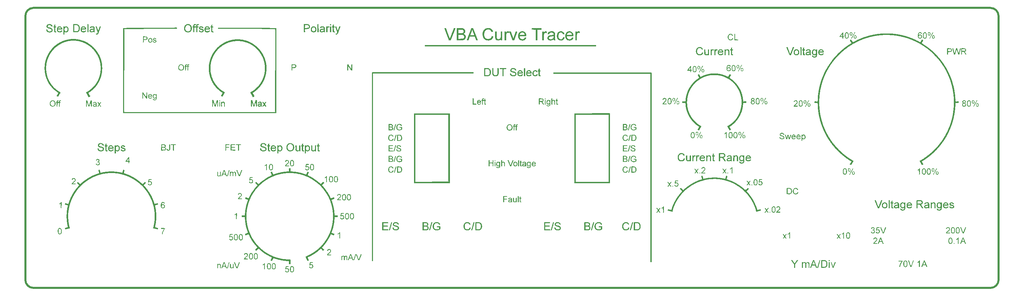
<source format=gto>
G04*
G04 #@! TF.GenerationSoftware,Altium Limited,Altium Designer,22.6.1 (34)*
G04*
G04 Layer_Color=65535*
%FSLAX43Y43*%
%MOMM*%
G71*
G04*
G04 #@! TF.SameCoordinates,803D867A-FBB8-4861-8CED-52EA4F5CAD2C*
G04*
G04*
G04 #@! TF.FilePolarity,Positive*
G04*
G01*
G75*
%ADD10C,0.500*%
G36*
X127538Y155930D02*
X127565Y155904D01*
X127574Y155842D01*
X127565Y155815D01*
X127556Y155745D01*
X127516Y155696D01*
X127278Y155687D01*
X127230Y155648D01*
X127216Y155590D01*
X127208Y155537D01*
X127203Y155507D01*
X127212Y155480D01*
X127221Y155418D01*
X127252Y155379D01*
X127287Y155370D01*
X127631Y155379D01*
X127653Y155401D01*
X127662Y155462D01*
X127671Y155551D01*
X127662Y155577D01*
X127671Y155709D01*
X127715Y155771D01*
X127777Y155851D01*
X127829Y155886D01*
X127852Y155917D01*
X127896Y155934D01*
X128293Y155926D01*
X128315Y155904D01*
X128324Y155868D01*
X128310Y155811D01*
X128301Y155767D01*
X128288Y155736D01*
X128257Y155705D01*
X128222Y155696D01*
X128160Y155687D01*
X128099Y155696D01*
X128028Y155687D01*
X127979Y155648D01*
X127971Y155630D01*
X127935Y155551D01*
X127944Y155427D01*
X127984Y155379D01*
X128046Y155370D01*
X128169Y155361D01*
X128218Y155321D01*
X128235Y155277D01*
X128226Y155207D01*
X128191Y155145D01*
X128178Y155132D01*
X128116Y155114D01*
X127975Y155105D01*
X127944Y155074D01*
X127935Y155039D01*
X127940Y153958D01*
X127918Y153927D01*
X127904Y153914D01*
X127843Y153905D01*
X127693Y153914D01*
X127671Y153936D01*
X127662Y153971D01*
X127666Y154091D01*
X127662Y154968D01*
X127671Y154995D01*
X127662Y155074D01*
X127631Y155114D01*
X127569Y155123D01*
X127507Y155114D01*
X127283Y155118D01*
X127238Y155101D01*
X127221Y155083D01*
X127203Y155012D01*
X127212Y154951D01*
X127216Y153976D01*
X127208Y153941D01*
X127203Y153936D01*
X127199Y153932D01*
X127155Y153914D01*
X127093Y153905D01*
X126961Y153914D01*
X126921Y153945D01*
X126912Y153980D01*
X126921Y154069D01*
X126912Y155074D01*
X126890Y155105D01*
X126855Y155114D01*
X126758Y155123D01*
X126736Y155145D01*
X126727Y155233D01*
X126736Y155339D01*
X126758Y155370D01*
X126802Y155379D01*
X126828Y155370D01*
X126881Y155379D01*
X126903Y155401D01*
X126921Y155462D01*
X126930Y155701D01*
X126974Y155771D01*
X127009Y155833D01*
X127062Y155868D01*
X127119Y155926D01*
X127181Y155934D01*
X127494Y155939D01*
X127538Y155930D01*
D02*
G37*
G36*
X161256D02*
X161261Y155926D01*
X161305Y155917D01*
X161327Y155895D01*
X161336Y155859D01*
X161344Y155745D01*
X161327Y155701D01*
X161314Y155687D01*
X161269Y155670D01*
X161234Y155661D01*
X161111Y155670D01*
X161053Y155709D01*
X161044Y155771D01*
X161053Y155859D01*
X161062Y155895D01*
X161084Y155917D01*
X161141Y155930D01*
X161252Y155934D01*
X161256Y155930D01*
D02*
G37*
G36*
X128963Y155405D02*
X129007Y155396D01*
X129087Y155361D01*
X129122Y155352D01*
X129192Y155343D01*
X129237Y155317D01*
X129272Y155282D01*
X129290Y155273D01*
X129338Y155233D01*
X129382Y155154D01*
X129395Y155140D01*
X129409Y155136D01*
X129426Y155092D01*
X129435Y155004D01*
X129404Y154946D01*
X129369Y154938D01*
X129307Y154929D01*
X129228Y154920D01*
X129179Y154951D01*
X129144Y155012D01*
X129126Y155030D01*
X129117Y155048D01*
X129087Y155087D01*
X128954Y155149D01*
X128778Y155140D01*
X128681Y155087D01*
X128659Y155074D01*
X128650Y155057D01*
X128632Y155039D01*
X128615Y154986D01*
X128641Y154942D01*
X128681Y154902D01*
X128698Y154893D01*
X128707Y154876D01*
X128725Y154867D01*
X128787Y154840D01*
X128848Y154832D01*
X128937Y154823D01*
X129069Y154761D01*
X129104Y154752D01*
X129184Y154743D01*
X129245Y154708D01*
X129263Y154690D01*
X129307Y154673D01*
X129365Y154651D01*
X129378Y154638D01*
X129395Y154629D01*
X129417Y154607D01*
X129426Y154589D01*
X129479Y154536D01*
X129488Y154518D01*
X129506Y154501D01*
X129523Y154395D01*
X129514Y154210D01*
X129488Y154166D01*
X129462Y154139D01*
X129417Y154060D01*
X129369Y154011D01*
X129351Y154002D01*
X129272Y153958D01*
X129237Y153923D01*
X129175Y153914D01*
X129091Y153901D01*
X129056Y153892D01*
X129003Y153883D01*
X128866Y153879D01*
X128840Y153888D01*
X128756Y153901D01*
X128637Y153914D01*
X128557Y153958D01*
X128540Y153976D01*
X128522Y153985D01*
X128473Y154024D01*
X128429Y154069D01*
X128421Y154086D01*
X128403Y154104D01*
X128394Y154121D01*
X128376Y154139D01*
X128368Y154157D01*
X128332Y154236D01*
X128341Y154342D01*
X128372Y154373D01*
X128407Y154382D01*
X128473Y154395D01*
X128509Y154404D01*
X128531Y154408D01*
X128575Y154382D01*
X128601Y154285D01*
X128623Y154254D01*
X128654Y154232D01*
X128685Y154201D01*
Y154192D01*
X128690Y154188D01*
X128751Y154161D01*
X128787Y154152D01*
X128862Y154139D01*
X128990Y154135D01*
X129016Y154144D01*
X129157Y154161D01*
X129197Y154201D01*
X129206Y154219D01*
X129228Y154241D01*
X129241Y154245D01*
X129250Y154263D01*
X129267Y154307D01*
X129259Y154360D01*
X129228Y154399D01*
X129140Y154435D01*
X129025Y154488D01*
X128990Y154496D01*
X128835Y154518D01*
X128791Y154536D01*
X128778Y154549D01*
X128716Y154576D01*
X128654Y154585D01*
X128597Y154607D01*
X128522Y154664D01*
X128447Y154704D01*
X128438Y154721D01*
X128403Y154783D01*
X128359Y154845D01*
X128346Y154902D01*
X128341Y155021D01*
X128350Y155048D01*
X128359Y155083D01*
X128403Y155145D01*
X128412Y155180D01*
X128456Y155242D01*
X128469Y155255D01*
X128487Y155264D01*
X128548Y155326D01*
X128593Y155343D01*
X128668Y155357D01*
X128703Y155365D01*
X128796Y155405D01*
X128844Y155409D01*
X128928Y155405D01*
X128937Y155414D01*
X128963Y155405D01*
D02*
G37*
G36*
X91302Y155926D02*
X91381Y155881D01*
X91443Y155855D01*
X91500Y155833D01*
X91531Y155811D01*
X91575Y155767D01*
X91593Y155758D01*
X91650Y155701D01*
X91694Y155621D01*
X91730Y155586D01*
X91747Y155515D01*
X91756Y155445D01*
X91774Y155401D01*
X91765Y155374D01*
X91743Y155352D01*
X91646Y155343D01*
X91628Y155352D01*
X91602Y155343D01*
X91522Y155352D01*
X91492Y155383D01*
X91483Y155418D01*
X91447Y155480D01*
X91394Y155577D01*
X91372Y155599D01*
X91293Y155643D01*
X91275Y155661D01*
X91231Y155679D01*
X91196Y155687D01*
X91055Y155696D01*
X90799Y155687D01*
X90737Y155652D01*
X90702Y155617D01*
X90684Y155608D01*
X90645Y155577D01*
X90636Y155559D01*
X90596Y155511D01*
X90583Y155498D01*
X90565Y155454D01*
X90574Y155321D01*
X90592Y155304D01*
X90596Y155290D01*
X90614Y155282D01*
X90671Y155224D01*
X90675Y155211D01*
X90693Y155202D01*
X90755Y155176D01*
X90856Y155154D01*
X90927Y155127D01*
X90975Y155105D01*
X91046Y155087D01*
X91178Y155079D01*
X91311Y155017D01*
X91346Y155008D01*
X91439Y154995D01*
X91487Y154964D01*
X91505Y154946D01*
X91619Y154885D01*
X91730Y154774D01*
X91739Y154757D01*
X91800Y154642D01*
X91818Y154598D01*
X91827Y154563D01*
X91818Y154351D01*
X91783Y154289D01*
X91747Y154210D01*
X91721Y154166D01*
X91677Y154121D01*
X91668Y154104D01*
X91619Y154055D01*
X91602Y154046D01*
X91558Y154002D01*
X91500Y153980D01*
X91447Y153945D01*
X91399Y153923D01*
X91337Y153914D01*
X91147Y153883D01*
X90940Y153879D01*
X90896Y153897D01*
X90834Y153905D01*
X90702Y153914D01*
X90605Y153967D01*
X90517Y154002D01*
X90486Y154024D01*
X90477Y154042D01*
X90446Y154073D01*
X90428Y154082D01*
X90398Y154113D01*
X90389Y154130D01*
X90349Y154170D01*
X90331Y154179D01*
X90274Y154280D01*
X90248Y154307D01*
X90230Y154368D01*
X90221Y154483D01*
X90203Y154527D01*
X90212Y154580D01*
X90270Y154611D01*
X90446Y154602D01*
X90477Y154571D01*
X90495Y154527D01*
X90503Y154492D01*
X90548Y154395D01*
X90570Y154338D01*
X90658Y154249D01*
X90720Y154214D01*
X90755Y154179D01*
X90799Y154161D01*
X90980Y154139D01*
X91125Y154135D01*
X91152Y154144D01*
X91214Y154152D01*
X91311Y154161D01*
X91390Y154223D01*
X91408Y154241D01*
X91425Y154249D01*
X91443Y154267D01*
X91461Y154276D01*
X91474Y154289D01*
X91500Y154351D01*
X91514Y154408D01*
X91518Y154518D01*
X91509Y154545D01*
X91500Y154580D01*
X91465Y154642D01*
X91443Y154664D01*
X91381Y154699D01*
X91355Y154726D01*
X91311Y154743D01*
X91275Y154752D01*
X91187Y154761D01*
X91130Y154774D01*
X91095Y154783D01*
X90984Y154832D01*
X90923Y154840D01*
X90795Y154863D01*
X90764Y154876D01*
X90711Y154911D01*
X90645Y154924D01*
X90609Y154933D01*
X90561Y154964D01*
X90543Y154982D01*
X90525Y154990D01*
X90464Y155026D01*
X90437Y155052D01*
X90424Y155057D01*
X90415Y155074D01*
X90371Y155118D01*
X90362Y155136D01*
X90327Y155171D01*
X90292Y155312D01*
X90283Y155374D01*
X90292Y155480D01*
X90301Y155507D01*
X90309Y155542D01*
X90327Y155621D01*
X90367Y155670D01*
X90389Y155692D01*
X90415Y155736D01*
X90446Y155767D01*
X90464Y155776D01*
X90495Y155798D01*
X90503Y155815D01*
X90525Y155837D01*
X90636Y155877D01*
X90711Y155917D01*
X90781Y155934D01*
X91187D01*
X91302Y155926D01*
D02*
G37*
G36*
X95281Y155396D02*
X95378Y155352D01*
X95435Y155339D01*
X95483Y155308D01*
X95519Y155273D01*
X95536Y155264D01*
X95576Y155224D01*
X95585Y155207D01*
X95607Y155185D01*
X95625Y155176D01*
X95647Y155136D01*
X95682Y155074D01*
X95708Y155048D01*
X95726Y154986D01*
X95739Y154902D01*
X95753Y154854D01*
X95770Y154810D01*
X95783Y154761D01*
X95792Y154585D01*
X95797Y154571D01*
X95788Y154545D01*
X95779Y154501D01*
X95753Y154457D01*
X95735Y154386D01*
X95722Y154285D01*
X95708Y154254D01*
X95669Y154205D01*
X95625Y154108D01*
X95607Y154091D01*
X95589Y154082D01*
X95550Y154042D01*
X95541Y154024D01*
X95519Y154002D01*
X95422Y153949D01*
X95404Y153932D01*
X95360Y153914D01*
X95272Y153905D01*
X95179Y153883D01*
X95095Y153879D01*
X95069Y153888D01*
X94998Y153905D01*
X94945Y153914D01*
X94897Y153954D01*
X94866Y153985D01*
X94831Y153994D01*
X94787Y153985D01*
X94773Y153971D01*
X94764Y153398D01*
X94716Y153350D01*
X94659Y153336D01*
X94601Y153332D01*
X94575Y153341D01*
X94531Y153358D01*
X94500Y153389D01*
X94482Y153433D01*
Y154739D01*
Y154748D01*
X94491Y155321D01*
X94522Y155352D01*
X94584Y155370D01*
X94645Y155379D01*
X94672Y155370D01*
X94725Y155361D01*
X94764Y155330D01*
X94773Y155295D01*
X94795Y155255D01*
X94857Y155264D01*
X94897Y155304D01*
X94906Y155321D01*
X94919Y155335D01*
X94963Y155352D01*
X95016Y155361D01*
X95113Y155405D01*
X95281Y155396D01*
D02*
G37*
G36*
X160740Y155405D02*
X160811Y155361D01*
X160868Y155348D01*
X160912Y155321D01*
X160921Y155286D01*
X160908Y155237D01*
X160886Y155215D01*
X160877Y155198D01*
X160859Y155154D01*
X160833Y155110D01*
X160767Y155105D01*
X160749Y155123D01*
X160731Y155132D01*
X160714Y155149D01*
X160656Y155154D01*
X160612Y155145D01*
X160524Y155092D01*
X160489Y155057D01*
X160484Y155043D01*
X160467Y155035D01*
X160445Y155004D01*
X160436Y154977D01*
X160427Y154942D01*
X160418Y154827D01*
X160409Y154801D01*
X160414Y153967D01*
X160400Y153936D01*
X160387Y153923D01*
X160352Y153914D01*
X160290Y153905D01*
X160158Y153914D01*
X160118Y153945D01*
X160109Y153998D01*
X160118Y154024D01*
X160127Y155321D01*
X160140Y155343D01*
X160184Y155361D01*
X160255Y155379D01*
X160308Y155370D01*
X160330Y155348D01*
X160339Y155312D01*
X160361Y155255D01*
X160378Y155237D01*
X160414Y155246D01*
X160445Y155277D01*
X160453Y155312D01*
X160475Y155335D01*
X160537Y155361D01*
X160546D01*
X160643Y155405D01*
X160678Y155414D01*
X160740Y155405D01*
D02*
G37*
G36*
X122810Y155057D02*
X122827Y154995D01*
X122819Y154810D01*
X122797Y154779D01*
X122735Y154770D01*
X122708Y154779D01*
X121720Y154770D01*
X121694Y154761D01*
X114535Y154748D01*
X114477Y154726D01*
X114341Y154730D01*
X111081Y154726D01*
X111054Y154735D01*
X110993Y154726D01*
X110935Y154713D01*
X110887Y154699D01*
X110799Y154690D01*
X109753Y154695D01*
X109722Y154682D01*
X109709Y154668D01*
X109691Y154607D01*
X109696Y154479D01*
X109691Y134122D01*
X109700Y134095D01*
X109691Y133963D01*
X109722Y133923D01*
X109784Y133915D01*
X109881Y133923D01*
X109908Y133915D01*
X147322Y133923D01*
X147370Y133963D01*
X147366Y134117D01*
X147370Y154474D01*
X147361Y154501D01*
X147370Y154615D01*
X147353Y154660D01*
X147331Y154682D01*
X147269Y154690D01*
X146043Y154699D01*
X145981Y154726D01*
X142134Y154735D01*
X142108Y154743D01*
X142020Y154752D01*
X134331Y154765D01*
X134261Y154774D01*
X133149Y154783D01*
X133118Y154796D01*
X133105Y154810D01*
X133087Y154854D01*
X133083Y154946D01*
X133092Y154990D01*
X133105Y155021D01*
X133136Y155052D01*
X133198Y155070D01*
X134318Y155061D01*
X134380Y155035D01*
X134442Y155026D01*
X134468Y155035D01*
X138209Y155026D01*
X138235Y155017D01*
X138270Y155008D01*
X146029Y154995D01*
X146065Y154986D01*
X147582Y154977D01*
X147626Y154942D01*
X147635Y154880D01*
Y137183D01*
Y137174D01*
X147639Y133721D01*
X147626Y133690D01*
X147613Y133676D01*
X147578Y133668D01*
X109449Y133676D01*
X109427Y133698D01*
X109418Y133760D01*
X109427Y133822D01*
X109436Y154933D01*
X109475Y154982D01*
X109537Y154990D01*
X109599Y154982D01*
X110904Y154990D01*
X110931Y154999D01*
X118077Y155008D01*
X118103Y155017D01*
X118209Y155035D01*
X121703Y155043D01*
X121747Y155061D01*
X121782Y155070D01*
X122766Y155074D01*
X122810Y155057D01*
D02*
G37*
G36*
X155535Y155926D02*
X155562Y155917D01*
X155623Y155908D01*
X155738Y155855D01*
X155795Y155842D01*
X155826Y155820D01*
X155879Y155767D01*
X155923Y155740D01*
X155963Y155665D01*
X156003Y155617D01*
X156025Y155559D01*
X156038Y155449D01*
X156056Y155379D01*
X156060Y155321D01*
X156051Y155295D01*
X156038Y155220D01*
X156025Y155101D01*
X156003Y155043D01*
X155954Y154995D01*
X155910Y154915D01*
X155888Y154893D01*
X155875Y154889D01*
X155866Y154871D01*
X155853Y154858D01*
X155835Y154849D01*
X155756Y154805D01*
X155738Y154788D01*
X155720Y154779D01*
X155676Y154761D01*
X155522Y154748D01*
X155478Y154739D01*
X155425Y154730D01*
X154970Y154726D01*
X154944Y154735D01*
X154865Y154726D01*
X154834Y154695D01*
X154816Y154624D01*
X154821Y153949D01*
X154794Y153923D01*
X154723Y153905D01*
X154538Y153914D01*
X154516Y153936D01*
X154507Y153971D01*
X154516Y154139D01*
X154525Y155904D01*
X154529Y155908D01*
X154534Y155912D01*
X154547Y155926D01*
X154609Y155934D01*
X155535Y155926D01*
D02*
G37*
G36*
X93675Y155396D02*
X93772Y155352D01*
X93838Y155339D01*
X93887Y155308D01*
X93922Y155273D01*
X93940Y155264D01*
X93988Y155224D01*
X94103Y155110D01*
X94134Y155026D01*
X94169Y154973D01*
X94191Y154924D01*
X94200Y154783D01*
X94209Y154633D01*
X94187Y154593D01*
X94151Y154585D01*
X93150Y154589D01*
X93119Y154576D01*
X93106Y154536D01*
X93115Y154474D01*
X93132Y154457D01*
X93141Y154439D01*
X93168Y154377D01*
X93190Y154320D01*
X93221Y154271D01*
X93243Y154249D01*
X93260Y154241D01*
X93322Y154179D01*
X93366Y154161D01*
X93441Y154148D01*
X93476Y154139D01*
X93587Y154135D01*
X93613Y154144D01*
X93741Y154157D01*
X93790Y154188D01*
X93882Y154280D01*
X93891Y154298D01*
X93940Y154346D01*
X93957Y154355D01*
X93984Y154382D01*
X94054Y154373D01*
X94072Y154355D01*
X94143Y154338D01*
X94187Y154311D01*
X94200Y154271D01*
X94165Y154210D01*
X94129Y154174D01*
X94107Y154117D01*
X93993Y154002D01*
X93896Y153949D01*
X93878Y153932D01*
X93834Y153914D01*
X93710Y153905D01*
X93648Y153879D01*
X93437Y153888D01*
X93410Y153897D01*
X93243Y153923D01*
X93225Y153941D01*
X93207Y153949D01*
X93181Y153976D01*
X93172D01*
X93168Y153980D01*
X93097Y154024D01*
X92956Y154166D01*
X92947Y154183D01*
X92930Y154227D01*
X92877Y154316D01*
X92868Y154351D01*
X92859Y154439D01*
X92850Y154554D01*
X92859Y154898D01*
X92868Y154924D01*
X92894Y154968D01*
X92912Y154986D01*
X92938Y155048D01*
X92956Y155092D01*
X92991Y155127D01*
X93000Y155145D01*
X93018Y155162D01*
X93027Y155180D01*
X93044Y155198D01*
X93053Y155215D01*
X93075Y155237D01*
X93093Y155246D01*
X93177Y155304D01*
X93199Y155326D01*
X93243Y155343D01*
X93318Y155357D01*
X93388Y155383D01*
X93446Y155405D01*
X93675Y155396D01*
D02*
G37*
G36*
X213840Y154911D02*
X213862Y154889D01*
X213871Y154854D01*
X213862Y154713D01*
X213871Y154651D01*
X213862Y154615D01*
X213840Y154576D01*
X213778Y154558D01*
X212900Y154563D01*
X212874Y154545D01*
X212856Y154483D01*
Y153257D01*
Y153248D01*
X212847Y151907D01*
X212825Y151885D01*
X212790Y151876D01*
X212649Y151885D01*
X212473Y151894D01*
X212450Y151916D01*
X212442Y151951D01*
X212433Y154518D01*
X212402Y154558D01*
X212340Y154567D01*
X212305Y154558D01*
X211502Y154567D01*
X211454Y154598D01*
X211436Y154642D01*
X211445Y154801D01*
X211436Y154827D01*
X211445Y154889D01*
X211467Y154911D01*
X211529Y154920D01*
X213840Y154911D01*
D02*
G37*
G36*
X103763Y155365D02*
X103811Y155335D01*
X103816Y155286D01*
X103781Y155233D01*
X103772Y155171D01*
X103763Y155136D01*
X103754Y155083D01*
X103710Y155012D01*
X103692Y154968D01*
X103679Y154893D01*
X103670Y154858D01*
X103653Y154814D01*
X103639Y154801D01*
X103631Y154783D01*
X103604Y154721D01*
X103591Y154620D01*
X103573Y154576D01*
X103525Y154483D01*
X103516Y154421D01*
X103507Y154386D01*
X103472Y154324D01*
X103445Y154263D01*
X103437Y154227D01*
X103419Y154113D01*
X103375Y154051D01*
X103357Y153989D01*
X103348Y153954D01*
X103340Y153901D01*
X103304Y153839D01*
X103278Y153777D01*
X103260Y153707D01*
X103238Y153649D01*
X103216Y153627D01*
X103207Y153610D01*
X103181Y153548D01*
X103154Y153504D01*
X103101Y153451D01*
X103092Y153433D01*
X103053Y153394D01*
X103026Y153385D01*
X102965Y153341D01*
X102920Y153323D01*
X102718Y153332D01*
X102687Y153363D01*
X102656Y153447D01*
X102634Y153495D01*
X102643Y153548D01*
X102656Y153561D01*
X102691Y153570D01*
X102779Y153561D01*
X102806Y153570D01*
X102850Y153579D01*
X102934Y153663D01*
X102943Y153680D01*
X102982Y153729D01*
X102995Y153742D01*
X103013Y153786D01*
X103022Y153874D01*
X103031Y153910D01*
X103022Y153998D01*
X103013Y154024D01*
X102991Y154082D01*
X102943Y154174D01*
X102934Y154210D01*
X102920Y154285D01*
X102903Y154329D01*
X102863Y154395D01*
X102845Y154466D01*
X102832Y154532D01*
X102788Y154602D01*
X102775Y154642D01*
X102766Y154677D01*
X102753Y154743D01*
X102696Y154854D01*
X102687Y154889D01*
X102673Y154946D01*
X102665Y154990D01*
X102612Y155079D01*
X102598Y155127D01*
X102585Y155202D01*
X102568Y155246D01*
X102554Y155260D01*
X102537Y155304D01*
X102546Y155348D01*
X102594Y155370D01*
X102779Y155361D01*
X102828Y155321D01*
X102837Y155286D01*
X102845Y155224D01*
X102859Y155176D01*
X102872Y155162D01*
X102881Y155145D01*
X102916Y155092D01*
X102929Y155008D01*
X102938Y154964D01*
X102956Y154920D01*
X102995Y154854D01*
X103026Y154717D01*
X103070Y154646D01*
X103084Y154607D01*
X103092Y154571D01*
X103106Y154479D01*
X103123Y154435D01*
X103159Y154399D01*
X103220Y154408D01*
X103242Y154430D01*
X103260Y154492D01*
X103269Y154554D01*
X103282Y154620D01*
X103326Y154690D01*
X103331Y154704D01*
X103335Y154708D01*
X103348Y154757D01*
X103357Y154818D01*
X103370Y154867D01*
X103401Y154915D01*
X103428Y154977D01*
X103437Y155012D01*
X103450Y155087D01*
X103467Y155132D01*
X103507Y155198D01*
X103516Y155260D01*
X103525Y155295D01*
X103534Y155321D01*
X103547Y155343D01*
X103591Y155361D01*
X103626Y155370D01*
X103710Y155374D01*
X103763Y155365D01*
D02*
G37*
G36*
X163510Y155370D02*
X163607Y155361D01*
X163629Y155339D01*
X163638Y155304D01*
X163629Y155251D01*
X163585Y155207D01*
X163568Y155145D01*
X163559Y155083D01*
X163541Y155004D01*
X163497Y154942D01*
X163479Y154880D01*
X163471Y154818D01*
X163453Y154774D01*
X163418Y154721D01*
X163400Y154677D01*
X163391Y154589D01*
X163382Y154554D01*
X163347Y154492D01*
X163321Y154430D01*
X163312Y154395D01*
X163290Y154302D01*
X163276Y154289D01*
X163241Y154210D01*
X163232Y154174D01*
X163223Y154113D01*
X163215Y154077D01*
X163153Y153945D01*
X163135Y153874D01*
X163122Y153817D01*
X163091Y153769D01*
X163065Y153724D01*
X163056Y153689D01*
X163043Y153632D01*
X163012Y153583D01*
X162994Y153566D01*
X162950Y153486D01*
X162857Y153394D01*
X162796Y153358D01*
X162769Y153332D01*
X162707Y153323D01*
X162540Y153332D01*
X162491Y153372D01*
X162474Y153416D01*
X162460Y153473D01*
X162456Y153539D01*
X162487Y153570D01*
X162654Y153579D01*
X162703Y153619D01*
X162782Y153698D01*
X162800Y153742D01*
X162809Y153777D01*
X162822Y153826D01*
X162840Y153870D01*
X162853Y153919D01*
X162844Y153954D01*
X162809Y154033D01*
X162796Y154117D01*
X162782Y154148D01*
X162738Y154210D01*
X162721Y154316D01*
X162707Y154364D01*
X162677Y154413D01*
X162659Y154430D01*
X162641Y154492D01*
X162632Y154571D01*
X162597Y154633D01*
X162579Y154651D01*
X162562Y154713D01*
X162553Y154748D01*
X162544Y154818D01*
X162509Y154880D01*
X162491Y154898D01*
X162474Y154960D01*
X162465Y154995D01*
X162456Y155065D01*
X162438Y155083D01*
X162430Y155101D01*
X162412Y155118D01*
X162394Y155162D01*
X162385Y155233D01*
X162377Y155260D01*
X162368Y155295D01*
X162377Y155348D01*
X162390Y155361D01*
X162460Y155379D01*
X162487Y155370D01*
X162593Y155361D01*
X162615Y155348D01*
X162632Y155304D01*
X162654Y155246D01*
X162694Y155171D01*
X162721Y155065D01*
X162734Y155017D01*
X162782Y154924D01*
X162791Y154889D01*
X162800Y154827D01*
X162809Y154792D01*
X162844Y154730D01*
X162871Y154686D01*
X162879Y154651D01*
X162888Y154589D01*
X162897Y154554D01*
X162919Y154496D01*
X162985Y154377D01*
X162999Y154364D01*
X163034Y154373D01*
X163047Y154386D01*
X163065Y154448D01*
X163074Y154563D01*
X163109Y154624D01*
X163144Y154704D01*
X163157Y154796D01*
X163175Y154840D01*
X163188Y154854D01*
X163197Y154871D01*
X163223Y154933D01*
X163232Y154968D01*
X163241Y155039D01*
X163276Y155101D01*
X163298Y155140D01*
X163303Y155145D01*
X163312Y155207D01*
X163321Y155242D01*
X163329Y155304D01*
X163343Y155326D01*
X163360Y155335D01*
X163440Y155370D01*
X163475Y155379D01*
X163510Y155370D01*
D02*
G37*
G36*
X200545Y154982D02*
X200757Y154973D01*
X200801Y154955D01*
X200836Y154946D01*
X200894Y154933D01*
X200929Y154924D01*
X201026Y154915D01*
X201061Y154907D01*
X201110Y154876D01*
X201154Y154849D01*
X201251Y154814D01*
X201299Y154774D01*
X201374Y154735D01*
X201445Y154664D01*
X201463Y154655D01*
X201493Y154633D01*
X201502Y154615D01*
X201542Y154567D01*
X201582Y154527D01*
X201626Y154448D01*
X201643Y154430D01*
X201652Y154413D01*
X201714Y154298D01*
X201741Y154254D01*
X201749Y154219D01*
X201767Y154157D01*
X201776Y154121D01*
X201736Y154073D01*
X201679Y154051D01*
X201635Y154033D01*
X201577Y154011D01*
X201516Y154002D01*
X201427Y153994D01*
X201374Y154002D01*
X201352Y154024D01*
X201326Y154130D01*
X201286Y154179D01*
X201273Y154192D01*
X201255Y154236D01*
X201246Y154271D01*
X201207Y154320D01*
X201176Y154351D01*
X201149Y154395D01*
X201136Y154408D01*
X201074Y154443D01*
X201030Y154488D01*
X200986Y154505D01*
X200951Y154514D01*
X200894Y154536D01*
X200880Y154549D01*
X200863Y154558D01*
X200801Y154585D01*
X200792D01*
X200625Y154593D01*
X200316Y154585D01*
X200289Y154576D01*
X200241Y154563D01*
X200210Y154541D01*
X200130Y154505D01*
X200078Y154496D01*
X200029Y154457D01*
X199998Y154435D01*
X199914Y154377D01*
X199883Y154346D01*
X199866Y154338D01*
X199817Y154298D01*
X199782Y154236D01*
X199756Y154210D01*
X199747Y154192D01*
X199729Y154148D01*
X199716Y154099D01*
X199681Y154046D01*
X199667Y154033D01*
X199650Y153989D01*
X199632Y153866D01*
X199619Y153808D01*
X199610Y153773D01*
X199570Y153645D01*
X199561Y153610D01*
X199570Y153204D01*
X199579Y153178D01*
X199588Y153080D01*
X199623Y153001D01*
X199632Y152966D01*
X199645Y152864D01*
X199654Y152820D01*
X199698Y152750D01*
X199720Y152701D01*
X199742Y152644D01*
X199800Y152586D01*
X199848Y152494D01*
X199866Y152485D01*
X199883Y152467D01*
X199901Y152459D01*
X199950Y152419D01*
X199972Y152397D01*
X200064Y152348D01*
X200073Y152331D01*
X200086Y152317D01*
X200130Y152300D01*
X200232Y152278D01*
X200289Y152256D01*
X200347Y152242D01*
X200448Y152212D01*
X200713Y152220D01*
X200739Y152229D01*
X200797Y152251D01*
X200872Y152282D01*
X200907Y152291D01*
X200973Y152304D01*
X200986Y152317D01*
X201004Y152326D01*
X201048Y152370D01*
X201092Y152388D01*
X201110Y152397D01*
X201158Y152436D01*
X201167Y152454D01*
X201189Y152476D01*
X201207Y152485D01*
X201238Y152516D01*
X201291Y152613D01*
X201326Y152648D01*
X201344Y152710D01*
X201366Y152767D01*
X201388Y152798D01*
X201414Y152860D01*
X201423Y152895D01*
X201436Y152944D01*
X201454Y152961D01*
X201489Y152970D01*
X201542Y152961D01*
X201568Y152953D01*
X201617Y152939D01*
X201661Y152922D01*
X201718Y152900D01*
X201802Y152886D01*
X201833Y152864D01*
X201846Y152825D01*
X201838Y152772D01*
X201820Y152728D01*
X201758Y152595D01*
X201745Y152547D01*
X201723Y152516D01*
X201705Y152498D01*
X201696Y152481D01*
X201670Y152419D01*
X201661Y152401D01*
X201617Y152357D01*
X201608Y152339D01*
X201551Y152256D01*
X201436Y152141D01*
X201419Y152132D01*
X201370Y152092D01*
X201339Y152062D01*
X201242Y152009D01*
X201216Y151982D01*
X201171Y151964D01*
X201105Y151951D01*
X200995Y151894D01*
X200960Y151885D01*
X200872Y151876D01*
X200757Y151867D01*
X200730Y151859D01*
X200695Y151850D01*
X200378Y151859D01*
X200351Y151867D01*
X200263Y151876D01*
X200130Y151885D01*
X200104Y151894D01*
X200069Y151903D01*
X199936Y151964D01*
X199888Y151978D01*
X199857Y152000D01*
X199831Y152026D01*
X199769Y152053D01*
X199751Y152062D01*
X199698Y152114D01*
X199681Y152123D01*
X199663Y152141D01*
X199645Y152150D01*
X199632Y152163D01*
X199623Y152181D01*
X199610Y152194D01*
X199592Y152203D01*
X199544Y152251D01*
X199535Y152269D01*
X199482Y152322D01*
X199442Y152388D01*
X199425Y152397D01*
X199411Y152410D01*
X199385Y152472D01*
X199350Y152533D01*
X199332Y152551D01*
X199314Y152595D01*
X199292Y152697D01*
X199235Y152807D01*
X199226Y152842D01*
X199213Y152961D01*
X199204Y152997D01*
X199187Y153041D01*
X199164Y153089D01*
X199156Y153151D01*
X199147Y153345D01*
X199156Y153680D01*
X199164Y153707D01*
X199173Y153822D01*
X199217Y153919D01*
X199226Y154007D01*
X199248Y154099D01*
X199262Y154113D01*
X199270Y154130D01*
X199288Y154148D01*
X199306Y154192D01*
X199314Y154227D01*
X199332Y154271D01*
X199367Y154307D01*
X199376Y154324D01*
X199420Y154404D01*
X199464Y154448D01*
X199473Y154466D01*
X199513Y154514D01*
X199535Y154527D01*
X199544Y154545D01*
X199610Y154611D01*
X199623Y154615D01*
X199632Y154633D01*
X199663Y154664D01*
X199681Y154673D01*
X199729Y154713D01*
X199760Y154743D01*
X199817Y154765D01*
X199831Y154779D01*
X199848Y154788D01*
X199875Y154814D01*
X199919Y154832D01*
X199976Y154845D01*
X200086Y154902D01*
X200122Y154911D01*
X200250Y154933D01*
X200395Y154955D01*
X200413Y154973D01*
X200483Y154990D01*
X200545Y154982D01*
D02*
G37*
G36*
X215031Y154144D02*
X215181Y154073D01*
X215225Y154046D01*
X215238Y154033D01*
X215229Y153954D01*
X215221Y153927D01*
X215212Y153866D01*
X215172Y153817D01*
X215119Y153711D01*
X215093Y153702D01*
X214996Y153747D01*
X214912Y153760D01*
X214828Y153764D01*
X214802Y153755D01*
X214700Y153733D01*
X214652Y153702D01*
X214616Y153649D01*
X214590Y153623D01*
X214577Y153619D01*
X214568Y153601D01*
X214550Y153557D01*
X214537Y153482D01*
X214524Y153433D01*
X214497Y153345D01*
X214475Y153244D01*
X214466Y153200D01*
X214457Y151912D01*
X214449Y151894D01*
X214405Y151876D01*
X214237Y151885D01*
X214202Y151876D01*
X214166Y151885D01*
X214113Y151894D01*
X214083Y151916D01*
X214065Y151960D01*
Y153107D01*
Y153116D01*
X214074Y154051D01*
X214105Y154082D01*
X214149Y154099D01*
X214387Y154091D01*
X214435Y154051D01*
X214453Y153927D01*
X214502Y153923D01*
X214519Y153941D01*
X214532Y153945D01*
X214541Y153963D01*
X214559Y153980D01*
X214599Y154046D01*
X214616Y154055D01*
X214713Y154108D01*
X214731Y154126D01*
X214749Y154135D01*
X214793Y154152D01*
X215031Y154144D01*
D02*
G37*
G36*
X161243Y155370D02*
X161291Y155357D01*
X161322Y155335D01*
X161336Y155321D01*
X161344Y155286D01*
X161340Y155158D01*
X161344Y154413D01*
Y154404D01*
X161340Y154038D01*
X161344Y153954D01*
X161331Y153932D01*
X161314Y153923D01*
X161287Y153914D01*
X161225Y153905D01*
X161093Y153914D01*
X161044Y153954D01*
X161053Y154174D01*
X161062Y155330D01*
X161084Y155352D01*
X161146Y155370D01*
X161216Y155379D01*
X161243Y155370D01*
D02*
G37*
G36*
X159399D02*
X159456Y155357D01*
X159509Y155348D01*
X159545Y155339D01*
X159576Y155317D01*
X159620Y155273D01*
X159637Y155264D01*
X159686Y155215D01*
X159695Y155198D01*
X159734Y155149D01*
X159748Y155110D01*
X159756Y154942D01*
X159765Y154148D01*
X159783Y154104D01*
X159792Y154042D01*
X159809Y154024D01*
X159818Y154007D01*
X159836Y153963D01*
X159827Y153927D01*
X159814Y153914D01*
X159752Y153905D01*
X159593Y153914D01*
X159576Y153932D01*
X159558Y153941D01*
X159545Y153954D01*
X159536Y153971D01*
X159501Y154033D01*
X159487Y154055D01*
X159452Y154064D01*
X159421Y154042D01*
X159412Y154024D01*
X159399Y154011D01*
X159382Y154002D01*
X159302Y153958D01*
X159284Y153941D01*
X159267Y153932D01*
X159223Y153914D01*
X159073Y153897D01*
X159029Y153879D01*
X158870Y153888D01*
X158843Y153897D01*
X158808Y153905D01*
X158702Y153923D01*
X158654Y153963D01*
X158632Y153985D01*
X158588Y154011D01*
X158574Y154024D01*
X158539Y154086D01*
X158504Y154121D01*
X158490Y154179D01*
X158486Y154421D01*
X158495Y154448D01*
X158504Y154466D01*
X158543Y154514D01*
X158557Y154527D01*
X158583Y154571D01*
X158658Y154646D01*
X158676Y154655D01*
X158773Y154708D01*
X158852Y154743D01*
X159046Y154752D01*
X159183Y154774D01*
X159196Y154779D01*
X159205D01*
X159240Y154788D01*
X159284Y154805D01*
X159320Y154814D01*
X159421Y154836D01*
X159470Y154867D01*
X159483Y154907D01*
X159474Y154960D01*
X159456Y154977D01*
X159439Y155021D01*
X159404Y155083D01*
X159232Y155149D01*
X159143Y155158D01*
X159117Y155149D01*
X159020Y155140D01*
X158870Y155061D01*
X158839Y155030D01*
X158808Y154946D01*
X158790Y154920D01*
X158729Y154911D01*
X158702Y154920D01*
X158579Y154929D01*
X158539Y154960D01*
X158535Y154982D01*
X158561Y155052D01*
X158579Y155123D01*
X158601Y155154D01*
X158645Y155198D01*
X158671Y155242D01*
X158685Y155255D01*
X158702Y155264D01*
X158764Y155308D01*
X158782Y155326D01*
X158852Y155343D01*
X158918Y155357D01*
X158976Y155379D01*
X159011Y155387D01*
X159077Y155401D01*
X159320Y155405D01*
X159399Y155370D01*
D02*
G37*
G36*
X158155Y155926D02*
X158195Y155895D01*
X158204Y155859D01*
X158208Y153949D01*
X158182Y153923D01*
X158146Y153914D01*
X158085Y153905D01*
X157952Y153914D01*
X157921Y153936D01*
X157913Y153971D01*
X157917Y154099D01*
X157913Y154686D01*
Y154695D01*
X157917Y155705D01*
X157913Y155842D01*
X157921Y155868D01*
X157948Y155912D01*
X157988Y155926D01*
X158023Y155934D01*
X158155Y155926D01*
D02*
G37*
G36*
X101712Y155405D02*
X101906Y155396D01*
X102003Y155352D01*
X102096Y155330D01*
X102131Y155312D01*
X102140Y155295D01*
X102162Y155273D01*
X102179Y155264D01*
X102228Y155224D01*
X102254Y155162D01*
X102268Y155114D01*
X102285Y155070D01*
X102307Y155012D01*
X102312Y154920D01*
X102307Y154201D01*
X102316Y154174D01*
X102325Y154139D01*
X102334Y154024D01*
X102360Y153963D01*
X102351Y153927D01*
X102294Y153905D01*
X102118Y153914D01*
X102096Y153927D01*
X102078Y153971D01*
X102065Y154020D01*
X102038Y154046D01*
X101985Y154038D01*
X101932Y154002D01*
X101897Y153994D01*
X101835Y153958D01*
X101809Y153932D01*
X101765Y153914D01*
X101659Y153905D01*
X101632Y153897D01*
X101597Y153888D01*
X101447Y153879D01*
X101421Y153888D01*
X101359Y153905D01*
X101262Y153914D01*
X101183Y153976D01*
X101108Y154033D01*
X101103Y154038D01*
X101090Y154051D01*
X101063Y154113D01*
X101055Y154148D01*
X101010Y154219D01*
X101002Y154333D01*
X101015Y154382D01*
X101055Y154448D01*
X101068Y154505D01*
X101085Y154549D01*
X101103Y154567D01*
X101121Y154576D01*
X101178Y154633D01*
X101183Y154646D01*
X101227Y154664D01*
X101310Y154695D01*
X101341Y154726D01*
X101385Y154743D01*
X101659Y154761D01*
X101703Y154779D01*
X101738Y154788D01*
X101827Y154796D01*
X101871Y154814D01*
X101906Y154823D01*
X101963Y154836D01*
X101994Y154858D01*
X102007Y154898D01*
X101999Y155004D01*
X101990Y155030D01*
X101981Y155048D01*
X101968Y155070D01*
X101906Y155096D01*
X101871Y155105D01*
X101791Y155140D01*
X101756Y155149D01*
X101619Y155154D01*
X101575Y155145D01*
X101527Y155123D01*
X101430Y155087D01*
X101399Y155057D01*
X101381Y155012D01*
X101341Y154964D01*
X101328Y154951D01*
X101319Y154933D01*
X101297Y154911D01*
X101258Y154907D01*
X101187Y154924D01*
X101099Y154933D01*
X101072Y154960D01*
X101068Y155008D01*
X101077Y155043D01*
X101134Y155118D01*
X101187Y155215D01*
X101218Y155246D01*
X101235Y155255D01*
X101253Y155273D01*
X101271Y155282D01*
X101288Y155299D01*
X101306Y155308D01*
X101324Y155326D01*
X101385Y155343D01*
X101421Y155352D01*
X101505Y155365D01*
X101540Y155374D01*
X101615Y155405D01*
X101650Y155414D01*
X101712Y155405D01*
D02*
G37*
G36*
X100697Y155926D02*
X100719Y155904D01*
X100728Y155842D01*
X100719Y153936D01*
X100706Y153914D01*
X100671Y153905D01*
X100653D01*
X100494Y153914D01*
X100481Y153927D01*
X100472Y153963D01*
X100481Y155904D01*
X100494Y155926D01*
X100530Y155934D01*
X100697Y155926D01*
D02*
G37*
G36*
X97857D02*
X97883Y155917D01*
X97980Y155908D01*
X98033Y155873D01*
X98104Y155855D01*
X98152Y155842D01*
X98165Y155829D01*
X98179Y155824D01*
X98187Y155806D01*
X98201Y155793D01*
X98218Y155784D01*
X98267Y155745D01*
X98324Y155687D01*
X98342Y155679D01*
X98355Y155665D01*
X98364Y155648D01*
X98434Y155577D01*
X98452Y155533D01*
X98461Y155515D01*
X98505Y155454D01*
X98523Y155383D01*
X98536Y155317D01*
X98554Y155273D01*
X98576Y155224D01*
X98584Y155162D01*
X98593Y155127D01*
X98602Y155012D01*
X98593Y154695D01*
X98584Y154668D01*
X98576Y154615D01*
X98532Y154518D01*
X98523Y154457D01*
X98505Y154377D01*
X98470Y154342D01*
X98461Y154324D01*
X98408Y154227D01*
X98390Y154210D01*
X98382Y154192D01*
X98329Y154139D01*
X98320Y154121D01*
X98298Y154099D01*
X98280Y154091D01*
X98262Y154073D01*
X98245Y154064D01*
X98196Y154024D01*
X98183Y154011D01*
X98139Y153994D01*
X98082Y153971D01*
X98024Y153941D01*
X97962Y153923D01*
X97936D01*
X97910Y153914D01*
X97663Y153905D01*
X96939Y153914D01*
X96917Y153936D01*
X96913Y153994D01*
X96921Y155899D01*
X96939Y155926D01*
X96974Y155934D01*
X97857Y155926D01*
D02*
G37*
G36*
X223271Y154144D02*
X223332Y154108D01*
X223394Y154082D01*
X223452Y154060D01*
X223478Y154033D01*
X223469Y153980D01*
X223443Y153919D01*
X223434Y153839D01*
X223399Y153777D01*
X223359Y153729D01*
X223341Y153720D01*
X223315Y153711D01*
X223257Y153733D01*
X223182Y153755D01*
X223121Y153764D01*
X223015Y153755D01*
X222988Y153747D01*
X222931Y153724D01*
X222909Y153711D01*
X222905Y153707D01*
X222860Y153663D01*
X222852Y153645D01*
X222834Y153627D01*
X222825Y153610D01*
X222790Y153575D01*
X222772Y153530D01*
X222763Y153495D01*
X222741Y153314D01*
X222733Y153270D01*
X222715Y153226D01*
X222706Y153191D01*
X222697Y151929D01*
X222675Y151898D01*
X222662Y151885D01*
X222574Y151876D01*
X222547Y151885D01*
X222393Y151881D01*
X222358Y151889D01*
X222322Y151925D01*
X222314Y152013D01*
X222318Y153941D01*
X222314Y154033D01*
X222344Y154082D01*
X222362Y154091D01*
X222388Y154099D01*
X222424Y154108D01*
X222450Y154099D01*
X222636Y154091D01*
X222666Y154060D01*
X222675Y154024D01*
X222666Y153945D01*
X222688Y153905D01*
X222715Y153897D01*
X222755Y153919D01*
X222799Y153998D01*
X222874Y154073D01*
X222931Y154095D01*
X222944Y154108D01*
X222962Y154117D01*
X222980Y154135D01*
X223041Y154152D01*
X223271Y154144D01*
D02*
G37*
G36*
X205609D02*
X205671Y154108D01*
X205750Y154073D01*
X205838Y154082D01*
X205900Y154108D01*
X205962Y154099D01*
X206218Y154091D01*
X206240Y154069D01*
X206257Y154024D01*
X206279Y153967D01*
X206293Y153954D01*
X206302Y153936D01*
X206328Y153874D01*
X206341Y153791D01*
X206363Y153733D01*
X206399Y153680D01*
X206412Y153632D01*
X206429Y153526D01*
X206447Y153482D01*
X206487Y153416D01*
X206504Y153345D01*
X206518Y153279D01*
X206562Y153208D01*
X206584Y153133D01*
X206593Y153045D01*
X206637Y152966D01*
X206663Y152904D01*
X206672Y152842D01*
X206694Y152785D01*
X206734Y152719D01*
X206751Y152648D01*
X206760Y152560D01*
X206796Y152498D01*
X206809Y152485D01*
X206853Y152494D01*
X206893Y152533D01*
X206910Y152578D01*
X206928Y152648D01*
X206941Y152723D01*
X206954Y152754D01*
X206998Y152825D01*
X207016Y152930D01*
X207029Y152988D01*
X207060Y153036D01*
X207087Y153080D01*
X207095Y153116D01*
X207104Y153178D01*
X207113Y153213D01*
X207135Y153270D01*
X207148Y153283D01*
X207157Y153301D01*
X207175Y153345D01*
X207184Y153380D01*
X207197Y153464D01*
X207215Y153508D01*
X207254Y153575D01*
X207263Y153610D01*
X207272Y153672D01*
X207285Y153729D01*
X207320Y153782D01*
X207342Y153822D01*
X207351Y153857D01*
X207360Y153919D01*
X207373Y153976D01*
X207391Y154020D01*
X207404Y154033D01*
X207413Y154051D01*
X207444Y154082D01*
X207462Y154091D01*
X207506Y154108D01*
X207620Y154099D01*
X207797Y154091D01*
X207819Y154077D01*
X207828Y154042D01*
X207819Y154007D01*
X207784Y153954D01*
X207766Y153830D01*
X207722Y153751D01*
X207704Y153733D01*
X207695Y153698D01*
X207678Y153592D01*
X207656Y153535D01*
X207642Y153522D01*
X207607Y153442D01*
X207594Y153367D01*
X207585Y153332D01*
X207572Y153301D01*
X207528Y153230D01*
X207519Y153169D01*
X207497Y153076D01*
X207466Y153045D01*
X207457Y153028D01*
X207440Y152983D01*
X207431Y152895D01*
X207422Y152860D01*
X207387Y152798D01*
X207360Y152736D01*
X207351Y152701D01*
X207334Y152622D01*
X207298Y152560D01*
X207272Y152498D01*
X207259Y152414D01*
X207250Y152379D01*
X207215Y152326D01*
X207193Y152278D01*
X207184Y152242D01*
X207175Y152181D01*
X207162Y152132D01*
X207144Y152088D01*
X207131Y152075D01*
X207122Y152057D01*
X207104Y152013D01*
X207095Y151978D01*
X207082Y151929D01*
X207060Y151898D01*
X207012Y151885D01*
X206650Y151894D01*
X206610Y151925D01*
X206597Y151973D01*
X206588Y152026D01*
X206566Y152084D01*
X206531Y152137D01*
X206513Y152198D01*
X206491Y152291D01*
X206443Y152375D01*
X206434Y152410D01*
X206421Y152467D01*
X206403Y152538D01*
X206368Y152591D01*
X206346Y152639D01*
X206337Y152701D01*
X206328Y152736D01*
X206310Y152781D01*
X206275Y152833D01*
X206257Y152895D01*
X206244Y152970D01*
X206200Y153041D01*
X206178Y153089D01*
X206165Y153173D01*
X206156Y153217D01*
X206125Y153266D01*
X206090Y153345D01*
X206081Y153407D01*
X206072Y153442D01*
X206063Y153460D01*
X206024Y153508D01*
X206010Y153548D01*
X206002Y153583D01*
X205993Y153654D01*
X205957Y153716D01*
X205922Y153795D01*
X205913Y153857D01*
X205905Y153910D01*
X205874Y153949D01*
X205830Y153941D01*
X205799Y153910D01*
X205746Y153795D01*
X205724Y153738D01*
X205715Y153720D01*
X205680Y153711D01*
X205635Y153729D01*
X205565Y153747D01*
X205481Y153760D01*
X205415Y153764D01*
X205388Y153755D01*
X205274Y153738D01*
X205225Y153689D01*
X205216Y153672D01*
X205203Y153658D01*
X205186Y153649D01*
X205181Y153645D01*
X205155Y153619D01*
X205137Y153548D01*
X205115Y153491D01*
X205093Y153451D01*
X205075Y153389D01*
X205066Y153354D01*
X205058Y153080D01*
X205049Y151916D01*
X205027Y151894D01*
X204991Y151885D01*
X204674Y151894D01*
X204661Y151907D01*
X204652Y151942D01*
X204647Y154020D01*
X204656Y154055D01*
X204678Y154086D01*
X204718Y154099D01*
X204925Y154104D01*
X204969Y154086D01*
X205005Y154051D01*
X205000Y153905D01*
X205009Y153888D01*
X205044Y153897D01*
X205058Y153910D01*
X205066Y153927D01*
X205080Y153949D01*
X205097Y153958D01*
X205115Y153976D01*
X205133Y153985D01*
X205146Y153998D01*
X205155Y154016D01*
X205194Y154064D01*
X205256Y154091D01*
X205274Y154099D01*
X205327Y154135D01*
X205388Y154152D01*
X205609Y154144D01*
D02*
G37*
G36*
X162010Y155829D02*
X162024Y155789D01*
X162015Y155648D01*
X162024Y155427D01*
X162046Y155387D01*
X162063Y155379D01*
X162090Y155370D01*
X162196Y155361D01*
X162218Y155339D01*
X162227Y155321D01*
X162244Y155277D01*
X162235Y155189D01*
X162209Y155145D01*
X162187Y155123D01*
X162152Y155114D01*
X162046Y155105D01*
X162015Y155048D01*
X162024Y154201D01*
X162063Y154152D01*
X162090Y154144D01*
X162187Y154135D01*
X162227Y154095D01*
X162235Y154077D01*
X162271Y154042D01*
X162288Y153998D01*
X162280Y153936D01*
X162257Y153914D01*
X162143Y153879D01*
X161975Y153888D01*
X161944Y153901D01*
X161940Y153905D01*
X161887Y153914D01*
X161830Y153945D01*
X161821Y153963D01*
X161803Y153980D01*
X161794Y153998D01*
X161759Y154086D01*
X161733Y154148D01*
X161724Y154289D01*
X161728Y154320D01*
X161724Y154968D01*
X161733Y154995D01*
X161724Y155074D01*
X161684Y155114D01*
X161578Y155132D01*
X161556Y155154D01*
X161538Y155224D01*
X161547Y155330D01*
X161578Y155361D01*
X161640Y155370D01*
X161684Y155379D01*
X161715Y155409D01*
X161724Y155445D01*
X161733Y155533D01*
X161724Y155595D01*
X161737Y155696D01*
X161768Y155745D01*
X161834Y155784D01*
X161852Y155793D01*
X161896Y155837D01*
X161966Y155855D01*
X162010Y155829D01*
D02*
G37*
G36*
X157079Y155396D02*
X157123Y155379D01*
X157211Y155352D01*
X157247Y155343D01*
X157326Y155299D01*
X157344Y155282D01*
X157361Y155273D01*
X157410Y155233D01*
X157441Y155211D01*
X157463Y155180D01*
X157494Y155149D01*
X157511Y155140D01*
X157551Y155074D01*
X157564Y155026D01*
X157586Y154995D01*
X157622Y154942D01*
X157630Y154880D01*
X157639Y154739D01*
X157630Y154360D01*
X157622Y154333D01*
X157595Y154289D01*
X157560Y154236D01*
X157551Y154201D01*
X157507Y154139D01*
X157472Y154104D01*
X157463Y154086D01*
X157388Y154011D01*
X157370Y154002D01*
X157291Y153958D01*
X157273Y153941D01*
X157255Y153932D01*
X157211Y153914D01*
X157110Y153901D01*
X157057Y153892D01*
X157013Y153883D01*
X156911Y153879D01*
X156885Y153888D01*
X156850Y153897D01*
X156761Y153905D01*
X156700Y153914D01*
X156664Y153923D01*
X156611Y153976D01*
X156514Y154029D01*
X156506Y154046D01*
X156488Y154055D01*
X156466Y154077D01*
X156457Y154095D01*
X156439Y154113D01*
X156431Y154130D01*
X156408Y154152D01*
X156395Y154157D01*
X156386Y154174D01*
X156325Y154289D01*
X156298Y154351D01*
X156289Y154492D01*
X156281Y154554D01*
Y154563D01*
Y154571D01*
X156289Y154880D01*
X156298Y154907D01*
X156307Y154951D01*
X156351Y155012D01*
X156369Y155057D01*
X156378Y155092D01*
X156417Y155140D01*
X156448Y155171D01*
X156457Y155189D01*
X156523Y155255D01*
X156585Y155290D01*
X156611Y155317D01*
X156673Y155343D01*
X156730Y155357D01*
X156858Y155396D01*
X156894Y155405D01*
X157079Y155396D01*
D02*
G37*
G36*
X131689Y155829D02*
X131702Y155789D01*
X131698Y155679D01*
X131702Y155542D01*
X131694Y155515D01*
X131702Y155454D01*
X131711Y155409D01*
X131742Y155379D01*
X131777Y155370D01*
X131874Y155361D01*
X131914Y155321D01*
X131923Y155260D01*
X131910Y155185D01*
X131874Y155123D01*
X131813Y155114D01*
X131733Y155105D01*
X131702Y155074D01*
X131694Y154986D01*
X131702Y154951D01*
X131698Y154232D01*
X131707Y154196D01*
X131729Y154166D01*
X131742Y154152D01*
X131777Y154144D01*
X131799Y154139D01*
X131830Y154144D01*
X131857Y154135D01*
X131874Y154126D01*
X131914Y154086D01*
X131923Y154069D01*
X131949Y154042D01*
X131967Y153998D01*
X131958Y153936D01*
X131936Y153914D01*
X131879Y153892D01*
X131830Y153879D01*
X131654Y153888D01*
X131610Y153905D01*
X131574Y153914D01*
X131513Y153949D01*
X131482Y153980D01*
X131455Y154042D01*
X131433Y154099D01*
X131416Y154144D01*
X131411Y154836D01*
Y154845D01*
X131402Y155074D01*
X131363Y155114D01*
X131257Y155132D01*
X131235Y155154D01*
X131226Y155215D01*
X131217Y155251D01*
X131226Y155321D01*
X131257Y155361D01*
X131319Y155370D01*
X131363Y155379D01*
X131394Y155409D01*
X131411Y155471D01*
X131407Y155617D01*
X131416Y155687D01*
X131442Y155740D01*
X131460Y155749D01*
X131544Y155806D01*
X131574Y155837D01*
X131645Y155855D01*
X131689Y155829D01*
D02*
G37*
G36*
X130551Y155396D02*
X130648Y155352D01*
X130723Y155339D01*
X130772Y155308D01*
X130798Y155282D01*
X130816Y155273D01*
X130864Y155233D01*
X130882Y155215D01*
X130891Y155198D01*
X130904Y155185D01*
X130922Y155176D01*
X130961Y155136D01*
X130988Y155092D01*
X131032Y155030D01*
X131041Y154995D01*
X131054Y154902D01*
X131072Y154858D01*
X131094Y154810D01*
X131102Y154774D01*
X131111Y154633D01*
X131089Y154602D01*
X131027Y154585D01*
X130031Y154576D01*
X130009Y154554D01*
X130000Y154518D01*
X130017Y154474D01*
X130026Y154413D01*
X130035Y154360D01*
X130097Y154298D01*
X130106Y154280D01*
X130123Y154263D01*
X130128Y154249D01*
X130145Y154241D01*
X130163Y154223D01*
X130181Y154214D01*
X130225Y154170D01*
X130286Y154152D01*
X130375Y154144D01*
X130410Y154135D01*
X130542Y154144D01*
X130569Y154152D01*
X130635Y154166D01*
X130666Y154179D01*
X130697Y154201D01*
X130705Y154219D01*
X130710Y154223D01*
X130714Y154227D01*
X130776Y154271D01*
X130820Y154351D01*
X130833Y154364D01*
X130869Y154373D01*
X130944Y154360D01*
X130988Y154351D01*
X131032Y154333D01*
X131058Y154307D01*
X131050Y154219D01*
X131010Y154152D01*
X130992Y154144D01*
X130970Y154113D01*
X130930Y154064D01*
X130878Y154011D01*
X130860Y154002D01*
X130798Y153967D01*
X130763Y153932D01*
X130719Y153914D01*
X130547Y153892D01*
X130503Y153883D01*
X130322Y153879D01*
X130260Y153905D01*
X130150Y153919D01*
X130079Y153963D01*
X129973Y154016D01*
X129956Y154033D01*
X129947Y154051D01*
X129907Y154091D01*
X129889Y154099D01*
X129876Y154113D01*
X129867Y154130D01*
X129823Y154192D01*
X129788Y154245D01*
X129770Y154351D01*
X129757Y154408D01*
X129748Y154443D01*
X129717Y154518D01*
X129726Y154792D01*
X129744Y154836D01*
X129770Y154924D01*
X129792Y155017D01*
X129837Y155070D01*
X129894Y155171D01*
X129938Y155207D01*
X129947Y155224D01*
X129978Y155255D01*
X130039Y155290D01*
X130075Y155326D01*
X130136Y155343D01*
X130207Y155352D01*
X130269Y155387D01*
X130313Y155405D01*
X130551Y155396D01*
D02*
G37*
G36*
X125858Y155926D02*
X125867D01*
X125946Y155881D01*
X126008Y155855D01*
X126074Y155842D01*
X126105Y155820D01*
X126149Y155776D01*
X126211Y155740D01*
X126264Y155687D01*
X126281Y155679D01*
X126294Y155665D01*
X126303Y155648D01*
X126343Y155599D01*
X126361Y155590D01*
X126374Y155577D01*
X126427Y155480D01*
X126444Y155462D01*
X126462Y155418D01*
X126475Y155361D01*
X126533Y155251D01*
X126541Y155189D01*
X126550Y155154D01*
X126559Y154933D01*
X126550Y154651D01*
X126541Y154624D01*
X126533Y154571D01*
X126489Y154501D01*
X126471Y154439D01*
X126462Y154386D01*
X126422Y154338D01*
X126400Y154316D01*
X126356Y154236D01*
X126330Y154210D01*
X126321Y154192D01*
X126219Y154091D01*
X126158Y154055D01*
X126105Y154002D01*
X125994Y153963D01*
X125972Y153941D01*
X125928Y153923D01*
X125893Y153914D01*
X125774Y153901D01*
X125721Y153892D01*
X125677Y153883D01*
X125496Y153879D01*
X125452Y153897D01*
X125390Y153905D01*
X125262Y153919D01*
X125214Y153949D01*
X125161Y153985D01*
X125103Y153998D01*
X125073Y154011D01*
X125028Y154055D01*
X125011Y154064D01*
X124962Y154104D01*
X124945Y154121D01*
X124936Y154139D01*
X124923Y154152D01*
X124905Y154161D01*
X124856Y154210D01*
X124848Y154227D01*
X124786Y154289D01*
X124755Y154373D01*
X124724Y154404D01*
X124698Y154466D01*
X124684Y154541D01*
X124676Y154576D01*
X124636Y154668D01*
X124627Y154730D01*
X124618Y154765D01*
X124627Y155118D01*
X124636Y155145D01*
X124649Y155193D01*
X124680Y155268D01*
X124689Y155304D01*
X124711Y155396D01*
X124746Y155449D01*
X124759Y155462D01*
X124790Y155546D01*
X124826Y155590D01*
X124843Y155599D01*
X124896Y155679D01*
X124914Y155687D01*
X124931Y155705D01*
X124949Y155714D01*
X124971Y155745D01*
X125037Y155784D01*
X125055Y155793D01*
X125090Y155829D01*
X125134Y155846D01*
X125183Y155859D01*
X125231Y155890D01*
X125311Y155926D01*
X125478Y155934D01*
X125858Y155926D01*
D02*
G37*
G36*
X99625Y155401D02*
X99736Y155352D01*
X99811Y155339D01*
X99842Y155326D01*
X99886Y155282D01*
X99903Y155273D01*
X99952Y155233D01*
X99969Y155215D01*
X99978Y155198D01*
X99992Y155185D01*
X100009Y155176D01*
X100049Y155136D01*
X100075Y155092D01*
X100102Y155065D01*
X100111Y155048D01*
X100128Y155004D01*
X100137Y154915D01*
X100146Y154889D01*
X100168Y154840D01*
X100172Y154836D01*
X100190Y154774D01*
X100199Y154633D01*
X100177Y154602D01*
X100115Y154585D01*
X99118Y154576D01*
X99096Y154554D01*
X99087Y154518D01*
X99105Y154474D01*
X99114Y154439D01*
X99123Y154360D01*
X99184Y154298D01*
X99193Y154280D01*
X99251Y154223D01*
X99268Y154214D01*
X99312Y154170D01*
X99374Y154152D01*
X99462Y154144D01*
X99498Y154135D01*
X99630Y154144D01*
X99656Y154152D01*
X99722Y154166D01*
X99767Y154183D01*
X99784Y154201D01*
X99793Y154219D01*
X99806Y154232D01*
X99824Y154241D01*
X99842Y154258D01*
X99859Y154267D01*
X99899Y154342D01*
X99921Y154364D01*
X99956Y154373D01*
X100031Y154360D01*
X100075Y154351D01*
X100119Y154333D01*
X100146Y154307D01*
X100137Y154219D01*
X100097Y154152D01*
X100084Y154148D01*
X100075Y154130D01*
X100049Y154104D01*
X100040Y154086D01*
X99965Y154011D01*
X99947Y154002D01*
X99886Y153967D01*
X99850Y153932D01*
X99806Y153914D01*
X99634Y153892D01*
X99590Y153883D01*
X99418Y153879D01*
X99374Y153897D01*
X99339Y153905D01*
X99251Y153914D01*
X99171Y153958D01*
X99056Y154020D01*
X99043Y154033D01*
X99034Y154051D01*
X98995Y154091D01*
X98977Y154099D01*
X98964Y154113D01*
X98955Y154130D01*
X98898Y154214D01*
X98884Y154227D01*
X98867Y154289D01*
X98854Y154373D01*
X98845Y154417D01*
X98809Y154505D01*
X98801Y154593D01*
X98809Y154761D01*
X98823Y154810D01*
X98845Y154867D01*
X98862Y154938D01*
X98871Y154990D01*
X98889Y155035D01*
X98928Y155074D01*
X98977Y155167D01*
X98995Y155176D01*
X99034Y155215D01*
X99043Y155233D01*
X99065Y155255D01*
X99127Y155290D01*
X99162Y155326D01*
X99224Y155343D01*
X99295Y155352D01*
X99356Y155387D01*
X99400Y155405D01*
X99449Y155409D01*
X99625Y155401D01*
D02*
G37*
G36*
X92440Y155837D02*
X92453Y155798D01*
X92462Y155418D01*
X92502Y155379D01*
X92537Y155370D01*
X92630Y155374D01*
X92674Y155339D01*
X92682Y155277D01*
X92674Y155154D01*
X92643Y155114D01*
X92493Y155105D01*
X92462Y155083D01*
X92444Y155021D01*
X92453Y154933D01*
X92462Y154201D01*
X92510Y154152D01*
X92555Y154135D01*
X92630Y154139D01*
X92674Y154104D01*
X92696Y154046D01*
X92709Y154033D01*
Y154024D01*
X92713Y154020D01*
X92727Y154007D01*
X92735Y153971D01*
X92727Y153936D01*
X92713Y153923D01*
X92696Y153914D01*
X92652Y153897D01*
X92616Y153888D01*
X92528Y153879D01*
X92440Y153888D01*
X92413Y153897D01*
X92378Y153905D01*
X92312Y153919D01*
X92281Y153941D01*
X92246Y153994D01*
X92233Y154007D01*
X92224Y154024D01*
X92206Y154042D01*
X92188Y154104D01*
X92180Y154219D01*
X92171Y155083D01*
X92149Y155114D01*
X92109Y155118D01*
X92043Y155114D01*
X92021Y155136D01*
X92003Y155207D01*
X92012Y155339D01*
X92034Y155370D01*
X92149Y155379D01*
X92162Y155392D01*
X92180Y155454D01*
X92188Y155727D01*
X92219Y155758D01*
X92277Y155780D01*
X92308Y155802D01*
X92343Y155837D01*
X92378Y155846D01*
X92440Y155837D01*
D02*
G37*
G36*
X300847Y153601D02*
X300896Y153588D01*
X301063Y153579D01*
X301482Y153566D01*
X301602Y153552D01*
X301743Y153544D01*
X301769Y153535D01*
X301831Y153526D01*
X301937Y153517D01*
X301981Y153500D01*
X302131Y153491D01*
X302157Y153482D01*
X302334Y153473D01*
X302360Y153464D01*
X302466Y153455D01*
X302510Y153438D01*
X302695Y153411D01*
X302731Y153402D01*
X302894Y153389D01*
X302947Y153380D01*
X303017Y153363D01*
X303092Y153341D01*
X303185Y153327D01*
X303229Y153319D01*
X303370Y153301D01*
X303459Y153283D01*
X303587Y153244D01*
X303622Y153235D01*
X303741Y153222D01*
X303785Y153213D01*
X303820Y153204D01*
X303864Y153195D01*
X303939Y153164D01*
X303997Y153151D01*
X304067Y153142D01*
X304120Y153133D01*
X304156Y153125D01*
X304213Y153103D01*
X304301Y153076D01*
X304336Y153067D01*
X304398Y153058D01*
X304473Y153045D01*
X304508Y153036D01*
X304628Y152988D01*
X304663Y152979D01*
X304725Y152970D01*
X304782Y152957D01*
X304826Y152939D01*
X304875Y152917D01*
X304936Y152900D01*
X305020Y152886D01*
X305055Y152878D01*
X305157Y152829D01*
X305192Y152820D01*
X305338Y152789D01*
X305382Y152772D01*
X305448Y152732D01*
X305532Y152719D01*
X305576Y152710D01*
X305686Y152653D01*
X305757Y152635D01*
X305823Y152622D01*
X305933Y152564D01*
X305968Y152556D01*
X306026Y152542D01*
X306083Y152520D01*
X306180Y152476D01*
X306215Y152467D01*
X306273Y152454D01*
X306343Y152410D01*
X306392Y152388D01*
X306458Y152375D01*
X306502Y152357D01*
X306555Y152322D01*
X306612Y152300D01*
X306692Y152282D01*
X306789Y152220D01*
X306864Y152207D01*
X306934Y152163D01*
X306948Y152150D01*
X306992Y152132D01*
X307058Y152119D01*
X307102Y152101D01*
X307133Y152070D01*
X307195Y152044D01*
X307230Y152035D01*
X307274Y152017D01*
X307292Y152009D01*
X307345Y151973D01*
X307380Y151964D01*
X307406Y151956D01*
X307486Y151912D01*
X307504Y151894D01*
X307627Y151850D01*
X307653Y151823D01*
X307671Y151815D01*
X307733Y151788D01*
X307768Y151779D01*
X307830Y151735D01*
X307892Y151709D01*
X307949Y151687D01*
X308002Y151651D01*
X308015Y151638D01*
X308077Y151612D01*
X308121Y151585D01*
X308174Y151550D01*
X308271Y151515D01*
X308315Y151470D01*
X308412Y151426D01*
X308456Y151435D01*
X308487Y151457D01*
X308496Y151475D01*
X308531Y151510D01*
X308558Y151572D01*
X308593Y151634D01*
X308637Y151695D01*
X308646Y151731D01*
X308703Y151815D01*
X308725Y151863D01*
X308761Y151925D01*
X308796Y151960D01*
X308827Y152044D01*
X308849Y152075D01*
X308897Y152097D01*
X308946Y152084D01*
X308959Y152070D01*
X308977Y152062D01*
X309091Y152000D01*
X309109Y151982D01*
X309127Y151973D01*
X309189Y151938D01*
X309211Y151916D01*
X309202Y151863D01*
X309175Y151837D01*
X309149Y151775D01*
X309131Y151731D01*
X309091Y151682D01*
X309078Y151669D01*
X309056Y151612D01*
X309025Y151563D01*
X309008Y151545D01*
X308999Y151528D01*
X308972Y151466D01*
X308946Y151422D01*
X308911Y151369D01*
X308858Y151272D01*
X308840Y151254D01*
X308849Y151193D01*
X308866Y151175D01*
X308875Y151157D01*
X308897Y151135D01*
X308915Y151126D01*
X308959Y151109D01*
X309021Y151073D01*
X309056Y151038D01*
X309100Y151021D01*
X309118Y151012D01*
X309166Y150972D01*
X309268Y150915D01*
X309294Y150888D01*
X309312Y150879D01*
X309391Y150835D01*
X309436Y150791D01*
X309533Y150738D01*
X309559Y150712D01*
X309577Y150703D01*
X309656Y150659D01*
X309700Y150615D01*
X309797Y150562D01*
X309824Y150535D01*
X309841Y150526D01*
X309903Y150482D01*
X309930Y150456D01*
X310009Y150412D01*
X310053Y150368D01*
X310150Y150315D01*
X310163Y150302D01*
X310168Y150288D01*
X310185Y150279D01*
X310247Y150235D01*
X310282Y150200D01*
X310300Y150191D01*
X310384Y150134D01*
X310415Y150103D01*
X310477Y150068D01*
X310521Y150024D01*
X310538Y150015D01*
X310596Y149975D01*
X310604Y149957D01*
X310626Y149935D01*
X310688Y149900D01*
X310710Y149878D01*
X310715Y149865D01*
X310732Y149856D01*
X310794Y149821D01*
X310847Y149768D01*
X310865Y149759D01*
X310913Y149719D01*
X310962Y149671D01*
X310979Y149662D01*
X311019Y149631D01*
X311028Y149613D01*
X311059Y149591D01*
X311107Y149552D01*
X311138Y149521D01*
X311156Y149512D01*
X311173Y149494D01*
X311187Y149490D01*
X311196Y149472D01*
X311235Y149433D01*
X311315Y149388D01*
X311337Y149366D01*
X311345Y149349D01*
X311376Y149318D01*
X311394Y149309D01*
X311438Y149265D01*
X311456Y149256D01*
X311504Y149216D01*
X311522Y149199D01*
X311531Y149181D01*
X311544Y149168D01*
X311562Y149159D01*
X311641Y149080D01*
X311685Y149053D01*
X311698Y149040D01*
X311707Y149022D01*
X311729Y149000D01*
X311747Y148991D01*
X311787Y148952D01*
X311795Y148934D01*
X311817Y148912D01*
X311835Y148903D01*
X311866Y148872D01*
X311875Y148855D01*
X311897Y148833D01*
X311915Y148824D01*
X311954Y148784D01*
X311963Y148766D01*
X311976Y148753D01*
X311994Y148744D01*
X312073Y148665D01*
X312091Y148656D01*
X312139Y148617D01*
X312289Y148467D01*
X312298Y148449D01*
X312360Y148387D01*
X312369Y148370D01*
X312400Y148330D01*
X312417Y148321D01*
X312457Y148281D01*
X312466Y148264D01*
X312488Y148242D01*
X312506Y148233D01*
X312545Y148193D01*
X312554Y148175D01*
X312576Y148153D01*
X312594Y148145D01*
X312634Y148105D01*
X312642Y148087D01*
X312656Y148074D01*
X312673Y148065D01*
X312695Y148043D01*
X312704Y148025D01*
X312744Y147977D01*
X312792Y147928D01*
X312801Y147911D01*
X312814Y147898D01*
X312832Y147889D01*
X312872Y147849D01*
X312881Y147831D01*
X312920Y147783D01*
X312942Y147761D01*
X312951Y147743D01*
X312991Y147703D01*
X313008Y147695D01*
X313022Y147681D01*
X313031Y147664D01*
X313088Y147580D01*
X313145Y147523D01*
X313154Y147505D01*
X313216Y147443D01*
X313225Y147426D01*
X313247Y147395D01*
X313264Y147386D01*
X313286Y147364D01*
X313295Y147346D01*
X313335Y147298D01*
X313383Y147249D01*
X313410Y147205D01*
X313454Y147161D01*
X313463Y147143D01*
X313511Y147068D01*
X313529Y147059D01*
X313564Y147007D01*
X313586Y146976D01*
X313600Y146962D01*
X313617Y146954D01*
X313666Y146879D01*
X313710Y146834D01*
X313719Y146817D01*
X313763Y146755D01*
X313789Y146729D01*
X313833Y146649D01*
X313886Y146596D01*
X313922Y146535D01*
X313935Y146521D01*
X313952Y146512D01*
X313992Y146446D01*
X314001Y146429D01*
X314045Y146385D01*
X314089Y146305D01*
X314133Y146261D01*
X314177Y146182D01*
X314195Y146164D01*
X314204Y146146D01*
X314221Y146129D01*
X314266Y146049D01*
X314301Y146014D01*
X314336Y145952D01*
X314380Y145908D01*
X314398Y145864D01*
X314420Y145807D01*
X314477Y145749D01*
X314499Y145692D01*
X314521Y145670D01*
X314530Y145652D01*
X314557Y145626D01*
X314610Y145529D01*
X314636Y145502D01*
X314654Y145458D01*
X314663Y145441D01*
X314702Y145392D01*
X314733Y145335D01*
X314768Y145273D01*
X314804Y145238D01*
X314821Y145194D01*
X314835Y145145D01*
X314848Y145132D01*
X314857Y145114D01*
X314892Y145079D01*
X314918Y145017D01*
X314927Y144999D01*
X314954Y144973D01*
X314963Y144955D01*
X314998Y144876D01*
X315024Y144832D01*
X315060Y144797D01*
X315090Y144713D01*
X315126Y144660D01*
X315148Y144638D01*
X315165Y144576D01*
X315201Y144514D01*
X315227Y144488D01*
X315245Y144444D01*
X315267Y144386D01*
X315289Y144364D01*
X315298Y144347D01*
X315315Y144329D01*
X315324Y144294D01*
X315351Y144223D01*
X315404Y144144D01*
X315439Y144047D01*
X315479Y143998D01*
X315501Y143941D01*
X315514Y143892D01*
X315536Y143861D01*
X315554Y143844D01*
X315562Y143826D01*
X315580Y143782D01*
X315607Y143711D01*
X315651Y143650D01*
X315659Y143614D01*
X315677Y143553D01*
X315712Y143491D01*
X315730Y143473D01*
X315748Y143429D01*
X315765Y143359D01*
X315801Y143297D01*
X315836Y143217D01*
X315845Y143182D01*
X315862Y143138D01*
X315906Y143076D01*
X315920Y143019D01*
X315946Y142948D01*
X315986Y142882D01*
X316004Y142820D01*
X316012Y142785D01*
X316026Y142737D01*
X316061Y142684D01*
X316083Y142635D01*
X316092Y142600D01*
X316105Y142551D01*
X316123Y142507D01*
X316171Y142397D01*
X316198Y142291D01*
X316259Y142159D01*
X316281Y142066D01*
X316330Y141974D01*
X316339Y141938D01*
X316370Y141801D01*
X316409Y141735D01*
X316427Y141665D01*
X316449Y141563D01*
X316467Y141519D01*
X316506Y141427D01*
X316520Y141352D01*
X316528Y141307D01*
X316555Y141237D01*
X316573Y141193D01*
X316586Y141144D01*
X316603Y141074D01*
X316617Y141008D01*
X316652Y140910D01*
X316674Y140835D01*
X316692Y140730D01*
X316709Y140659D01*
X316745Y140571D01*
X316762Y140500D01*
X316793Y140302D01*
X316828Y140214D01*
X316842Y140165D01*
X316850Y140130D01*
X316864Y140011D01*
X316872Y139967D01*
X316881Y139931D01*
X316890Y139887D01*
X316912Y139812D01*
X316925Y139755D01*
X316939Y139636D01*
X316970Y139490D01*
X316996Y139358D01*
X317014Y139287D01*
X317022Y139243D01*
X317031Y139093D01*
X317040Y139040D01*
X317058Y138970D01*
X317067Y138881D01*
X317097Y138780D01*
X317106Y138612D01*
X317115Y138586D01*
X317124Y138392D01*
X317133Y138365D01*
X317142Y138312D01*
X317150Y138286D01*
X317159Y138154D01*
X317177Y138109D01*
X317186Y137907D01*
X317195Y137880D01*
X317203Y137615D01*
X317212Y137589D01*
X317208Y137373D01*
X317217Y137320D01*
X317234Y137276D01*
X317243Y136702D01*
X317261Y136658D01*
X317296Y136623D01*
X317331Y136614D01*
X317980Y136619D01*
X318015Y136610D01*
X318041Y136592D01*
X318059Y136522D01*
X318050Y136230D01*
X318037Y136217D01*
X318002Y136208D01*
X317958Y136199D01*
X317931Y136208D01*
X317287Y136199D01*
X317247Y136160D01*
X317239Y136098D01*
X317230Y135533D01*
X317212Y135489D01*
X317203Y135163D01*
X317195Y135136D01*
X317186Y134863D01*
X317177Y134837D01*
X317186Y134731D01*
X317177Y134704D01*
X317150Y134642D01*
X317142Y134501D01*
X317133Y134475D01*
X317124Y134440D01*
X317115Y134228D01*
X317106Y134201D01*
X317097Y134043D01*
X317089Y134016D01*
X317080Y133981D01*
X317071Y133919D01*
X317062Y133848D01*
X317036Y133787D01*
X317022Y133597D01*
X317005Y133509D01*
X316996Y133421D01*
X316987Y133385D01*
X316956Y133284D01*
X316947Y133222D01*
X316939Y133134D01*
X316930Y133072D01*
X316908Y132979D01*
X316868Y132852D01*
X316850Y132675D01*
X316833Y132613D01*
X316798Y132525D01*
X316780Y132419D01*
X316771Y132358D01*
X316749Y132256D01*
X316727Y132199D01*
X316709Y132155D01*
X316696Y132097D01*
X316687Y132053D01*
X316678Y132000D01*
X316661Y131930D01*
X316643Y131886D01*
X316617Y131815D01*
X316608Y131780D01*
X316590Y131665D01*
X316568Y131608D01*
X316533Y131528D01*
X316524Y131493D01*
X316502Y131365D01*
X316484Y131321D01*
X316445Y131228D01*
X316436Y131193D01*
X316414Y131100D01*
X316365Y130990D01*
X316352Y130933D01*
X316343Y130889D01*
X316317Y130818D01*
X316277Y130725D01*
X316259Y130655D01*
X316246Y130598D01*
X316189Y130470D01*
X316171Y130399D01*
X316149Y130342D01*
X316109Y130276D01*
X316096Y130218D01*
X316061Y130121D01*
X316012Y130011D01*
X315999Y129954D01*
X315955Y129883D01*
X315933Y129826D01*
X315920Y129768D01*
X315902Y129724D01*
X315867Y129671D01*
X315845Y129614D01*
X315827Y129534D01*
X315787Y129486D01*
X315765Y129437D01*
X315748Y129367D01*
X315712Y129305D01*
X315677Y129252D01*
X315655Y129160D01*
X315624Y129111D01*
X315598Y129067D01*
X315589Y129032D01*
X315567Y128974D01*
X315545Y128952D01*
X315536Y128935D01*
X315518Y128917D01*
X315501Y128855D01*
X315483Y128811D01*
X315443Y128763D01*
X315421Y128714D01*
X315408Y128665D01*
X315395Y128635D01*
X315355Y128586D01*
X315333Y128529D01*
X315320Y128480D01*
X315298Y128449D01*
X315280Y128432D01*
X315271Y128414D01*
X315254Y128370D01*
X315232Y128313D01*
X315218Y128299D01*
X315210Y128282D01*
X315183Y128255D01*
X315165Y128211D01*
X315143Y128154D01*
X315121Y128123D01*
X315086Y128070D01*
X315064Y128013D01*
X315033Y127964D01*
X315015Y127946D01*
X314980Y127858D01*
X314971Y127841D01*
X314936Y127805D01*
X314927Y127788D01*
X314865Y127673D01*
X314839Y127647D01*
X314808Y127563D01*
X314764Y127510D01*
X314733Y127452D01*
X314707Y127408D01*
X314663Y127347D01*
X314618Y127267D01*
X314592Y127241D01*
X314566Y127179D01*
X314557Y127161D01*
X314526Y127122D01*
X314513Y127117D01*
X314504Y127100D01*
X314451Y127003D01*
X314416Y126967D01*
X314363Y126870D01*
X314336Y126844D01*
X314283Y126747D01*
X314239Y126703D01*
X314195Y126623D01*
X314160Y126588D01*
X314107Y126491D01*
X314072Y126456D01*
X314036Y126394D01*
X313983Y126341D01*
X313966Y126297D01*
X313926Y126248D01*
X313913Y126235D01*
X313904Y126217D01*
X313847Y126134D01*
X313829Y126125D01*
X313780Y126050D01*
X313736Y126006D01*
X313692Y125926D01*
X313648Y125882D01*
X313639Y125864D01*
X313577Y125785D01*
X313560Y125767D01*
X313551Y125750D01*
X313511Y125701D01*
X313472Y125662D01*
X313445Y125617D01*
X313410Y125582D01*
X313401Y125565D01*
X313383Y125547D01*
X313375Y125529D01*
X313313Y125467D01*
X313304Y125450D01*
X313264Y125401D01*
X313242Y125379D01*
X313233Y125362D01*
X313216Y125344D01*
X313207Y125326D01*
X313185Y125295D01*
X313167Y125287D01*
X313136Y125256D01*
X313110Y125212D01*
X313039Y125141D01*
X313031Y125123D01*
X312978Y125071D01*
X312969Y125053D01*
X312889Y124973D01*
X312881Y124956D01*
X312863Y124938D01*
X312854Y124921D01*
X312801Y124868D01*
X312792Y124850D01*
X312775Y124832D01*
X312766Y124815D01*
X312735Y124784D01*
X312717Y124775D01*
X312695Y124753D01*
X312686Y124735D01*
X312616Y124665D01*
X312607Y124647D01*
X312536Y124576D01*
X312528Y124559D01*
X312479Y124510D01*
X312461Y124501D01*
X312417Y124449D01*
X312400Y124431D01*
X312382Y124422D01*
X312369Y124409D01*
X312360Y124391D01*
X312312Y124343D01*
X312294Y124334D01*
X312272Y124303D01*
X312232Y124263D01*
X312214Y124254D01*
X312201Y124241D01*
X312192Y124224D01*
X312144Y124175D01*
X312126Y124166D01*
X312113Y124153D01*
X312104Y124135D01*
X312056Y124087D01*
X312038Y124078D01*
X311994Y124025D01*
X311976Y124007D01*
X311959Y123999D01*
X311945Y123985D01*
X311937Y123968D01*
X311888Y123919D01*
X311870Y123910D01*
X311848Y123880D01*
X311817Y123849D01*
X311773Y123822D01*
X311729Y123778D01*
X311712Y123769D01*
X311672Y123730D01*
X311663Y123712D01*
X311641Y123690D01*
X311623Y123681D01*
X311544Y123602D01*
X311526Y123593D01*
X311451Y123535D01*
X311443Y123518D01*
X311412Y123487D01*
X311394Y123478D01*
X311350Y123434D01*
X311332Y123425D01*
X311284Y123385D01*
X311226Y123328D01*
X311209Y123319D01*
X311147Y123258D01*
X311129Y123249D01*
X311081Y123209D01*
X311050Y123178D01*
X311032Y123169D01*
X311015Y123152D01*
X310997Y123143D01*
X310944Y123090D01*
X310926Y123081D01*
X310847Y123019D01*
X310829Y123002D01*
X310785Y122975D01*
X310732Y122922D01*
X310715Y122914D01*
X310666Y122874D01*
X310626Y122834D01*
X310609Y122825D01*
X310560Y122786D01*
X310538Y122764D01*
X310521Y122755D01*
X310459Y122719D01*
X310406Y122666D01*
X310344Y122631D01*
X310331Y122618D01*
X310322Y122600D01*
X310225Y122539D01*
X310185Y122499D01*
X310141Y122481D01*
X310124Y122472D01*
X310062Y122411D01*
X309982Y122367D01*
X309947Y122331D01*
X309930Y122322D01*
X309806Y122234D01*
X309771Y122225D01*
X309718Y122172D01*
X309700Y122164D01*
X309621Y122120D01*
X309586Y122084D01*
X309488Y122031D01*
X309453Y121996D01*
X309356Y121943D01*
X309330Y121917D01*
X309268Y121890D01*
X309250Y121881D01*
X309219Y121859D01*
X309211Y121842D01*
X309153Y121811D01*
X309096Y121789D01*
X309039Y121731D01*
X309003Y121723D01*
X308941Y121687D01*
X308906Y121652D01*
X308844Y121617D01*
X308840Y121577D01*
X308858Y121559D01*
X308866Y121542D01*
X308884Y121524D01*
X308902Y121480D01*
X308937Y121418D01*
X308955Y121401D01*
X308964Y121383D01*
X308981Y121339D01*
X309008Y121295D01*
X309047Y121246D01*
X309069Y121189D01*
X309105Y121127D01*
X309131Y121101D01*
X309149Y121056D01*
X309158Y121021D01*
X309197Y120973D01*
X309211Y120959D01*
X309202Y120898D01*
X309189Y120884D01*
X309109Y120840D01*
X309083Y120814D01*
X308999Y120783D01*
X308986Y120770D01*
X308968Y120761D01*
X308941Y120734D01*
X308906Y120726D01*
X308862Y120743D01*
X308822Y120783D01*
X308792Y120867D01*
X308752Y120907D01*
X308725Y120968D01*
X308690Y121030D01*
X308655Y121065D01*
X308624Y121149D01*
X308602Y121180D01*
X308575Y121206D01*
X308558Y121251D01*
X308536Y121308D01*
X308522Y121321D01*
X308514Y121339D01*
X308487Y121365D01*
X308456Y121449D01*
X308408Y121498D01*
X308372Y121586D01*
X308364Y121603D01*
X308328Y121639D01*
X308320Y121656D01*
X308302Y121700D01*
X308311Y121771D01*
X308333Y121793D01*
X308377Y121811D01*
X308439Y121846D01*
X308465Y121873D01*
X308527Y121899D01*
X308589Y121934D01*
X308615Y121961D01*
X308659Y121978D01*
X308721Y122014D01*
X308739Y122031D01*
X308756Y122040D01*
X308866Y122097D01*
X308871Y122111D01*
X308889Y122120D01*
X308906Y122137D01*
X308964Y122159D01*
X308994Y122181D01*
X309021Y122208D01*
X309039Y122217D01*
X309136Y122270D01*
X309171Y122305D01*
X309268Y122358D01*
X309294Y122384D01*
X309391Y122437D01*
X309436Y122481D01*
X309493Y122503D01*
X309524Y122534D01*
X309541Y122543D01*
X309559Y122561D01*
X309638Y122605D01*
X309674Y122640D01*
X309735Y122675D01*
X309780Y122719D01*
X309797Y122728D01*
X309877Y122772D01*
X309921Y122816D01*
X309982Y122852D01*
X310027Y122896D01*
X310106Y122940D01*
X310159Y122993D01*
X310203Y123019D01*
X310230Y123046D01*
X310247Y123055D01*
X310265Y123072D01*
X310309Y123099D01*
X310353Y123143D01*
X310371Y123152D01*
X310432Y123196D01*
X310468Y123231D01*
X310529Y123266D01*
X310582Y123319D01*
X310600Y123328D01*
X310666Y123377D01*
X310675Y123394D01*
X310697Y123416D01*
X310715Y123425D01*
X310763Y123465D01*
X310785Y123487D01*
X310803Y123496D01*
X310821Y123513D01*
X310838Y123522D01*
X310851Y123535D01*
X310860Y123553D01*
X310882Y123575D01*
X310926Y123602D01*
X310988Y123663D01*
X311050Y123699D01*
X311129Y123778D01*
X311147Y123787D01*
X311165Y123813D01*
X311182Y123822D01*
X311200Y123840D01*
X311244Y123866D01*
X311266Y123888D01*
X311275Y123906D01*
X311297Y123928D01*
X311315Y123937D01*
X311354Y123977D01*
X311363Y123994D01*
X311416Y124030D01*
X311473Y124087D01*
X311491Y124096D01*
X311522Y124127D01*
X311531Y124144D01*
X311562Y124175D01*
X311579Y124184D01*
X311610Y124215D01*
X311619Y124232D01*
X311650Y124263D01*
X311668Y124272D01*
X311698Y124303D01*
X311707Y124321D01*
X311729Y124343D01*
X311747Y124352D01*
X311778Y124382D01*
X311787Y124400D01*
X311817Y124431D01*
X311835Y124440D01*
X311866Y124471D01*
X311875Y124488D01*
X311897Y124510D01*
X311915Y124519D01*
X311945Y124550D01*
X311954Y124568D01*
X311985Y124599D01*
X312003Y124607D01*
X312034Y124638D01*
X312042Y124656D01*
X312073Y124687D01*
X312091Y124696D01*
X312122Y124726D01*
X312131Y124744D01*
X312153Y124766D01*
X312170Y124775D01*
X312201Y124806D01*
X312210Y124823D01*
X312241Y124854D01*
X312259Y124863D01*
X312289Y124894D01*
X312298Y124912D01*
X312320Y124934D01*
X312338Y124943D01*
X312369Y124973D01*
X312378Y124991D01*
X312422Y125035D01*
X312431Y125053D01*
X312439Y125062D01*
X312444Y125066D01*
X312466Y125097D01*
X312479Y125110D01*
X312497Y125119D01*
X312536Y125159D01*
X312545Y125176D01*
X312567Y125198D01*
X312585Y125207D01*
X312607Y125229D01*
X312616Y125247D01*
X312656Y125295D01*
X312686Y125326D01*
X312695Y125344D01*
X312766Y125415D01*
X312775Y125432D01*
X312836Y125512D01*
X312872Y125547D01*
X312881Y125565D01*
X312920Y125613D01*
X312938Y125622D01*
X312951Y125635D01*
X312960Y125653D01*
X313000Y125701D01*
X313031Y125732D01*
X313039Y125750D01*
X313079Y125798D01*
X313110Y125829D01*
X313119Y125847D01*
X313180Y125926D01*
X313207Y125953D01*
X313216Y125970D01*
X313264Y126037D01*
X313278Y126041D01*
X313286Y126059D01*
X313304Y126076D01*
X313313Y126094D01*
X313353Y126142D01*
X313375Y126164D01*
X313383Y126182D01*
X313445Y126261D01*
X313480Y126314D01*
X313489Y126332D01*
X313533Y126376D01*
X313542Y126394D01*
X313586Y126456D01*
X313622Y126491D01*
X313666Y126570D01*
X313701Y126606D01*
X313710Y126623D01*
X313767Y126707D01*
X313798Y126738D01*
X313833Y126800D01*
X313877Y126844D01*
X313930Y126941D01*
X313957Y126967D01*
X314001Y127047D01*
X314036Y127082D01*
X314045Y127100D01*
X314089Y127179D01*
X314116Y127205D01*
X314124Y127223D01*
X314169Y127302D01*
X314213Y127347D01*
X314230Y127391D01*
X314252Y127448D01*
X314310Y127505D01*
X314332Y127563D01*
X314398Y127655D01*
X314442Y127735D01*
X314469Y127761D01*
X314491Y127819D01*
X314521Y127867D01*
X314548Y127894D01*
X314566Y127938D01*
X314588Y127995D01*
X314601Y128008D01*
X314610Y128026D01*
X314636Y128052D01*
X314671Y128141D01*
X314693Y128171D01*
X314707Y128176D01*
X314716Y128194D01*
X314742Y128255D01*
X314760Y128299D01*
X314786Y128326D01*
X314795Y128343D01*
X314813Y128361D01*
X314826Y128410D01*
X314870Y128480D01*
X314883Y128493D01*
X314901Y128538D01*
X314910Y128573D01*
X314945Y128635D01*
X314971Y128661D01*
X314998Y128723D01*
X315007Y128758D01*
X315046Y128807D01*
X315077Y128882D01*
X315099Y128939D01*
X315113Y128952D01*
X315121Y128970D01*
X315139Y128987D01*
X315157Y129032D01*
X315165Y129067D01*
X315188Y129124D01*
X315201Y129137D01*
X315210Y129155D01*
X315227Y129173D01*
X315236Y129208D01*
X315267Y129292D01*
X315315Y129358D01*
X315333Y129420D01*
X315355Y129477D01*
X315390Y129530D01*
X315408Y129574D01*
X315417Y129609D01*
X315443Y129680D01*
X315479Y129733D01*
X315501Y129790D01*
X315509Y129843D01*
X315571Y129940D01*
X315593Y130033D01*
X315611Y130077D01*
X315651Y130152D01*
X315677Y130240D01*
X315699Y130298D01*
X315739Y130364D01*
X315752Y130421D01*
X315787Y130518D01*
X315801Y130549D01*
X315836Y130628D01*
X315858Y130721D01*
X315876Y130765D01*
X315898Y130814D01*
X315915Y130858D01*
X315942Y130964D01*
X316004Y131096D01*
X316017Y131180D01*
X316043Y131250D01*
X316061Y131294D01*
X316083Y131369D01*
X316101Y131440D01*
X316114Y131489D01*
X316131Y131533D01*
X316158Y131603D01*
X316171Y131652D01*
X316180Y131714D01*
X316189Y131749D01*
X316211Y131806D01*
X316233Y131855D01*
X316251Y131916D01*
X316259Y131978D01*
X316281Y132080D01*
X316299Y132124D01*
X316321Y132181D01*
X316339Y132252D01*
X316356Y132375D01*
X316365Y132410D01*
X316387Y132468D01*
X316409Y132543D01*
X316418Y132578D01*
X316436Y132702D01*
X316449Y132785D01*
X316458Y132821D01*
X316489Y132896D01*
X316506Y132966D01*
X316524Y133143D01*
X316533Y133178D01*
X316546Y133235D01*
X316555Y133271D01*
X316568Y133319D01*
X316586Y133390D01*
X316595Y133451D01*
X316608Y133579D01*
X316617Y133623D01*
X316625Y133676D01*
X316634Y133756D01*
X316643Y133791D01*
X316661Y133835D01*
X316674Y133884D01*
X316683Y134051D01*
X316692Y134078D01*
X316700Y134245D01*
X316709Y134272D01*
X316723Y134356D01*
X316740Y134444D01*
X316749Y134497D01*
X316758Y134567D01*
X316767Y134673D01*
X316775Y134876D01*
X316784Y134947D01*
X316793Y135123D01*
X316811Y135211D01*
X316820Y135441D01*
X316828Y135476D01*
X316837Y135529D01*
X316846Y136014D01*
X316855Y136067D01*
X316859Y136760D01*
X316850Y136786D01*
X316842Y136874D01*
X316833Y137351D01*
X316824Y137377D01*
X316815Y137413D01*
X316806Y137668D01*
X316798Y137695D01*
X316789Y137730D01*
X316780Y137960D01*
X316771Y137986D01*
X316762Y138189D01*
X316753Y138215D01*
X316745Y138383D01*
X316736Y138409D01*
X316723Y138484D01*
X316714Y138529D01*
X316700Y138648D01*
X316692Y138709D01*
X316678Y138864D01*
X316670Y138934D01*
X316661Y138987D01*
X316648Y139036D01*
X316630Y139106D01*
X316617Y139208D01*
X316608Y139252D01*
X316590Y139428D01*
X316581Y139472D01*
X316564Y139543D01*
X316542Y139600D01*
X316533Y139636D01*
X316524Y139724D01*
X316511Y139825D01*
X316502Y139869D01*
X316476Y139975D01*
X316445Y140077D01*
X316436Y140112D01*
X316423Y140231D01*
X316414Y140266D01*
X316378Y140364D01*
X316365Y140412D01*
X316356Y140447D01*
X316334Y140593D01*
X316299Y140690D01*
X316277Y140765D01*
X316268Y140800D01*
X316255Y140893D01*
X316246Y140937D01*
X316189Y141065D01*
X316176Y141166D01*
X316167Y141202D01*
X316140Y141272D01*
X316118Y141321D01*
X316101Y141391D01*
X316087Y141457D01*
X316056Y141541D01*
X316030Y141603D01*
X316012Y141665D01*
X315999Y141722D01*
X315973Y141793D01*
X315942Y141868D01*
X315924Y141938D01*
X315911Y141987D01*
X315876Y142075D01*
X315845Y142150D01*
X315836Y142185D01*
X315823Y142234D01*
X315805Y142278D01*
X315774Y142335D01*
X315757Y142397D01*
X315743Y142454D01*
X315712Y142503D01*
X315686Y142565D01*
X315677Y142600D01*
X315664Y142648D01*
X315646Y142693D01*
X315607Y142768D01*
X315580Y142856D01*
X315562Y142900D01*
X315518Y142962D01*
X315501Y143023D01*
X315487Y143081D01*
X315457Y143129D01*
X315430Y143173D01*
X315412Y143244D01*
X315390Y143301D01*
X315368Y143323D01*
X315360Y143341D01*
X315333Y143403D01*
X315320Y143451D01*
X315302Y143495D01*
X315280Y143517D01*
X315245Y143597D01*
X315232Y143645D01*
X315210Y143676D01*
X315192Y143694D01*
X315183Y143711D01*
X315165Y143756D01*
X315139Y143826D01*
X315099Y143875D01*
X315077Y143932D01*
X315064Y143981D01*
X315007Y144056D01*
X314993Y144104D01*
X314971Y144161D01*
X314932Y144210D01*
X314888Y144325D01*
X314865Y144355D01*
X314839Y144382D01*
X314817Y144439D01*
X314799Y144483D01*
X314777Y144505D01*
X314768Y144523D01*
X314707Y144638D01*
X314689Y144655D01*
X314680Y144673D01*
X314654Y144735D01*
X314618Y144797D01*
X314592Y144823D01*
X314574Y144867D01*
X314530Y144947D01*
X314513Y144964D01*
X314504Y144982D01*
X314442Y145097D01*
X314416Y145123D01*
X314394Y145180D01*
X314380Y145194D01*
X314371Y145211D01*
X314345Y145238D01*
X314336Y145255D01*
X314283Y145352D01*
X314248Y145388D01*
X314213Y145476D01*
X314195Y145494D01*
X314191Y145507D01*
X314173Y145516D01*
X314151Y145555D01*
X314116Y145617D01*
X314089Y145635D01*
X314080Y145652D01*
X314027Y145749D01*
X313992Y145785D01*
X313948Y145864D01*
X313913Y145899D01*
X313886Y145961D01*
X313877Y145979D01*
X313838Y146027D01*
X313816Y146049D01*
X313780Y146111D01*
X313736Y146155D01*
X313701Y146217D01*
X313675Y146243D01*
X313666Y146261D01*
X313648Y146279D01*
X313604Y146358D01*
X313560Y146402D01*
X313533Y146446D01*
X313489Y146490D01*
X313445Y146570D01*
X313401Y146614D01*
X313392Y146632D01*
X313348Y146693D01*
X313304Y146737D01*
X313278Y146782D01*
X313233Y146826D01*
X313225Y146843D01*
X313163Y146923D01*
X313145Y146940D01*
X313136Y146958D01*
X313088Y147024D01*
X313070Y147033D01*
X313035Y147086D01*
X313013Y147117D01*
X313000Y147130D01*
X312982Y147139D01*
X312933Y147214D01*
X312903Y147236D01*
X312881Y147258D01*
X312872Y147276D01*
X312854Y147293D01*
X312845Y147311D01*
X312792Y147364D01*
X312783Y147381D01*
X312753Y147412D01*
X312735Y147421D01*
X312695Y147487D01*
X312686Y147505D01*
X312545Y147646D01*
X312514Y147703D01*
X312497Y147712D01*
X312439Y147770D01*
X312431Y147787D01*
X312417Y147800D01*
X312400Y147809D01*
X312360Y147849D01*
X312351Y147867D01*
X312289Y147928D01*
X312281Y147946D01*
X312016Y148211D01*
X312012Y148224D01*
X311994Y148233D01*
X311937Y148290D01*
X311928Y148308D01*
X311897Y148330D01*
X311848Y148378D01*
X311844Y148392D01*
X311826Y148400D01*
X311769Y148458D01*
X311765Y148471D01*
X311747Y148480D01*
X311681Y148546D01*
X311676Y148559D01*
X311659Y148568D01*
X311570Y148656D01*
X311553Y148665D01*
X311491Y148727D01*
X311473Y148736D01*
X311425Y148784D01*
X311416Y148802D01*
X311403Y148815D01*
X311385Y148824D01*
X311337Y148872D01*
X311332Y148886D01*
X311315Y148894D01*
X311235Y148956D01*
X311121Y149071D01*
X311041Y149115D01*
X311019Y149146D01*
X310997Y149168D01*
X310979Y149177D01*
X310962Y149194D01*
X310949Y149199D01*
X310940Y149216D01*
X310926Y149230D01*
X310909Y149238D01*
X310891Y149256D01*
X310874Y149265D01*
X310843Y149296D01*
X310834Y149313D01*
X310781Y149349D01*
X310763Y149358D01*
X310754Y149375D01*
X310724Y149406D01*
X310706Y149415D01*
X310657Y149455D01*
X310626Y149485D01*
X310609Y149494D01*
X310547Y149538D01*
X310512Y149574D01*
X310494Y149583D01*
X310415Y149644D01*
X310397Y149662D01*
X310379Y149671D01*
X310331Y149710D01*
X310291Y149750D01*
X310230Y149785D01*
X310185Y149830D01*
X310106Y149874D01*
X310093Y149887D01*
X310088Y149900D01*
X310071Y149909D01*
X309991Y149971D01*
X309965Y149997D01*
X309868Y150050D01*
X309833Y150085D01*
X309815Y150094D01*
X309753Y150138D01*
X309727Y150165D01*
X309665Y150200D01*
X309621Y150244D01*
X309559Y150271D01*
X309515Y150297D01*
X309471Y150341D01*
X309413Y150363D01*
X309356Y150421D01*
X309299Y150443D01*
X309255Y150469D01*
X309246Y150487D01*
X309180Y150526D01*
X309162Y150535D01*
X309144Y150553D01*
X309131Y150557D01*
X309127Y150571D01*
X309109Y150579D01*
X309030Y150615D01*
X309012Y150624D01*
X308959Y150676D01*
X308915Y150694D01*
X308853Y150729D01*
X308827Y150756D01*
X308783Y150774D01*
X308721Y150809D01*
X308686Y150844D01*
X308602Y150875D01*
X308589Y150888D01*
X308575Y150893D01*
X308571Y150906D01*
X308553Y150915D01*
X308536Y150932D01*
X308478Y150954D01*
X308430Y150985D01*
X308377Y151021D01*
X308320Y151043D01*
X308267Y151078D01*
X308253Y151091D01*
X308236Y151100D01*
X308139Y151153D01*
X308086Y151188D01*
X308028Y151201D01*
X307980Y151232D01*
X307945Y151268D01*
X307834Y151307D01*
X307803Y151338D01*
X307742Y151365D01*
X307693Y151378D01*
X307640Y151413D01*
X307627Y151426D01*
X307583Y151444D01*
X307548Y151453D01*
X307486Y151488D01*
X307468Y151506D01*
X307406Y151532D01*
X307358Y151545D01*
X307309Y151576D01*
X307283Y151603D01*
X307248Y151612D01*
X307164Y151642D01*
X307151Y151656D01*
X307071Y151691D01*
X306987Y151722D01*
X306957Y151735D01*
X306939Y151753D01*
X306877Y151779D01*
X306842Y151788D01*
X306784Y151810D01*
X306771Y151823D01*
X306754Y151832D01*
X306736Y151850D01*
X306692Y151867D01*
X306626Y151881D01*
X306582Y151898D01*
X306551Y151920D01*
X306471Y151956D01*
X306414Y151969D01*
X306357Y151991D01*
X306295Y152026D01*
X306233Y152044D01*
X306198Y152053D01*
X306154Y152070D01*
X306092Y152114D01*
X305955Y152145D01*
X305907Y152176D01*
X305845Y152203D01*
X305783Y152212D01*
X305699Y152242D01*
X305633Y152282D01*
X305576Y152295D01*
X305532Y152304D01*
X305496Y152313D01*
X305452Y152331D01*
X305404Y152353D01*
X305360Y152370D01*
X305302Y152384D01*
X305258Y152392D01*
X305188Y152419D01*
X305095Y152459D01*
X305011Y152472D01*
X304976Y152481D01*
X304932Y152498D01*
X304857Y152529D01*
X304786Y152547D01*
X304711Y152560D01*
X304641Y152578D01*
X304597Y152595D01*
X304548Y152617D01*
X304478Y152635D01*
X304403Y152648D01*
X304332Y152666D01*
X304275Y152688D01*
X304213Y152706D01*
X304178Y152714D01*
X304041Y152736D01*
X303970Y152763D01*
X303922Y152776D01*
X303886Y152785D01*
X303675Y152820D01*
X303604Y152838D01*
X303542Y152864D01*
X303507Y152873D01*
X303445Y152882D01*
X303357Y152891D01*
X303242Y152908D01*
X303198Y152926D01*
X303128Y152944D01*
X303066Y152953D01*
X303031Y152961D01*
X302969Y152970D01*
X302779Y152992D01*
X302726Y153001D01*
X302691Y153010D01*
X302590Y153041D01*
X302466Y153050D01*
X302440Y153058D01*
X302272Y153067D01*
X302246Y153076D01*
X302131Y153085D01*
X302087Y153103D01*
X301963Y153111D01*
X301919Y153129D01*
X301743Y153138D01*
X301716Y153147D01*
X301487Y153155D01*
X301460Y153164D01*
X301319Y153155D01*
X301235Y153186D01*
X301143Y153191D01*
X301116Y153182D01*
X301090Y153191D01*
X300984Y153182D01*
X300958Y153191D01*
X300896Y153208D01*
X300808Y153217D01*
X299842Y153222D01*
X299189Y153213D01*
X299087Y153182D01*
X298920Y153191D01*
X298831Y153182D01*
X298787Y153164D01*
X298752Y153155D01*
X298615Y153160D01*
X298496Y153147D01*
X298302Y153138D01*
X298276Y153129D01*
X298126Y153120D01*
X298099Y153111D01*
X297998Y153098D01*
X297927Y153080D01*
X297821Y153072D01*
X297751Y153063D01*
X297636Y153054D01*
X297583Y153045D01*
X297477Y153036D01*
X297376Y153005D01*
X297341Y152997D01*
X297252Y152988D01*
X297191Y152979D01*
X297102Y152970D01*
X297041Y152961D01*
X296957Y152948D01*
X296860Y152913D01*
X296824Y152904D01*
X296705Y152891D01*
X296617Y152882D01*
X296582Y152873D01*
X296524Y152860D01*
X296397Y152820D01*
X296361Y152811D01*
X296273Y152803D01*
X296172Y152781D01*
X296127Y152763D01*
X296026Y152732D01*
X295903Y152714D01*
X295867Y152706D01*
X295757Y152666D01*
X295708Y152653D01*
X295673Y152644D01*
X295589Y152631D01*
X295519Y152613D01*
X295475Y152595D01*
X295400Y152564D01*
X295294Y152547D01*
X295223Y152529D01*
X295126Y152485D01*
X295056Y152467D01*
X294981Y152454D01*
X294937Y152436D01*
X294844Y152397D01*
X294809Y152388D01*
X294751Y152375D01*
X294716Y152366D01*
X294619Y152322D01*
X294570Y152309D01*
X294535Y152300D01*
X294478Y152286D01*
X294434Y152269D01*
X294385Y152247D01*
X294323Y152220D01*
X294288Y152212D01*
X294231Y152198D01*
X294187Y152181D01*
X294165Y152159D01*
X294120Y152141D01*
X294085Y152132D01*
X293993Y152110D01*
X293962Y152088D01*
X293918Y152062D01*
X293847Y152044D01*
X293790Y152022D01*
X293697Y151973D01*
X293640Y151960D01*
X293604Y151951D01*
X293560Y151934D01*
X293503Y151894D01*
X293441Y151876D01*
X293406Y151867D01*
X293349Y151845D01*
X293318Y151815D01*
X293274Y151797D01*
X293238Y151788D01*
X293181Y151766D01*
X293128Y151731D01*
X293084Y151713D01*
X293013Y151695D01*
X292925Y151642D01*
X292810Y151598D01*
X292780Y151576D01*
X292762Y151559D01*
X292718Y151541D01*
X292682Y151532D01*
X292603Y151488D01*
X292585Y151470D01*
X292541Y151453D01*
X292493Y151440D01*
X292444Y151409D01*
X292391Y151373D01*
X292334Y151360D01*
X292263Y151316D01*
X292250Y151303D01*
X292206Y151285D01*
X292158Y151272D01*
X292065Y151206D01*
X291981Y151175D01*
X291959Y151153D01*
X291941Y151144D01*
X291924Y151126D01*
X291888Y151118D01*
X291827Y151082D01*
X291809Y151065D01*
X291791Y151056D01*
X291712Y151021D01*
X291694Y151012D01*
X291646Y150972D01*
X291606Y150950D01*
X291549Y150928D01*
X291518Y150906D01*
X291500Y150888D01*
X291483Y150879D01*
X291368Y150818D01*
X291342Y150791D01*
X291244Y150738D01*
X291218Y150712D01*
X291174Y150694D01*
X291095Y150650D01*
X291068Y150624D01*
X291006Y150597D01*
X290989Y150588D01*
X290971Y150571D01*
X290958Y150566D01*
X290949Y150549D01*
X290883Y150509D01*
X290865Y150500D01*
X290834Y150478D01*
X290825Y150460D01*
X290720Y150407D01*
X290671Y150359D01*
X290614Y150337D01*
X290556Y150279D01*
X290499Y150257D01*
X290451Y150227D01*
X290415Y150191D01*
X290353Y150156D01*
X290301Y150103D01*
X290243Y150081D01*
X290195Y150032D01*
X290177Y150024D01*
X290115Y149988D01*
X290053Y149927D01*
X290009Y149900D01*
X289974Y149865D01*
X289956Y149856D01*
X289873Y149799D01*
X289842Y149768D01*
X289780Y149733D01*
X289736Y149688D01*
X289718Y149680D01*
X289670Y149640D01*
X289630Y149600D01*
X289586Y149574D01*
X289537Y149534D01*
X289515Y149512D01*
X289498Y149503D01*
X289418Y149441D01*
X289401Y149424D01*
X289357Y149397D01*
X289335Y149375D01*
X289326Y149358D01*
X289312Y149344D01*
X289251Y149309D01*
X289229Y149278D01*
X289207Y149256D01*
X289189Y149247D01*
X289140Y149208D01*
X289118Y149186D01*
X289101Y149177D01*
X289021Y149097D01*
X289004Y149089D01*
X288942Y149044D01*
X288911Y149014D01*
X288907Y149000D01*
X288889Y148991D01*
X288827Y148930D01*
X288810Y148921D01*
X288752Y148881D01*
X288743Y148864D01*
X288607Y148727D01*
X288589Y148718D01*
X288536Y148665D01*
X288518Y148656D01*
X287791Y147928D01*
X287782Y147911D01*
X287769Y147898D01*
X287751Y147889D01*
X287716Y147836D01*
X287672Y147792D01*
X287658Y147787D01*
X287650Y147770D01*
X287592Y147712D01*
X287575Y147703D01*
X287539Y147651D01*
X287517Y147620D01*
X287473Y147576D01*
X287464Y147558D01*
X287433Y147536D01*
X287394Y147496D01*
X287358Y147434D01*
X287279Y147355D01*
X287270Y147337D01*
X287226Y147293D01*
X287217Y147276D01*
X287178Y147227D01*
X287138Y147196D01*
X287129Y147179D01*
X287089Y147130D01*
X287050Y147090D01*
X287023Y147046D01*
X286988Y147011D01*
X286979Y146993D01*
X286917Y146914D01*
X286891Y146887D01*
X286882Y146870D01*
X286838Y146808D01*
X286794Y146764D01*
X286785Y146746D01*
X286745Y146698D01*
X286714Y146667D01*
X286688Y146623D01*
X286635Y146570D01*
X286591Y146490D01*
X286556Y146455D01*
X286520Y146393D01*
X286467Y146340D01*
X286423Y146261D01*
X286379Y146217D01*
X286335Y146138D01*
X286291Y146093D01*
X286256Y146032D01*
X286220Y145996D01*
X286167Y145899D01*
X286132Y145864D01*
X286088Y145785D01*
X286044Y145741D01*
X285991Y145643D01*
X285965Y145617D01*
X285947Y145573D01*
X285912Y145511D01*
X285867Y145467D01*
X285859Y145432D01*
X285815Y145370D01*
X285779Y145317D01*
X285762Y145273D01*
X285722Y145224D01*
X285709Y145211D01*
X285691Y145167D01*
X285656Y145105D01*
X285638Y145088D01*
X285629Y145070D01*
X285568Y144955D01*
X285532Y144920D01*
X285506Y144850D01*
X285466Y144801D01*
X285426Y144708D01*
X285418Y144691D01*
X285378Y144642D01*
X285365Y144629D01*
X285334Y144545D01*
X285298Y144492D01*
X285285Y144479D01*
X285263Y144422D01*
X285219Y144351D01*
X285206Y144338D01*
X285188Y144294D01*
X285157Y144210D01*
X285126Y144179D01*
X285100Y144117D01*
X285065Y144056D01*
X285021Y143994D01*
X285007Y143936D01*
X284994Y143906D01*
X284941Y143826D01*
X284915Y143720D01*
X284875Y143672D01*
X284853Y143623D01*
X284822Y143539D01*
X284809Y143526D01*
X284800Y143509D01*
X284774Y143482D01*
X284760Y143425D01*
X284751Y143389D01*
X284734Y143345D01*
X284685Y143279D01*
X284672Y143222D01*
X284663Y143187D01*
X284619Y143116D01*
X284597Y143067D01*
X284588Y143032D01*
X284575Y142984D01*
X284540Y142931D01*
X284518Y142882D01*
X284509Y142847D01*
X284496Y142798D01*
X284465Y142732D01*
X284421Y142635D01*
X284407Y142578D01*
X284390Y142534D01*
X284377Y142520D01*
X284350Y142459D01*
X284341Y142423D01*
X284302Y142313D01*
X284253Y142203D01*
X284231Y142110D01*
X284187Y142013D01*
X284165Y141938D01*
X284156Y141903D01*
X284134Y141846D01*
X284103Y141788D01*
X284085Y141727D01*
X284077Y141665D01*
X284046Y141581D01*
X284024Y141524D01*
X284006Y141462D01*
X283988Y141391D01*
X283975Y141343D01*
X283953Y141285D01*
X283935Y141241D01*
X283918Y141180D01*
X283909Y141118D01*
X283900Y141083D01*
X283878Y141025D01*
X283865Y141012D01*
X283838Y140915D01*
X283825Y140831D01*
X283816Y140787D01*
X283781Y140690D01*
X283759Y140615D01*
X283750Y140580D01*
X283728Y140443D01*
X283719Y140408D01*
X283702Y140364D01*
X283688Y140324D01*
X283671Y140253D01*
X283649Y140108D01*
X283640Y140072D01*
X283631Y140028D01*
X283618Y139980D01*
X283600Y139936D01*
X283583Y139865D01*
X283565Y139689D01*
X283556Y139653D01*
X283543Y139596D01*
X283534Y139561D01*
X283512Y139503D01*
X283503Y139468D01*
X283494Y139380D01*
X283472Y139208D01*
X283463Y139173D01*
X283455Y139128D01*
X283446Y139049D01*
X283437Y139014D01*
X283415Y138956D01*
X283393Y138652D01*
X283384Y138599D01*
X283375Y138564D01*
X283366Y138511D01*
X283358Y138431D01*
X283336Y138356D01*
X283327Y138171D01*
X283318Y138145D01*
X283309Y137898D01*
X283300Y137871D01*
X283309Y137810D01*
X283296Y137726D01*
X283283Y137677D01*
X283274Y137615D01*
X283278Y137443D01*
X283247Y137342D01*
X283238Y136839D01*
X283230Y136813D01*
X283238Y136689D01*
X283230Y136663D01*
X283238Y136601D01*
X283234Y135997D01*
X283243Y135917D01*
X283252Y135458D01*
X283265Y135410D01*
X283274Y135375D01*
X283283Y135119D01*
X283300Y135075D01*
X283309Y135039D01*
X283300Y134898D01*
X283309Y134872D01*
X283318Y134810D01*
X283327Y134589D01*
X283336Y134563D01*
X283344Y134431D01*
X283362Y134387D01*
X283371Y134281D01*
X283380Y134254D01*
X283388Y134219D01*
X283397Y134078D01*
X283406Y134051D01*
X283415Y133875D01*
X283424Y133848D01*
X283437Y133800D01*
X283446Y133747D01*
X283455Y133703D01*
X283472Y133632D01*
X283481Y133579D01*
X283490Y133473D01*
X283499Y133394D01*
X283508Y133350D01*
X283525Y133306D01*
X283534Y133271D01*
X283543Y133218D01*
X283560Y133129D01*
X283574Y133010D01*
X283596Y132918D01*
X283635Y132790D01*
X283644Y132728D01*
X283653Y132693D01*
X283666Y132591D01*
X283675Y132547D01*
X283702Y132477D01*
X283733Y132375D01*
X283755Y132238D01*
X283772Y132168D01*
X283794Y132119D01*
X283812Y132058D01*
X283821Y132022D01*
X283834Y131921D01*
X283860Y131850D01*
X283909Y131696D01*
X283922Y131621D01*
X283949Y131550D01*
X283971Y131502D01*
X283988Y131431D01*
X284002Y131356D01*
X284010Y131321D01*
X284024Y131290D01*
X284059Y131228D01*
X284077Y131167D01*
X284085Y131096D01*
X284094Y131069D01*
X284156Y130937D01*
X284169Y130862D01*
X284178Y130818D01*
X284222Y130747D01*
X284244Y130690D01*
X284253Y130620D01*
X284271Y130575D01*
X284324Y130461D01*
X284341Y130390D01*
X284354Y130342D01*
X284368Y130328D01*
X284377Y130311D01*
X284403Y130267D01*
X284421Y130205D01*
X284434Y130156D01*
X284456Y130099D01*
X284491Y130046D01*
X284504Y129998D01*
X284513Y129954D01*
X284557Y129883D01*
X284579Y129834D01*
X284593Y129777D01*
X284650Y129667D01*
X284672Y129609D01*
X284707Y129512D01*
X284747Y129446D01*
X284782Y129349D01*
X284826Y129287D01*
X284853Y129182D01*
X284915Y129093D01*
X284932Y129032D01*
X284968Y128970D01*
X284985Y128952D01*
X285003Y128908D01*
X285034Y128824D01*
X285056Y128793D01*
X285073Y128776D01*
X285091Y128732D01*
X285100Y128696D01*
X285144Y128617D01*
X285162Y128599D01*
X285188Y128538D01*
X285223Y128476D01*
X285241Y128458D01*
X285268Y128396D01*
X285281Y128348D01*
X285294Y128335D01*
X285303Y128317D01*
X285338Y128282D01*
X285369Y128198D01*
X285391Y128167D01*
X285418Y128141D01*
X285435Y128096D01*
X285444Y128061D01*
X285484Y128013D01*
X285497Y127999D01*
X285506Y127982D01*
X285523Y127938D01*
X285559Y127876D01*
X285585Y127849D01*
X285620Y127761D01*
X285660Y127713D01*
X285673Y127699D01*
X285700Y127638D01*
X285709Y127620D01*
X285744Y127585D01*
X285753Y127567D01*
X285815Y127452D01*
X285841Y127426D01*
X285894Y127329D01*
X285929Y127294D01*
X285982Y127197D01*
X286017Y127161D01*
X286026Y127126D01*
X286070Y127064D01*
X286097Y127038D01*
X286141Y126958D01*
X286167Y126932D01*
X286176Y126914D01*
X286220Y126835D01*
X286264Y126791D01*
X286273Y126773D01*
X286317Y126711D01*
X286353Y126676D01*
X286406Y126579D01*
X286441Y126544D01*
X286476Y126482D01*
X286520Y126438D01*
X286529Y126420D01*
X286569Y126354D01*
X286586Y126345D01*
X286608Y126314D01*
X286644Y126253D01*
X286697Y126200D01*
X286706Y126182D01*
X286745Y126134D01*
X286776Y126103D01*
X286811Y126041D01*
X286856Y125997D01*
X286864Y125979D01*
X286926Y125900D01*
X286953Y125873D01*
X286961Y125856D01*
X287001Y125798D01*
X287019Y125789D01*
X287032Y125776D01*
X287041Y125759D01*
X287080Y125710D01*
X287120Y125670D01*
X287129Y125653D01*
X287147Y125635D01*
X287151Y125622D01*
X287169Y125613D01*
X287200Y125582D01*
X287208Y125565D01*
X287248Y125516D01*
X287288Y125476D01*
X287328Y125401D01*
X287345Y125393D01*
X287411Y125326D01*
X287420Y125309D01*
X287464Y125265D01*
X287491Y125220D01*
X287513Y125198D01*
X287530Y125190D01*
X287561Y125159D01*
X287570Y125141D01*
X287592Y125119D01*
X287610Y125110D01*
X287623Y125097D01*
X287632Y125079D01*
X287672Y125031D01*
X287720Y124982D01*
X287729Y124965D01*
X287751Y124943D01*
X287769Y124934D01*
X287808Y124894D01*
X287817Y124876D01*
X287839Y124854D01*
X287857Y124846D01*
X287888Y124815D01*
X287897Y124797D01*
X287919Y124775D01*
X287936Y124766D01*
X287976Y124726D01*
X288002Y124682D01*
X288038Y124647D01*
X288047Y124629D01*
X288095Y124581D01*
X288113Y124572D01*
X288126Y124559D01*
X288135Y124541D01*
X288174Y124501D01*
X288192Y124493D01*
X288214Y124471D01*
X288223Y124453D01*
X288263Y124413D01*
X288280Y124404D01*
X288324Y124360D01*
X288342Y124352D01*
X288391Y124312D01*
X288430Y124263D01*
X288448Y124254D01*
X288488Y124215D01*
X288496Y124197D01*
X288518Y124175D01*
X288536Y124166D01*
X288567Y124135D01*
X288576Y124118D01*
X288598Y124096D01*
X288616Y124087D01*
X288655Y124047D01*
X288660Y124034D01*
X288677Y124025D01*
X288695Y124007D01*
X288739Y123981D01*
X288761Y123950D01*
X288783Y123928D01*
X288801Y123919D01*
X288832Y123888D01*
X288840Y123871D01*
X288863Y123849D01*
X288880Y123840D01*
X288929Y123800D01*
X288942Y123787D01*
X288960Y123778D01*
X289017Y123721D01*
X289026Y123703D01*
X289092Y123663D01*
X289110Y123655D01*
X289189Y123575D01*
X289207Y123566D01*
X289268Y123505D01*
X289312Y123478D01*
X289365Y123425D01*
X289383Y123416D01*
X289432Y123377D01*
X289440Y123359D01*
X289515Y123311D01*
X289568Y123258D01*
X289630Y123222D01*
X289674Y123178D01*
X289692Y123169D01*
X289740Y123130D01*
X289780Y123090D01*
X289842Y123055D01*
X289886Y123011D01*
X289904Y123002D01*
X289987Y122944D01*
X290018Y122914D01*
X290080Y122878D01*
X290124Y122834D01*
X290142Y122825D01*
X290203Y122781D01*
X290221Y122764D01*
X290239Y122755D01*
X290323Y122697D01*
X290345Y122675D01*
X290362Y122666D01*
X290424Y122631D01*
X290468Y122587D01*
X290565Y122534D01*
X290600Y122499D01*
X290618Y122490D01*
X290680Y122455D01*
X290724Y122411D01*
X290781Y122389D01*
X290821Y122349D01*
X290839Y122340D01*
X290936Y122287D01*
X290971Y122252D01*
X291068Y122199D01*
X291095Y122172D01*
X291156Y122146D01*
X291174Y122137D01*
X291222Y122097D01*
X291244Y122075D01*
X291328Y122045D01*
X291368Y122005D01*
X291386Y121996D01*
X291483Y121943D01*
X291509Y121917D01*
X291553Y121899D01*
X291611Y121877D01*
X291641Y121855D01*
X291668Y121828D01*
X291686Y121820D01*
X291778Y121771D01*
X291787Y121736D01*
X291778Y121665D01*
X291725Y121612D01*
X291708Y121568D01*
X291686Y121511D01*
X291664Y121480D01*
X291628Y121445D01*
X291619Y121409D01*
X291562Y121326D01*
X291549Y121312D01*
X291536Y121264D01*
X291518Y121220D01*
X291469Y121171D01*
X291452Y121127D01*
X291430Y121070D01*
X291417Y121056D01*
X291408Y121039D01*
X291381Y121012D01*
X291364Y120968D01*
X291328Y120907D01*
X291302Y120880D01*
X291284Y120836D01*
X291240Y120757D01*
X291218Y120734D01*
X291165Y120726D01*
X291117Y120765D01*
X291059Y120796D01*
X291002Y120818D01*
X290971Y120849D01*
X290953Y120858D01*
X290878Y120898D01*
X290870Y120933D01*
X290878Y120968D01*
X290922Y121012D01*
X290949Y121074D01*
X290975Y121118D01*
X291011Y121171D01*
X291028Y121215D01*
X291055Y121259D01*
X291081Y121286D01*
X291090Y121303D01*
X291117Y121365D01*
X291152Y121427D01*
X291169Y121445D01*
X291178Y121462D01*
X291231Y121559D01*
X291249Y121595D01*
X291218Y121634D01*
X291200Y121643D01*
X291152Y121683D01*
X291139Y121696D01*
X291121Y121705D01*
X291059Y121731D01*
X291042Y121740D01*
X291024Y121758D01*
X291006Y121767D01*
X290980Y121793D01*
X290936Y121811D01*
X290874Y121846D01*
X290839Y121881D01*
X290781Y121903D01*
X290750Y121925D01*
X290724Y121952D01*
X290706Y121961D01*
X290627Y122005D01*
X290583Y122049D01*
X290486Y122102D01*
X290459Y122128D01*
X290362Y122181D01*
X290318Y122225D01*
X290239Y122270D01*
X290221Y122287D01*
X290203Y122296D01*
X290120Y122353D01*
X290089Y122384D01*
X290009Y122428D01*
X289974Y122464D01*
X289956Y122472D01*
X289873Y122530D01*
X289842Y122561D01*
X289780Y122596D01*
X289736Y122640D01*
X289718Y122649D01*
X289657Y122693D01*
X289621Y122728D01*
X289542Y122772D01*
X289498Y122816D01*
X289436Y122852D01*
X289423Y122865D01*
X289414Y122883D01*
X289401Y122896D01*
X289383Y122905D01*
X289335Y122944D01*
X289295Y122984D01*
X289251Y123011D01*
X289207Y123055D01*
X289189Y123063D01*
X289127Y123099D01*
X289065Y123161D01*
X289048Y123169D01*
X288999Y123209D01*
X288990Y123227D01*
X288977Y123240D01*
X288960Y123249D01*
X288911Y123288D01*
X288880Y123319D01*
X288863Y123328D01*
X288783Y123408D01*
X288766Y123416D01*
X288717Y123456D01*
X288668Y123505D01*
X288655Y123509D01*
X288646Y123527D01*
X288598Y123575D01*
X288518Y123619D01*
X288474Y123672D01*
X288426Y123712D01*
X288395Y123752D01*
X288377Y123760D01*
X288360Y123778D01*
X288342Y123787D01*
X288329Y123800D01*
X288324Y123813D01*
X288307Y123822D01*
X288289Y123840D01*
X288271Y123849D01*
X288232Y123888D01*
X288223Y123906D01*
X288201Y123928D01*
X288183Y123937D01*
X288144Y123977D01*
X288135Y123994D01*
X288121Y124007D01*
X288104Y124016D01*
X288064Y124056D01*
X288055Y124074D01*
X288033Y124096D01*
X288016Y124104D01*
X287976Y124144D01*
X287967Y124162D01*
X287954Y124175D01*
X287936Y124184D01*
X287897Y124224D01*
X287888Y124241D01*
X287866Y124263D01*
X287848Y124272D01*
X287808Y124312D01*
X287799Y124329D01*
X287777Y124352D01*
X287760Y124360D01*
X287720Y124400D01*
X287711Y124418D01*
X287698Y124431D01*
X287680Y124440D01*
X287641Y124479D01*
X287632Y124497D01*
X287610Y124519D01*
X287592Y124528D01*
X287552Y124568D01*
X287544Y124585D01*
X287522Y124607D01*
X287504Y124616D01*
X287473Y124647D01*
X287464Y124665D01*
X287425Y124713D01*
X287402Y124735D01*
X287394Y124753D01*
X287354Y124793D01*
X287336Y124801D01*
X287323Y124815D01*
X287314Y124832D01*
X287235Y124912D01*
X287226Y124929D01*
X287164Y125009D01*
X287151Y125022D01*
X287133Y125031D01*
X287111Y125062D01*
X287067Y125106D01*
X287058Y125123D01*
X287019Y125181D01*
X287001Y125190D01*
X286961Y125229D01*
X286953Y125247D01*
X286935Y125265D01*
X286931Y125278D01*
X286913Y125287D01*
X286891Y125309D01*
X286882Y125326D01*
X286842Y125375D01*
X286803Y125415D01*
X286794Y125432D01*
X286754Y125481D01*
X286714Y125520D01*
X286688Y125565D01*
X286648Y125613D01*
X286635Y125626D01*
X286626Y125644D01*
X286586Y125692D01*
X286547Y125732D01*
X286520Y125776D01*
X286467Y125829D01*
X286459Y125847D01*
X286414Y125909D01*
X286388Y125935D01*
X286379Y125953D01*
X286317Y126032D01*
X286300Y126050D01*
X286291Y126067D01*
X286247Y126129D01*
X286220Y126156D01*
X286212Y126173D01*
X286176Y126235D01*
X286132Y126279D01*
X286123Y126297D01*
X286088Y126359D01*
X286044Y126403D01*
X286035Y126420D01*
X285991Y126482D01*
X285956Y126517D01*
X285934Y126575D01*
X285889Y126628D01*
X285876Y126641D01*
X285867Y126658D01*
X285823Y126720D01*
X285797Y126747D01*
X285744Y126844D01*
X285717Y126870D01*
X285709Y126888D01*
X285665Y126967D01*
X285620Y127011D01*
X285603Y127055D01*
X285568Y127117D01*
X285532Y127152D01*
X285510Y127210D01*
X285497Y127223D01*
X285488Y127241D01*
X285444Y127285D01*
X285431Y127333D01*
X285400Y127382D01*
X285373Y127408D01*
X285365Y127426D01*
X285312Y127523D01*
X285285Y127549D01*
X285254Y127633D01*
X285232Y127655D01*
X285223Y127673D01*
X285197Y127699D01*
X285166Y127783D01*
X285118Y127832D01*
X285100Y127876D01*
X285073Y127946D01*
X285029Y127991D01*
X285012Y128035D01*
X284990Y128092D01*
X284968Y128123D01*
X284950Y128141D01*
X284932Y128185D01*
X284888Y128264D01*
X284871Y128282D01*
X284844Y128343D01*
X284831Y128392D01*
X284800Y128441D01*
X284782Y128458D01*
X284765Y128502D01*
X284743Y128560D01*
X284699Y128613D01*
X284685Y128626D01*
X284672Y128674D01*
X284654Y128718D01*
X284624Y128758D01*
X284615Y128776D01*
X284588Y128838D01*
X284575Y128895D01*
X284544Y128943D01*
X284500Y129040D01*
X284491Y129076D01*
X284452Y129124D01*
X284412Y129217D01*
X284403Y129270D01*
X284385Y129287D01*
X284377Y129305D01*
X284341Y129358D01*
X284319Y129451D01*
X284288Y129499D01*
X284271Y129517D01*
X284253Y129579D01*
X284222Y129662D01*
X284200Y129684D01*
X284174Y129746D01*
X284160Y129804D01*
X284152Y129839D01*
X284121Y129887D01*
X284085Y129967D01*
X284077Y130020D01*
X284032Y130099D01*
X284006Y130161D01*
X283984Y130253D01*
X283971Y130284D01*
X283935Y130337D01*
X283918Y130408D01*
X283905Y130456D01*
X283869Y130545D01*
X283856Y130558D01*
X283830Y130655D01*
X283816Y130712D01*
X283768Y130814D01*
X283741Y130902D01*
X283724Y130981D01*
X283680Y131078D01*
X283662Y131140D01*
X283653Y131175D01*
X283640Y131242D01*
X283618Y131299D01*
X283583Y131378D01*
X283569Y131462D01*
X283560Y131497D01*
X283525Y131586D01*
X283503Y131643D01*
X283490Y131718D01*
X283481Y131762D01*
X283472Y131815D01*
X283455Y131859D01*
X283424Y131934D01*
X283406Y132005D01*
X283393Y132106D01*
X283384Y132141D01*
X283358Y132212D01*
X283336Y132287D01*
X283327Y132322D01*
X283309Y132446D01*
X283269Y132556D01*
X283256Y132605D01*
X283247Y132640D01*
X283230Y132790D01*
X283221Y132825D01*
X283199Y132918D01*
X283190Y132953D01*
X283168Y133010D01*
X283150Y133134D01*
X283137Y133244D01*
X283128Y133297D01*
X283115Y133346D01*
X283089Y133434D01*
X283080Y133496D01*
X283058Y133676D01*
X283049Y133756D01*
X283036Y133840D01*
X283018Y133884D01*
X282987Y134091D01*
X282978Y134241D01*
X282956Y134440D01*
X282947Y134466D01*
X282939Y134528D01*
X282930Y134651D01*
X282912Y134695D01*
X282903Y134881D01*
X282894Y134907D01*
X282886Y135198D01*
X282877Y135225D01*
X282881Y135406D01*
X282872Y135450D01*
X282859Y135498D01*
X282850Y135560D01*
X282841Y136019D01*
X282824Y136063D01*
X282828Y136147D01*
X282811Y136191D01*
X282767Y136208D01*
X282109Y136204D01*
X282065Y136213D01*
X282030Y136248D01*
X282034Y136411D01*
X282030Y136522D01*
X282039Y136548D01*
X282048Y136583D01*
X282078Y136614D01*
X282136Y136619D01*
X282775Y136614D01*
X282815Y136645D01*
X282824Y136680D01*
X282833Y136813D01*
X282841Y136839D01*
X282850Y136874D01*
X282859Y137360D01*
X282877Y137404D01*
X282886Y137492D01*
X282877Y137554D01*
X282890Y137699D01*
X282899Y137920D01*
X282908Y137999D01*
X282916Y138149D01*
X282930Y138198D01*
X282939Y138286D01*
X282952Y138361D01*
X282961Y138414D01*
X282969Y138493D01*
X282978Y138590D01*
X282996Y138802D01*
X283014Y138873D01*
X283022Y138961D01*
X283040Y139005D01*
X283049Y139040D01*
X283058Y139111D01*
X283066Y139234D01*
X283075Y139278D01*
X283084Y139331D01*
X283093Y139402D01*
X283102Y139446D01*
X283111Y139481D01*
X283133Y139539D01*
X283150Y139662D01*
X283164Y139772D01*
X283172Y139825D01*
X283181Y139861D01*
X283208Y139931D01*
X283221Y139980D01*
X283243Y140134D01*
X283252Y140187D01*
X283261Y140231D01*
X283287Y140302D01*
X283309Y140377D01*
X283322Y140461D01*
X283331Y140513D01*
X283349Y140584D01*
X283371Y140633D01*
X283388Y140694D01*
X283397Y140730D01*
X283411Y140831D01*
X283419Y140866D01*
X283441Y140915D01*
X283459Y140959D01*
X283477Y141030D01*
X283486Y141091D01*
X283503Y141162D01*
X283525Y141219D01*
X283565Y141312D01*
X283574Y141400D01*
X283591Y141471D01*
X283627Y141532D01*
X283644Y141577D01*
X283653Y141612D01*
X283662Y141674D01*
X283671Y141709D01*
X283733Y141841D01*
X283763Y141978D01*
X283777Y142009D01*
X283821Y142106D01*
X283830Y142168D01*
X283838Y142203D01*
X283909Y142353D01*
X283922Y142419D01*
X283940Y142463D01*
X283988Y142556D01*
X283997Y142591D01*
X284015Y142670D01*
X284068Y142759D01*
X284085Y142829D01*
X284099Y142878D01*
X284134Y142931D01*
X284156Y142979D01*
X284165Y143015D01*
X284191Y143085D01*
X284227Y143138D01*
X284244Y143200D01*
X284266Y143257D01*
X284324Y143367D01*
X284337Y143416D01*
X284368Y143482D01*
X284403Y143535D01*
X284412Y143570D01*
X284429Y143632D01*
X284438Y143650D01*
X284478Y143698D01*
X284500Y143747D01*
X284509Y143782D01*
X284526Y143826D01*
X284566Y143875D01*
X284610Y143989D01*
X284632Y144020D01*
X284668Y144073D01*
X284681Y144131D01*
X284694Y144161D01*
X284734Y144210D01*
X284756Y144267D01*
X284782Y144338D01*
X284809Y144364D01*
X284818Y144382D01*
X284844Y144444D01*
X284866Y144501D01*
X284906Y144541D01*
X284941Y144629D01*
X284950Y144647D01*
X284994Y144708D01*
X285012Y144752D01*
X285047Y144814D01*
X285073Y144841D01*
X285100Y144902D01*
X285144Y144982D01*
X285162Y144999D01*
X285179Y145044D01*
X285215Y145105D01*
X285250Y145141D01*
X285281Y145224D01*
X285303Y145255D01*
X285338Y145291D01*
X285360Y145348D01*
X285391Y145388D01*
X285400Y145405D01*
X285418Y145423D01*
X285435Y145467D01*
X285462Y145511D01*
X285497Y145546D01*
X285559Y145661D01*
X285585Y145688D01*
X285638Y145785D01*
X285673Y145820D01*
X285691Y145864D01*
X285726Y145926D01*
X285753Y145943D01*
X285762Y145961D01*
X285806Y146040D01*
X285850Y146085D01*
X285894Y146164D01*
X285912Y146182D01*
X285920Y146199D01*
X285938Y146217D01*
X285973Y146279D01*
X286009Y146314D01*
X286053Y146393D01*
X286097Y146437D01*
X286106Y146455D01*
X286141Y146517D01*
X286185Y146561D01*
X286194Y146579D01*
X286238Y146640D01*
X286273Y146676D01*
X286309Y146737D01*
X286322Y146759D01*
X286335Y146764D01*
X286344Y146782D01*
X286361Y146799D01*
X286397Y146861D01*
X286410Y146874D01*
X286428Y146883D01*
X286441Y146896D01*
X286476Y146958D01*
X286529Y147011D01*
X286538Y147029D01*
X286578Y147077D01*
X286600Y147099D01*
X286608Y147117D01*
X286670Y147196D01*
X286688Y147214D01*
X286697Y147231D01*
X286736Y147280D01*
X286785Y147329D01*
X286811Y147373D01*
X286842Y147403D01*
X286860Y147412D01*
X286895Y147465D01*
X286917Y147496D01*
X286953Y147531D01*
X286961Y147549D01*
X287032Y147620D01*
X287041Y147637D01*
X287089Y147703D01*
X287107Y147712D01*
X287129Y147734D01*
X287138Y147752D01*
X287155Y147770D01*
X287164Y147787D01*
X287217Y147840D01*
X287226Y147858D01*
X287257Y147889D01*
X287275Y147898D01*
X287305Y147928D01*
X287314Y147946D01*
X287354Y147995D01*
X287376Y148017D01*
X287385Y148034D01*
X287416Y148065D01*
X287433Y148074D01*
X287464Y148105D01*
X287473Y148122D01*
X287504Y148153D01*
X287522Y148162D01*
X287544Y148184D01*
X287552Y148202D01*
X287592Y148242D01*
X287610Y148250D01*
X287632Y148272D01*
X287641Y148290D01*
X287680Y148339D01*
X287720Y148378D01*
X287729Y148396D01*
X288077Y148744D01*
X288095Y148753D01*
X288148Y148806D01*
X288166Y148815D01*
X288183Y148833D01*
X288201Y148841D01*
X288223Y148864D01*
X288232Y148881D01*
X288263Y148912D01*
X288280Y148921D01*
X288311Y148952D01*
X288320Y148969D01*
X288351Y149000D01*
X288368Y149009D01*
X288391Y149031D01*
X288399Y149049D01*
X288421Y149071D01*
X288439Y149080D01*
X288488Y149119D01*
X288527Y149159D01*
X288545Y149168D01*
X288567Y149190D01*
X288576Y149208D01*
X288616Y149247D01*
X288633Y149256D01*
X288686Y149309D01*
X288704Y149318D01*
X288721Y149336D01*
X288739Y149344D01*
X288761Y149366D01*
X288770Y149384D01*
X288783Y149397D01*
X288801Y149406D01*
X288880Y149468D01*
X288924Y149512D01*
X288942Y149521D01*
X288986Y149565D01*
X289004Y149574D01*
X289061Y149613D01*
X289070Y149631D01*
X289110Y149671D01*
X289154Y149697D01*
X289207Y149750D01*
X289224Y149759D01*
X289273Y149799D01*
X289304Y149830D01*
X289321Y149838D01*
X289401Y149900D01*
X289418Y149918D01*
X289480Y149953D01*
X289502Y149975D01*
X289507Y149988D01*
X289524Y149997D01*
X289604Y150059D01*
X289630Y150085D01*
X289674Y150112D01*
X289709Y150147D01*
X289727Y150156D01*
X289745Y150174D01*
X289806Y150209D01*
X289842Y150244D01*
X289859Y150253D01*
X289921Y150288D01*
X289934Y150302D01*
X289943Y150319D01*
X289956Y150332D01*
X290036Y150377D01*
X290080Y150421D01*
X290159Y150465D01*
X290203Y150509D01*
X290283Y150553D01*
X290345Y150597D01*
X290406Y150632D01*
X290451Y150676D01*
X290468Y150685D01*
X290512Y150712D01*
X290548Y150747D01*
X290565Y150756D01*
X290662Y150809D01*
X290689Y150835D01*
X290706Y150844D01*
X290803Y150897D01*
X290830Y150923D01*
X290927Y150976D01*
X290971Y151021D01*
X291020Y151034D01*
X291072Y151078D01*
X291112Y151100D01*
X291156Y151118D01*
X291174Y151126D01*
X291240Y151193D01*
X291258Y151228D01*
X291231Y151272D01*
X291205Y151298D01*
X291169Y151387D01*
X291130Y151435D01*
X291108Y151484D01*
X291072Y151545D01*
X291046Y151572D01*
X291028Y151616D01*
X291006Y151673D01*
X290958Y151722D01*
X290922Y151810D01*
X290883Y151859D01*
X290870Y151907D01*
X290900Y151947D01*
X290945Y151964D01*
X290962Y151973D01*
X291050Y152035D01*
X291095Y152053D01*
X291112Y152062D01*
X291156Y152088D01*
X291227Y152079D01*
X291267Y152039D01*
X291289Y151982D01*
X291319Y151934D01*
X291346Y151907D01*
X291364Y151863D01*
X291386Y151806D01*
X291425Y151766D01*
X291452Y151704D01*
X291487Y151642D01*
X291505Y151625D01*
X291514Y151607D01*
X291575Y151492D01*
X291641Y151426D01*
X291703Y151435D01*
X291787Y151492D01*
X291800Y151506D01*
X291818Y151515D01*
X291862Y151532D01*
X291919Y151554D01*
X291972Y151598D01*
X292030Y151620D01*
X292109Y151665D01*
X292127Y151682D01*
X292171Y151700D01*
X292219Y151713D01*
X292268Y151744D01*
X292285Y151762D01*
X292347Y151788D01*
X292396Y151801D01*
X292449Y151837D01*
X292462Y151850D01*
X292506Y151867D01*
X292541Y151876D01*
X292603Y151912D01*
X292656Y151947D01*
X292691Y151956D01*
X292749Y151978D01*
X292780Y152000D01*
X292824Y152026D01*
X292859Y152035D01*
X292943Y152066D01*
X292974Y152088D01*
X293018Y152114D01*
X293079Y152132D01*
X293137Y152154D01*
X293168Y152176D01*
X293247Y152212D01*
X293304Y152225D01*
X293353Y152256D01*
X293432Y152291D01*
X293481Y152304D01*
X293556Y152344D01*
X293618Y152370D01*
X293723Y152397D01*
X293821Y152459D01*
X293896Y152472D01*
X293931Y152481D01*
X294076Y152547D01*
X294169Y152569D01*
X294279Y152626D01*
X294354Y152639D01*
X294390Y152648D01*
X294500Y152706D01*
X294535Y152714D01*
X294610Y152728D01*
X294645Y152736D01*
X294738Y152785D01*
X294809Y152803D01*
X294945Y152833D01*
X294976Y152847D01*
X295056Y152882D01*
X295161Y152900D01*
X295245Y152930D01*
X295294Y152953D01*
X295356Y152970D01*
X295417Y152979D01*
X295475Y152992D01*
X295519Y153010D01*
X295567Y153032D01*
X295616Y153045D01*
X295775Y153072D01*
X295810Y153080D01*
X295880Y153107D01*
X295955Y153129D01*
X295991Y153138D01*
X296079Y153147D01*
X296150Y153164D01*
X296207Y153186D01*
X296255Y153200D01*
X296291Y153208D01*
X296397Y153226D01*
X296432Y153235D01*
X296507Y153248D01*
X296542Y153257D01*
X296586Y153266D01*
X296661Y153288D01*
X296697Y153297D01*
X296758Y153305D01*
X296846Y153314D01*
X296882Y153323D01*
X297005Y153341D01*
X297094Y153367D01*
X297164Y153385D01*
X297341Y153402D01*
X297433Y153416D01*
X297504Y153425D01*
X297557Y153433D01*
X297592Y153442D01*
X297640Y153455D01*
X297676Y153464D01*
X297790Y153473D01*
X297817Y153482D01*
X297993Y153491D01*
X298020Y153500D01*
X298143Y153508D01*
X298187Y153526D01*
X298337Y153535D01*
X298364Y153544D01*
X298426Y153552D01*
X298602Y153561D01*
X298629Y153570D01*
X299127Y153583D01*
X299224Y153601D01*
X299277Y153610D01*
X299378Y153614D01*
X299396Y153605D01*
X299423Y153614D01*
X300556Y153610D01*
X300666Y153614D01*
X300693Y153605D01*
X300781Y153614D01*
X300847Y153601D01*
D02*
G37*
G36*
X308571Y153897D02*
X308668Y153835D01*
X308703Y153826D01*
X308730Y153799D01*
X308743Y153795D01*
X308752Y153777D01*
X308796Y153733D01*
X308814Y153689D01*
X308827Y153641D01*
X308866Y153575D01*
Y153566D01*
X308858Y153522D01*
X308836Y153500D01*
X308800Y153491D01*
X308694Y153500D01*
X308664Y153530D01*
X308646Y153575D01*
X308611Y153636D01*
X308597Y153649D01*
X308536Y153685D01*
X308509Y153711D01*
X308386Y153729D01*
X308350Y153720D01*
X308218Y153649D01*
X308143Y153575D01*
X308125Y153530D01*
X308117Y153495D01*
X308081Y153442D01*
X308073Y153407D01*
X308064Y153354D01*
X308046Y153310D01*
X308055Y153222D01*
X308077Y153200D01*
X308121Y153208D01*
X308143Y153230D01*
X308152Y153248D01*
X308192Y153297D01*
X308386Y153358D01*
X308518Y153350D01*
X308580Y153323D01*
X308628Y153310D01*
X308672Y153292D01*
X308756Y153208D01*
X308774Y153200D01*
X308796Y153178D01*
X308884Y152992D01*
X308893Y152957D01*
X308884Y152701D01*
X308866Y152657D01*
X308778Y152489D01*
X308756Y152467D01*
X308739Y152459D01*
X308725Y152445D01*
X308717Y152428D01*
X308686Y152397D01*
X308642Y152379D01*
X308584Y152357D01*
X308492Y152317D01*
X308381Y152313D01*
X308284Y152322D01*
X308174Y152379D01*
X308125Y152392D01*
X308095Y152414D01*
X307975Y152533D01*
X307949Y152595D01*
X307896Y152710D01*
X307887Y152745D01*
X307878Y152807D01*
X307870Y152930D01*
X307861Y152957D01*
X307870Y153292D01*
X307878Y153319D01*
X307892Y153455D01*
X307900Y153491D01*
X307918Y153535D01*
X307931Y153548D01*
X307958Y153610D01*
X307980Y153667D01*
X308024Y153720D01*
X308064Y153760D01*
X308073Y153777D01*
X308103Y153808D01*
X308289Y153897D01*
X308350Y153905D01*
X308571Y153897D01*
D02*
G37*
G36*
X218948Y154144D02*
X218974Y154135D01*
X219010Y154126D01*
X219027Y154108D01*
X219089Y154082D01*
X219160Y154073D01*
X219204Y154046D01*
X219239Y154011D01*
X219318Y153967D01*
X219446Y153839D01*
X219455Y153822D01*
X219512Y153738D01*
X219535Y153716D01*
X219548Y153667D01*
X219557Y153632D01*
X219574Y153588D01*
X219587Y153575D01*
X219605Y153530D01*
X219614Y153495D01*
X219596Y153451D01*
X219565Y153420D01*
X219504Y153411D01*
X219336Y153402D01*
X219270Y153398D01*
X219226Y153416D01*
X219208Y153460D01*
X219182Y153530D01*
X219155Y153557D01*
X219093Y153672D01*
X219036Y153729D01*
X218974Y153764D01*
X218939Y153799D01*
X218895Y153817D01*
X218860Y153826D01*
X218533Y153817D01*
X218471Y153773D01*
X218454Y153755D01*
X218397Y153733D01*
X218366Y153711D01*
X218313Y153658D01*
X218295Y153649D01*
X218282Y153636D01*
X218273Y153619D01*
X218233Y153561D01*
X218220Y153557D01*
X218211Y153539D01*
X218194Y153495D01*
X218185Y153460D01*
X218176Y153398D01*
X218158Y153354D01*
X218123Y153239D01*
X218114Y153204D01*
X218105Y153116D01*
X218114Y152789D01*
X218123Y152763D01*
X218145Y152661D01*
X218167Y152613D01*
X218176Y152578D01*
X218185Y152516D01*
X218202Y152472D01*
X218220Y152454D01*
X218224Y152441D01*
X218242Y152432D01*
X218308Y152322D01*
X218322Y152309D01*
X218339Y152300D01*
X218410Y152229D01*
X218498Y152203D01*
X218555Y152189D01*
X218630Y152159D01*
X218666Y152150D01*
X218789Y152159D01*
X218833Y152176D01*
X218868Y152185D01*
X218930Y152203D01*
X218988Y152216D01*
X219041Y152260D01*
X219054Y152282D01*
X219071Y152291D01*
X219120Y152331D01*
X219155Y152392D01*
X219182Y152419D01*
X219191Y152436D01*
X219208Y152481D01*
X219217Y152542D01*
X219226Y152578D01*
X219288Y152692D01*
X219301Y152706D01*
X219336Y152714D01*
X219398Y152706D01*
X219424Y152697D01*
X219557Y152688D01*
X219618Y152653D01*
X219632Y152639D01*
X219640Y152604D01*
X219632Y152507D01*
X219623Y152481D01*
X219614Y152419D01*
X219579Y152384D01*
X219570Y152366D01*
X219552Y152322D01*
X219530Y152264D01*
X219473Y152207D01*
X219438Y152145D01*
X219415Y152123D01*
X219398Y152114D01*
X219385Y152101D01*
X219376Y152084D01*
X219345Y152053D01*
X219301Y152026D01*
X219248Y151973D01*
X219186Y151956D01*
X219142Y151938D01*
X219093Y151898D01*
X219054Y151885D01*
X218992Y151876D01*
X218877Y151867D01*
X218833Y151850D01*
X218586Y151859D01*
X218560Y151867D01*
X218445Y151876D01*
X218410Y151885D01*
X218344Y151898D01*
X218339Y151903D01*
X218277Y151947D01*
X218220Y151969D01*
X218172Y152000D01*
X218145Y152026D01*
X218066Y152070D01*
X217947Y152189D01*
X217902Y152269D01*
X217876Y152295D01*
X217850Y152357D01*
X217814Y152419D01*
X217779Y152498D01*
X217766Y152617D01*
X217735Y152719D01*
X217726Y152798D01*
X217708Y152842D01*
X217717Y153169D01*
X217726Y153195D01*
X217739Y153253D01*
X217748Y153288D01*
X217761Y153336D01*
X217770Y153425D01*
X217788Y153504D01*
X217832Y153575D01*
X217850Y153636D01*
X217872Y153694D01*
X217894Y153724D01*
X217911Y153733D01*
X217920Y153751D01*
X217955Y153813D01*
X218057Y153914D01*
X218075Y153923D01*
X218127Y153976D01*
X218224Y154029D01*
X218277Y154064D01*
X218352Y154077D01*
X218401Y154091D01*
X218480Y154126D01*
X218542Y154144D01*
X218657Y154152D01*
X218948Y154144D01*
D02*
G37*
G36*
X216698D02*
X216831Y154082D01*
X216932Y154060D01*
X216945Y154046D01*
X216963Y154038D01*
X216989Y154011D01*
X217034Y153994D01*
X217078Y153967D01*
X217091Y153954D01*
X217100Y153936D01*
X217170Y153866D01*
X217183Y153817D01*
X217210Y153764D01*
X217223Y153751D01*
X217250Y153689D01*
X217258Y153522D01*
X217267Y152278D01*
X217276Y152251D01*
X217285Y152163D01*
X217307Y152106D01*
X217320Y152057D01*
X217347Y151951D01*
X217338Y151907D01*
X217316Y151885D01*
X217281Y151876D01*
X217139Y151885D01*
X217078Y151876D01*
X217020Y151889D01*
X216989Y151903D01*
X216950Y151942D01*
X216932Y151987D01*
X216923Y152101D01*
X216901Y152123D01*
X216875Y152132D01*
X216826Y152092D01*
X216795Y152053D01*
X216698Y152000D01*
X216681Y151982D01*
X216637Y151964D01*
X216601Y151956D01*
X216504Y151894D01*
X216442Y151885D01*
X216398Y151876D01*
X216389D01*
X216270Y151863D01*
X216235Y151854D01*
X216010Y151850D01*
X215984Y151859D01*
X215922Y151867D01*
X215887Y151876D01*
X215763Y151885D01*
X215675Y151947D01*
X215591Y151978D01*
X215573Y151995D01*
X215565Y152013D01*
X215543Y152035D01*
X215525Y152044D01*
X215485Y152075D01*
X215450Y152137D01*
X215415Y152172D01*
X215397Y152234D01*
X215388Y152286D01*
X215344Y152384D01*
X215335Y152445D01*
X215344Y152578D01*
X215388Y152675D01*
X215401Y152750D01*
X215415Y152781D01*
X215468Y152833D01*
X215494Y152878D01*
X215578Y152961D01*
X215596Y152970D01*
X215657Y153014D01*
X215693Y153050D01*
X215750Y153063D01*
X215785Y153072D01*
X215816Y153085D01*
X215878Y153120D01*
X215940Y153138D01*
X216050Y153142D01*
X216090Y153138D01*
X216116Y153147D01*
X216169Y153155D01*
X216213Y153173D01*
X216279Y153169D01*
X216315Y153178D01*
X216354Y153200D01*
X216389Y153208D01*
X216539Y153217D01*
X216566Y153226D01*
X216707Y153235D01*
X216734Y153244D01*
X216848Y153305D01*
X216888Y153336D01*
X216906Y153380D01*
X216897Y153451D01*
X216888Y153477D01*
X216870Y153522D01*
X216853Y153583D01*
X216831Y153641D01*
X216809Y153672D01*
X216760Y153720D01*
X216742Y153729D01*
X216698Y153747D01*
X216641Y153769D01*
X216566Y153799D01*
X216495Y153817D01*
X216434Y153826D01*
X216204Y153817D01*
X216178Y153808D01*
X216142Y153799D01*
X216045Y153755D01*
X216010Y153747D01*
X215953Y153724D01*
X215922Y153702D01*
X215900Y153654D01*
X215891Y153636D01*
X215851Y153588D01*
X215829Y153566D01*
X215812Y153495D01*
X215790Y153438D01*
X215728Y153411D01*
X215512Y153425D01*
X215468Y153442D01*
X215437Y153464D01*
X215406Y153495D01*
X215415Y153601D01*
X215468Y153680D01*
X215485Y153751D01*
X215494Y153769D01*
X215525Y153808D01*
X215543Y153817D01*
X215556Y153830D01*
X215591Y153892D01*
X215604Y153905D01*
X215622Y153914D01*
X215640Y153932D01*
X215657Y153941D01*
X215675Y153967D01*
X215693Y153976D01*
X215807Y154038D01*
X215887Y154073D01*
X215970Y154086D01*
X216059Y154121D01*
X216107Y154135D01*
X216195Y154144D01*
X216231Y154152D01*
X216698Y154144D01*
D02*
G37*
G36*
X291262Y153914D02*
X291289Y153905D01*
X291350Y153870D01*
X291372Y153839D01*
X291403Y153808D01*
X291421Y153799D01*
X291452Y153724D01*
X291487Y153601D01*
X291491Y153447D01*
X291483Y153394D01*
X291474Y153358D01*
X291461Y153310D01*
X291434Y153239D01*
X291394Y153191D01*
X291342Y153138D01*
X291227Y153085D01*
X291192Y153076D01*
X291068Y153085D01*
X291050Y153103D01*
X291033Y153111D01*
X290980Y153147D01*
X290962Y153155D01*
X290931Y153186D01*
X290922Y153204D01*
X290905Y153222D01*
X290896Y153239D01*
X290878Y153257D01*
X290861Y153319D01*
X290852Y153354D01*
X290834Y153504D01*
X290843Y153566D01*
X290852Y153672D01*
X290861Y153698D01*
X290870Y153733D01*
X290914Y153795D01*
X290949Y153830D01*
X290958Y153848D01*
X290962Y153852D01*
X290997Y153888D01*
X291042Y153905D01*
X291103Y153923D01*
X291262Y153914D01*
D02*
G37*
G36*
X310732Y153923D02*
X310768Y153914D01*
X310838Y153888D01*
X310887Y153848D01*
X310931Y153804D01*
X310940Y153786D01*
X310975Y153724D01*
X311001Y153663D01*
X311010Y153601D01*
X311001Y153345D01*
X310993Y153319D01*
X310940Y153222D01*
X310922Y153195D01*
Y153186D01*
X310882Y153147D01*
X310838Y153129D01*
X310724Y153076D01*
X310662Y153067D01*
X310635Y153076D01*
X310600Y153085D01*
X310529Y153129D01*
X310512Y153138D01*
X310437Y153195D01*
X310402Y153275D01*
X310384Y153319D01*
X310357Y153407D01*
X310349Y153495D01*
X310362Y153632D01*
X310371Y153667D01*
X310419Y153777D01*
X310428Y153795D01*
X310521Y153888D01*
X310538Y153897D01*
X310582Y153914D01*
X310640Y153927D01*
X310706Y153932D01*
X310732Y153923D01*
D02*
G37*
G36*
X261241Y153491D02*
X261267Y153482D01*
X261338Y153473D01*
X261426Y153411D01*
X261483Y153389D01*
X261514Y153367D01*
X261545Y153336D01*
X261554Y153319D01*
X261580Y153292D01*
X261589Y153275D01*
X261625Y153239D01*
X261647Y153182D01*
X261686Y153107D01*
X261677Y153072D01*
X261647Y153041D01*
X261567Y153005D01*
X261505Y153014D01*
X261483Y153036D01*
X261457Y153098D01*
X261448Y153116D01*
X261413Y153151D01*
X261404Y153169D01*
X261364Y153217D01*
X261347Y153235D01*
X261311Y153244D01*
X261285Y153270D01*
X261267Y153279D01*
X261250Y153297D01*
X261179Y153314D01*
X260932Y153305D01*
X260835Y153244D01*
X260791Y153217D01*
X260760Y153186D01*
X260756Y153173D01*
X260738Y153164D01*
X260716Y153142D01*
X260707Y153125D01*
X260654Y153028D01*
X260628Y152966D01*
X260619Y152878D01*
X260610Y152763D01*
X260606Y152600D01*
X260614Y152556D01*
X260623Y152476D01*
X260632Y152423D01*
X260650Y152379D01*
X260672Y152357D01*
X260707Y152278D01*
X260733Y152234D01*
X260747Y152220D01*
X260764Y152212D01*
X260813Y152172D01*
X260835Y152150D01*
X260879Y152132D01*
X260914Y152123D01*
X261029Y152088D01*
X261188Y152097D01*
X261232Y152114D01*
X261267Y152123D01*
X261347Y152167D01*
X261400Y152220D01*
X261417Y152229D01*
X261448Y152260D01*
X261483Y152339D01*
X261536Y152436D01*
X261549Y152450D01*
X261585Y152459D01*
X261664Y152450D01*
X261713Y152410D01*
X261722Y152375D01*
X261713Y152286D01*
X261695Y152269D01*
X261686Y152251D01*
X261660Y152225D01*
X261642Y152181D01*
X261616Y152137D01*
X261602Y152123D01*
X261585Y152114D01*
X261563Y152092D01*
X261554Y152075D01*
X261514Y152035D01*
X261497Y152026D01*
X261444Y151973D01*
X261400Y151956D01*
X261351Y151942D01*
X261280Y151916D01*
X261232Y151903D01*
X261197Y151894D01*
X261007Y151889D01*
X260963Y151898D01*
X260905Y151920D01*
X260835Y151938D01*
X260751Y151969D01*
X260720Y151991D01*
X260685Y152026D01*
X260667Y152035D01*
X260619Y152075D01*
X260610Y152092D01*
X260579Y152123D01*
X260561Y152132D01*
X260522Y152198D01*
X260513Y152216D01*
X260478Y152251D01*
X260460Y152295D01*
X260447Y152370D01*
X260420Y152476D01*
X260394Y152547D01*
X260385Y152582D01*
X260381Y152816D01*
X260389Y152842D01*
X260398Y152913D01*
X260442Y153010D01*
X260456Y153094D01*
X260473Y153138D01*
X260522Y153186D01*
X260575Y153283D01*
X260597Y153305D01*
X260614Y153314D01*
X260685Y153385D01*
X260870Y153473D01*
X260905Y153482D01*
X261042Y153495D01*
X261100Y153500D01*
X261108D01*
X261241Y153491D01*
D02*
G37*
G36*
X192385Y154911D02*
X192407Y154889D01*
X192398Y154854D01*
X192372Y154827D01*
X192354Y154783D01*
X192345Y154713D01*
X192305Y154664D01*
X192292Y154651D01*
X192279Y154602D01*
X192270Y154549D01*
X192261Y154505D01*
X192248Y154474D01*
X192230Y154457D01*
X192222Y154439D01*
X192204Y154421D01*
X192186Y154360D01*
X192177Y154289D01*
X192160Y154271D01*
X192151Y154254D01*
X192124Y154227D01*
X192107Y154166D01*
X192094Y154091D01*
X192076Y154046D01*
X192054Y154024D01*
X192045Y154007D01*
X192019Y153945D01*
X192010Y153874D01*
X191948Y153786D01*
X191935Y153729D01*
X191926Y153676D01*
X191908Y153632D01*
X191873Y153579D01*
X191860Y153539D01*
X191851Y153504D01*
X191838Y153438D01*
X191807Y153389D01*
X191789Y153372D01*
X191772Y153310D01*
X191763Y153275D01*
Y153266D01*
Y153257D01*
X191719Y153178D01*
X191683Y153098D01*
X191675Y153028D01*
X191639Y152966D01*
X191622Y152948D01*
X191604Y152904D01*
X191595Y152842D01*
X191573Y152785D01*
X191560Y152772D01*
X191551Y152754D01*
X191525Y152710D01*
X191516Y152675D01*
X191503Y152600D01*
X191472Y152551D01*
X191445Y152507D01*
X191428Y152445D01*
X191419Y152392D01*
X191392Y152348D01*
X191357Y152295D01*
X191326Y152159D01*
X191304Y152128D01*
X191286Y152110D01*
X191269Y152066D01*
X191247Y151973D01*
X191216Y151925D01*
X191194Y151903D01*
X191150Y151885D01*
X191088Y151876D01*
X191026Y151885D01*
X190801Y151881D01*
X190766Y151898D01*
X190713Y151995D01*
X190686Y152039D01*
X190678Y152075D01*
X190669Y152137D01*
X190642Y152207D01*
X190625Y152225D01*
X190616Y152242D01*
X190589Y152304D01*
X190581Y152384D01*
X190545Y152445D01*
X190519Y152489D01*
X190501Y152560D01*
X190484Y152639D01*
X190431Y152719D01*
X190422Y152754D01*
X190413Y152816D01*
X190404Y152851D01*
X190395Y152869D01*
X190356Y152917D01*
X190342Y152957D01*
X190334Y152992D01*
X190325Y153054D01*
X190263Y153151D01*
X190245Y153257D01*
X190223Y153314D01*
X190201Y153345D01*
X190184Y153363D01*
X190166Y153425D01*
X190153Y153500D01*
X190135Y153544D01*
X190104Y153575D01*
X190087Y153619D01*
X190078Y153680D01*
X190069Y153733D01*
X190051Y153751D01*
X190042Y153769D01*
X190016Y153795D01*
X189998Y153857D01*
X189985Y153932D01*
X189963Y153989D01*
X189937Y154016D01*
X189919Y154060D01*
X189910Y154121D01*
X189901Y154157D01*
X189831Y154307D01*
X189822Y154342D01*
X189809Y154408D01*
X189773Y154461D01*
X189760Y154474D01*
X189743Y154536D01*
X189729Y154620D01*
X189716Y154651D01*
X189698Y154668D01*
X189690Y154686D01*
X189672Y154704D01*
X189663Y154739D01*
X189650Y154805D01*
X189619Y154880D01*
X189628Y154898D01*
X189641Y154911D01*
X189676Y154920D01*
X190038Y154911D01*
X190069Y154880D01*
X190082Y154779D01*
X190100Y154735D01*
X190122Y154713D01*
X190148Y154651D01*
X190162Y154576D01*
X190170Y154532D01*
X190237Y154404D01*
X190250Y154320D01*
X190267Y154276D01*
X190303Y154223D01*
X190316Y154174D01*
X190325Y154113D01*
X190347Y154055D01*
X190360Y154042D01*
X190369Y154024D01*
X190395Y153963D01*
X190404Y153927D01*
X190417Y153844D01*
X190431Y153813D01*
X190448Y153795D01*
X190457Y153777D01*
X190484Y153716D01*
X190492Y153654D01*
X190501Y153619D01*
X190510Y153575D01*
X190554Y153513D01*
X190572Y153469D01*
X190581Y153407D01*
X190598Y153336D01*
X190642Y153275D01*
X190660Y153213D01*
X190673Y153138D01*
X190682Y153103D01*
X190717Y153050D01*
X190739Y153001D01*
X190748Y152939D01*
X190761Y152891D01*
X190819Y152781D01*
X190850Y152644D01*
X190898Y152560D01*
X190907Y152498D01*
X190916Y152410D01*
X190938Y152353D01*
X190964Y152344D01*
X190991Y152353D01*
X191004Y152366D01*
X191022Y152428D01*
X191031Y152463D01*
X191053Y152520D01*
X191075Y152560D01*
X191092Y152622D01*
X191114Y152714D01*
X191181Y152842D01*
X191189Y152913D01*
X191251Y153010D01*
X191269Y153116D01*
X191291Y153173D01*
X191313Y153195D01*
X191322Y153213D01*
X191348Y153275D01*
X191357Y153363D01*
X191397Y153411D01*
X191419Y153460D01*
X191428Y153495D01*
X191450Y153588D01*
X191480Y153636D01*
X191498Y153654D01*
X191516Y153724D01*
X191529Y153799D01*
X191542Y153830D01*
X191586Y153892D01*
X191604Y153954D01*
X191613Y154024D01*
X191657Y154086D01*
X191683Y154148D01*
X191697Y154232D01*
X191714Y154276D01*
X191736Y154298D01*
X191763Y154360D01*
X191772Y154421D01*
X191794Y154479D01*
X191842Y154545D01*
X191855Y154620D01*
X191864Y154664D01*
X191882Y154708D01*
X191904Y154730D01*
X191913Y154748D01*
X191930Y154792D01*
X191939Y154827D01*
X191948Y154889D01*
X191970Y154911D01*
X192005Y154920D01*
X192385Y154911D01*
D02*
G37*
G36*
X289154Y153888D02*
X289171Y153879D01*
X289193Y153857D01*
X289202Y153822D01*
X289211Y152957D01*
X289242Y152917D01*
X289312Y152900D01*
X289330D01*
X289365Y152891D01*
X289396Y152869D01*
X289405Y152833D01*
X289409Y152794D01*
X289401Y152758D01*
X289374Y152732D01*
X289312Y152723D01*
X289242Y152714D01*
X289211Y152692D01*
X289202Y152657D01*
X289207Y152450D01*
X289198Y152397D01*
X289162Y152353D01*
X289092Y152335D01*
X289048Y152353D01*
X289017Y152384D01*
X289008Y152445D01*
X289013Y152670D01*
X288995Y152706D01*
X288951Y152723D01*
X288373Y152719D01*
X288338Y152728D01*
X288320Y152745D01*
X288311Y152781D01*
X288324Y152926D01*
X288342Y152961D01*
X288360Y152970D01*
X288391Y153001D01*
X288426Y153063D01*
X288479Y153116D01*
X288505Y153160D01*
X288545Y153208D01*
X288567Y153230D01*
X288602Y153292D01*
X288646Y153336D01*
X288682Y153398D01*
X288735Y153451D01*
X288770Y153513D01*
X288805Y153548D01*
X288814Y153566D01*
X288849Y153627D01*
X288871Y153649D01*
X288889Y153658D01*
X288942Y153738D01*
X288960Y153747D01*
X288973Y153760D01*
X288982Y153777D01*
X289026Y153839D01*
X289057Y153870D01*
X289101Y153888D01*
X289127Y153897D01*
X289154Y153888D01*
D02*
G37*
G36*
X290248Y153897D02*
X290309Y153861D01*
X290362Y153826D01*
X290420Y153795D01*
X290455Y153733D01*
X290490Y153698D01*
X290499Y153680D01*
X290517Y153636D01*
X290530Y153579D01*
X290548Y153535D01*
X290570Y153486D01*
X290578Y153451D01*
X290587Y153363D01*
X290596Y153327D01*
X290605Y153186D01*
X290596Y152878D01*
X290587Y152851D01*
X290578Y152789D01*
X290565Y152723D01*
X290525Y152631D01*
X290508Y152560D01*
X290464Y152498D01*
X290437Y152472D01*
X290428Y152454D01*
X290411Y152436D01*
X290402Y152419D01*
X290389Y152406D01*
X290371Y152397D01*
X290309Y152370D01*
X290195Y152317D01*
X290098D01*
X289974Y152326D01*
X289921Y152361D01*
X289877Y152379D01*
X289833Y152406D01*
X289749Y152489D01*
X289714Y152551D01*
X289696Y152569D01*
X289679Y152613D01*
X289657Y152714D01*
X289639Y152785D01*
X289630Y152838D01*
X289599Y152939D01*
X289608Y153319D01*
X289617Y153345D01*
X289626Y153380D01*
X289639Y153455D01*
X289661Y153530D01*
X289670Y153566D01*
X289683Y153632D01*
X289718Y153685D01*
X289740Y153707D01*
X289784Y153786D01*
X289798Y153799D01*
X289815Y153808D01*
X289956Y153897D01*
X290045Y153905D01*
X290248Y153897D01*
D02*
G37*
G36*
X309753D02*
X309850Y153835D01*
X309868Y153826D01*
X309916Y153786D01*
X309925Y153769D01*
X309987Y153707D01*
X310018Y153623D01*
X310057Y153530D01*
X310075Y153460D01*
X310088Y153314D01*
X310093Y152904D01*
X310084Y152878D01*
X310075Y152789D01*
X310066Y152710D01*
X310005Y152578D01*
X309996Y152542D01*
X309965Y152485D01*
X309947Y152476D01*
X309908Y152436D01*
X309899Y152419D01*
X309868Y152388D01*
X309833Y152379D01*
X309700Y152317D01*
X309537Y152313D01*
X309493Y152322D01*
X309400Y152370D01*
X309343Y152392D01*
X309237Y152498D01*
X309215Y152556D01*
X309180Y152608D01*
X309158Y152666D01*
Y152683D01*
Y152692D01*
X309149Y152719D01*
X309136Y152847D01*
X309127Y152882D01*
X309105Y152939D01*
X309114Y153310D01*
X309131Y153354D01*
X309144Y153464D01*
X309162Y153579D01*
X309206Y153649D01*
X309228Y153698D01*
X309237Y153716D01*
X309277Y153764D01*
X309338Y153826D01*
X309418Y153870D01*
X309480Y153897D01*
X309515Y153905D01*
X309753Y153897D01*
D02*
G37*
G36*
X311791Y153155D02*
X311826Y153147D01*
X311884Y153125D01*
X311897Y153111D01*
X311910Y153107D01*
X311919Y153089D01*
X311990Y153019D01*
X311998Y153001D01*
X312025Y152939D01*
X312042Y152833D01*
X312047Y152688D01*
X312029Y152573D01*
X312020Y152529D01*
X311976Y152459D01*
X311954Y152436D01*
Y152428D01*
X311950Y152423D01*
X311906Y152379D01*
X311773Y152317D01*
X311685Y152309D01*
X311628Y152331D01*
X311540Y152384D01*
X311526Y152397D01*
X311509Y152406D01*
X311495Y152419D01*
X311487Y152436D01*
X311451Y152472D01*
X311434Y152516D01*
X311420Y152564D01*
X311412Y152600D01*
X311398Y152648D01*
X311390Y152710D01*
X311398Y152860D01*
X311416Y152904D01*
X311434Y152975D01*
X311469Y153036D01*
X311570Y153138D01*
X311619Y153151D01*
X311654Y153160D01*
X311765Y153164D01*
X311791Y153155D01*
D02*
G37*
G36*
X311650Y153923D02*
X311668Y153914D01*
X311681Y153901D01*
X311690Y153866D01*
X311681Y153830D01*
X311628Y153777D01*
X311610Y153733D01*
X311588Y153676D01*
X311557Y153636D01*
X311548Y153619D01*
X311469Y153469D01*
X311425Y153372D01*
X311398Y153327D01*
X311372Y153301D01*
X311345Y153239D01*
X311328Y153195D01*
X311284Y153133D01*
X311262Y153076D01*
X311231Y153028D01*
X311196Y152975D01*
X311165Y152891D01*
X311129Y152838D01*
X311107Y152798D01*
X311046Y152683D01*
X311028Y152666D01*
X311019Y152631D01*
X311006Y152600D01*
X311001Y152595D01*
X310975Y152551D01*
X310957Y152533D01*
X310949Y152516D01*
X310922Y152454D01*
X310878Y152375D01*
X310838Y152326D01*
X310776Y152309D01*
X310732Y152317D01*
X310719Y152331D01*
X310728Y152392D01*
X310799Y152525D01*
X310834Y152578D01*
X310843Y152613D01*
X310887Y152692D01*
X310904Y152710D01*
X310931Y152772D01*
X310984Y152869D01*
X311054Y153001D01*
X311072Y153019D01*
X311098Y153080D01*
X311121Y153138D01*
X311156Y153191D01*
X311169Y153204D01*
X311240Y153336D01*
X311266Y153398D01*
X311310Y153477D01*
X311337Y153504D01*
X311359Y153561D01*
X311376Y153605D01*
X311398Y153636D01*
X311469Y153769D01*
X311487Y153786D01*
X311495Y153804D01*
X311522Y153866D01*
X311531Y153883D01*
X311562Y153914D01*
X311597Y153923D01*
X311623Y153932D01*
X311650Y153923D01*
D02*
G37*
G36*
X292285Y153155D02*
X292312Y153147D01*
X292356Y153129D01*
X292418Y153067D01*
X292435Y153058D01*
X292458Y153036D01*
X292475Y153001D01*
Y152992D01*
X292502Y152930D01*
X292519Y152886D01*
X292528Y152825D01*
X292537Y152692D01*
X292528Y152666D01*
X292519Y152604D01*
X292484Y152516D01*
X292431Y152419D01*
X292409Y152397D01*
X292391Y152388D01*
X292338Y152353D01*
X292277Y152326D01*
X292241Y152317D01*
X292180Y152309D01*
X292109Y152326D01*
X292038Y152370D01*
X291977Y152406D01*
X291911Y152516D01*
X291893Y152560D01*
X291884Y152595D01*
X291875Y152657D01*
X291884Y152913D01*
X291946Y153028D01*
X291986Y153076D01*
X292003Y153094D01*
X292021Y153103D01*
X292047Y153129D01*
X292091Y153147D01*
X292162Y153164D01*
X292285Y153155D01*
D02*
G37*
G36*
X292144Y153914D02*
X292166Y153892D01*
X292158Y153839D01*
X292113Y153777D01*
X292061Y153680D01*
X291990Y153548D01*
X291972Y153530D01*
X291941Y153447D01*
X291897Y153376D01*
X291822Y153239D01*
X291796Y153195D01*
X291765Y153111D01*
X291752Y153098D01*
X291743Y153080D01*
X291716Y153054D01*
X291694Y152997D01*
X291677Y152953D01*
X291655Y152930D01*
X291646Y152913D01*
X291611Y152833D01*
X291575Y152772D01*
X291558Y152754D01*
X291531Y152692D01*
X291478Y152595D01*
X291443Y152542D01*
X291434Y152507D01*
X291417Y152489D01*
X291337Y152339D01*
X291315Y152317D01*
X291280Y152309D01*
X291218Y152317D01*
X291205Y152331D01*
X291196Y152366D01*
X291209Y152414D01*
X291222Y152428D01*
X291231Y152445D01*
X291249Y152463D01*
X291258Y152481D01*
X291284Y152542D01*
X291328Y152622D01*
X291364Y152675D01*
X291372Y152710D01*
X291430Y152794D01*
X291474Y152908D01*
X291496Y152939D01*
X291514Y152957D01*
X291522Y152975D01*
X291549Y153036D01*
X291575Y153080D01*
X291611Y153133D01*
X291624Y153182D01*
X291655Y153230D01*
X291672Y153248D01*
X291681Y153266D01*
X291708Y153327D01*
X291752Y153407D01*
X291814Y153522D01*
X291858Y153583D01*
X291866Y153601D01*
Y153610D01*
X291897Y153694D01*
X291928Y153724D01*
X291937Y153742D01*
X292008Y153874D01*
X292038Y153905D01*
X292083Y153923D01*
X292144Y153914D01*
D02*
G37*
G36*
X203836Y154099D02*
X203990Y154104D01*
X204025Y154095D01*
X204070Y154051D01*
X204078Y153989D01*
X204070Y153901D01*
X204061Y151916D01*
X204030Y151885D01*
X203942Y151876D01*
X203915Y151885D01*
X203748Y151894D01*
X203725Y151916D01*
X203717Y151951D01*
X203721Y152079D01*
X203712Y152114D01*
X203668Y152132D01*
X203620Y152092D01*
X203611Y152075D01*
X203509Y151973D01*
X203465Y151956D01*
X203408Y151934D01*
X203386Y151912D01*
X203368Y151903D01*
X203324Y151885D01*
X203289Y151876D01*
X203183Y151867D01*
X203156Y151859D01*
X203095Y151850D01*
X202918Y151859D01*
X202892Y151867D01*
X202830Y151876D01*
X202733Y151885D01*
X202707Y151912D01*
X202693Y151916D01*
X202689Y151929D01*
X202671Y151938D01*
X202609Y151964D01*
X202583Y151973D01*
X202543Y152004D01*
X202534Y152022D01*
X202521Y152035D01*
X202504Y152044D01*
X202455Y152084D01*
X202411Y152163D01*
X202367Y152225D01*
X202349Y152331D01*
X202340Y152392D01*
X202318Y152450D01*
X202296Y152498D01*
X202287Y152560D01*
X202296Y152586D01*
X202292Y154020D01*
X202310Y154064D01*
X202327Y154082D01*
X202389Y154099D01*
X202640Y154104D01*
X202671Y154082D01*
X202684Y154069D01*
X202693Y154033D01*
X202702Y152551D01*
X202720Y152507D01*
X202764Y152392D01*
X202790Y152322D01*
X202812Y152300D01*
X202830Y152291D01*
X202861Y152269D01*
X202870Y152251D01*
X202901Y152220D01*
X202958Y152207D01*
X203064Y152189D01*
X203174Y152185D01*
X203201Y152194D01*
X203302Y152207D01*
X203346Y152216D01*
X203390Y152234D01*
X203439Y152282D01*
X203514Y152322D01*
X203523Y152339D01*
X203540Y152357D01*
X203549Y152375D01*
X203589Y152423D01*
X203611Y152445D01*
X203628Y152507D01*
X203637Y152569D01*
X203646Y152604D01*
X203659Y152688D01*
X203677Y152732D01*
X203686Y152776D01*
X203690Y152842D01*
X203681Y152869D01*
Y153663D01*
Y153672D01*
X203686Y153941D01*
X203681Y154033D01*
X203721Y154082D01*
X203739Y154099D01*
X203809Y154108D01*
X203836Y154099D01*
D02*
G37*
G36*
X117397Y152459D02*
X117494Y152406D01*
X117574Y152361D01*
X117622Y152286D01*
X117640Y152269D01*
X117658Y152207D01*
X117649Y152172D01*
X117627Y152141D01*
X117565Y152123D01*
X117512Y152132D01*
X117464Y152172D01*
X117455Y152189D01*
X117419Y152225D01*
X117411Y152242D01*
X117371Y152282D01*
X117309Y152300D01*
X117124Y152291D01*
X117106Y152273D01*
X117089Y152264D01*
X117075Y152251D01*
X117067Y152234D01*
X117040Y152207D01*
X117031Y152172D01*
X117040Y152137D01*
X117075Y152101D01*
X117084Y152084D01*
X117106Y152062D01*
X117168Y152044D01*
X117261Y152031D01*
X117331Y152004D01*
X117424Y151964D01*
X117508Y151951D01*
X117539Y151938D01*
X117627Y151876D01*
X117644Y151867D01*
X117666Y151845D01*
X117711Y151766D01*
X117728Y151722D01*
X117737Y151687D01*
X117728Y151625D01*
X117715Y151576D01*
X117702Y151563D01*
X117693Y151545D01*
X117649Y151466D01*
X117627Y151444D01*
X117609Y151435D01*
X117547Y151373D01*
X117486Y151365D01*
X117450Y151356D01*
X117406Y151338D01*
X117344Y151320D01*
X117168Y151329D01*
X117106Y151356D01*
X117014Y151378D01*
X117000Y151391D01*
X116983Y151400D01*
X116974Y151418D01*
X116956Y151426D01*
X116899Y151484D01*
X116890Y151501D01*
X116846Y151572D01*
X116828Y151634D01*
X116859Y151691D01*
X116921Y151709D01*
X116974Y151700D01*
X117014Y151669D01*
X117022Y151651D01*
X117067Y151572D01*
X117097Y151541D01*
X117142Y151523D01*
X117190Y151510D01*
X117225Y151501D01*
X117296Y151492D01*
X117327Y151488D01*
X117353Y151497D01*
X117464Y151537D01*
X117477Y151550D01*
X117490Y151554D01*
X117499Y151572D01*
X117534Y151634D01*
X117525Y151687D01*
X117486Y151726D01*
X117468Y151735D01*
X117450Y151753D01*
X117389Y151779D01*
X117353Y151788D01*
X117261Y151801D01*
X117195Y151823D01*
X117190Y151828D01*
X117146Y151845D01*
X117097Y151859D01*
X117036Y151876D01*
X116974Y151912D01*
X116939Y151947D01*
X116921Y151956D01*
X116899Y151978D01*
X116890Y151995D01*
X116846Y152066D01*
X116828Y152128D01*
X116837Y152216D01*
X116899Y152313D01*
X116925Y152357D01*
X116948Y152379D01*
X117027Y152423D01*
X117089Y152450D01*
X117124Y152459D01*
X117239Y152467D01*
X117397Y152459D01*
D02*
G37*
G36*
X138711Y152114D02*
X138778Y152101D01*
X138901Y152092D01*
X138941Y152070D01*
X138976Y152062D01*
X139086Y152048D01*
X139206Y152035D01*
X139347Y152026D01*
X139373Y152017D01*
X139488Y151973D01*
X139523Y151964D01*
X139611Y151956D01*
X139647Y151947D01*
X139744Y151938D01*
X139876Y151876D01*
X140004Y151863D01*
X140039Y151854D01*
X140092Y151828D01*
X140167Y151797D01*
X140202Y151788D01*
X140264Y151779D01*
X140313Y151766D01*
X140344Y151753D01*
X140396Y151717D01*
X140445Y151704D01*
X140498Y151695D01*
X140533Y151687D01*
X140604Y151642D01*
X140652Y151620D01*
X140727Y151607D01*
X140758Y151594D01*
X140820Y151550D01*
X140882Y151532D01*
X140917Y151523D01*
X140996Y151479D01*
X141076Y151444D01*
X141124Y151431D01*
X141155Y151409D01*
X141208Y151373D01*
X141270Y151356D01*
X141332Y151320D01*
X141349Y151303D01*
X141367Y151294D01*
X141429Y151268D01*
X141446Y151259D01*
X141526Y151206D01*
X141583Y151184D01*
X141632Y151153D01*
X141640Y151135D01*
X141658Y151126D01*
X141702Y151109D01*
X141764Y151073D01*
X141790Y151047D01*
X141808Y151038D01*
X141870Y151003D01*
X141918Y150963D01*
X141932Y150950D01*
X141989Y150928D01*
X142020Y150906D01*
X142064Y150862D01*
X142108Y150844D01*
X142156Y150804D01*
X142179Y150782D01*
X142276Y150729D01*
X142311Y150694D01*
X142373Y150659D01*
X142386Y150646D01*
X142395Y150628D01*
X142408Y150615D01*
X142426Y150606D01*
X142505Y150544D01*
X142523Y150526D01*
X142540Y150518D01*
X142611Y150447D01*
X142628Y150438D01*
X142677Y150399D01*
X142717Y150359D01*
X142778Y150324D01*
X142809Y150293D01*
X142818Y150275D01*
X142880Y150231D01*
X142889Y150213D01*
X142946Y150156D01*
X142964Y150147D01*
X142986Y150116D01*
X143025Y150077D01*
X143043Y150068D01*
X143056Y150055D01*
X143065Y150037D01*
X143114Y149988D01*
X143131Y149980D01*
X143153Y149949D01*
X143193Y149909D01*
X143211Y149900D01*
X143224Y149887D01*
X143233Y149869D01*
X143281Y149821D01*
X143299Y149812D01*
X143321Y149781D01*
X143361Y149741D01*
X143378Y149733D01*
X143392Y149719D01*
X143436Y149640D01*
X143506Y149569D01*
X143515Y149552D01*
X143568Y149499D01*
X143577Y149481D01*
X143617Y149433D01*
X143639Y149411D01*
X143647Y149393D01*
X143696Y149327D01*
X143714Y149318D01*
X143736Y149296D01*
X143771Y149234D01*
X143806Y149199D01*
X143815Y149181D01*
X143859Y149102D01*
X143903Y149058D01*
X143912Y149040D01*
X143956Y148978D01*
X143983Y148952D01*
X144036Y148855D01*
X144062Y148828D01*
X144089Y148766D01*
X144115Y148722D01*
X144159Y148678D01*
X144172Y148630D01*
X144203Y148581D01*
X144238Y148546D01*
X144256Y148502D01*
X144269Y148453D01*
X144283Y148440D01*
X144291Y148422D01*
X144327Y148387D01*
X144358Y148303D01*
X144380Y148272D01*
X144397Y148255D01*
X144415Y148211D01*
X144424Y148175D01*
X144468Y148096D01*
X144485Y148078D01*
X144503Y148034D01*
X144516Y147986D01*
X144547Y147937D01*
X144565Y147920D01*
X144583Y147875D01*
X144596Y147818D01*
X144613Y147774D01*
X144662Y147681D01*
X144680Y147620D01*
X144688Y147584D01*
X144759Y147434D01*
X144772Y147359D01*
X144790Y147315D01*
X144812Y147284D01*
X144838Y147223D01*
X144852Y147121D01*
X144874Y147064D01*
X144909Y147011D01*
X144927Y146940D01*
X144940Y146839D01*
X144949Y146804D01*
X144966Y146759D01*
X144988Y146711D01*
X145006Y146640D01*
X145015Y146552D01*
X145024Y146490D01*
X145041Y146420D01*
X145085Y146279D01*
X145094Y146243D01*
X145107Y146054D01*
X145116Y146010D01*
X145134Y145939D01*
X145143Y145895D01*
X145152Y145860D01*
X145174Y145679D01*
X145182Y145326D01*
X145191Y145097D01*
X145209Y145052D01*
X145200Y144752D01*
X145191Y144726D01*
X145182Y144585D01*
X145174Y144100D01*
X145165Y144073D01*
X145156Y144038D01*
X145147Y143932D01*
X145121Y143870D01*
X145112Y143782D01*
X145103Y143747D01*
X145090Y143592D01*
X145081Y143539D01*
X145072Y143495D01*
X145041Y143394D01*
X145024Y143332D01*
X145015Y143270D01*
X144993Y143142D01*
X144975Y143098D01*
X144944Y143023D01*
X144927Y142917D01*
X144918Y142856D01*
X144896Y142798D01*
X144882Y142785D01*
X144847Y142706D01*
X144834Y142613D01*
X144825Y142578D01*
X144768Y142468D01*
X144759Y142406D01*
X144746Y142340D01*
X144733Y142326D01*
X144724Y142309D01*
X144697Y142282D01*
X144684Y142234D01*
X144675Y142190D01*
X144666Y142154D01*
X144649Y142110D01*
X144618Y142079D01*
X144600Y142035D01*
X144591Y142000D01*
X144578Y141951D01*
X144547Y141903D01*
X144530Y141885D01*
X144512Y141841D01*
X144503Y141806D01*
X144485Y141762D01*
X144446Y141713D01*
X144424Y141665D01*
X144411Y141616D01*
X144380Y141568D01*
X144362Y141550D01*
X144344Y141506D01*
X144336Y141471D01*
X144318Y141427D01*
X144296Y141396D01*
X144278Y141387D01*
X144216Y141263D01*
X144186Y141232D01*
X144155Y141149D01*
X144097Y141091D01*
X144066Y141008D01*
X144022Y140955D01*
X144009Y140941D01*
X143974Y140880D01*
X143921Y140827D01*
X143912Y140791D01*
X143886Y140747D01*
X143850Y140712D01*
X143841Y140694D01*
X143806Y140633D01*
X143793Y140619D01*
X143775Y140611D01*
X143762Y140597D01*
X143753Y140580D01*
X143709Y140518D01*
X143674Y140483D01*
X143665Y140465D01*
X143621Y140403D01*
X143594Y140377D01*
X143586Y140359D01*
X143559Y140315D01*
X143489Y140244D01*
X143462Y140200D01*
X143409Y140156D01*
X143400Y140139D01*
X143361Y140099D01*
X143343Y140090D01*
X143308Y140037D01*
X143250Y139980D01*
X143242Y139962D01*
X143202Y139922D01*
X143184Y139914D01*
X143171Y139900D01*
X143162Y139883D01*
X143114Y139834D01*
X143096Y139825D01*
X143083Y139812D01*
X143074Y139794D01*
X143025Y139746D01*
X143008Y139737D01*
X142964Y139684D01*
X142937Y139658D01*
X142920Y139649D01*
X142906Y139636D01*
X142902Y139622D01*
X142884Y139614D01*
X142827Y139574D01*
X142818Y139556D01*
X142770Y139508D01*
X142752Y139499D01*
X142730Y139477D01*
X142721Y139459D01*
X142708Y139446D01*
X142690Y139437D01*
X142642Y139397D01*
X142593Y139349D01*
X142531Y139314D01*
X142487Y139270D01*
X142426Y139234D01*
X142373Y139181D01*
X142329Y139155D01*
X142267Y139093D01*
X142187Y139049D01*
X142152Y139014D01*
X142073Y138970D01*
X142037Y138934D01*
X141958Y138890D01*
X141923Y138855D01*
X141834Y138820D01*
X141804Y138798D01*
X141786Y138736D01*
X141799Y138670D01*
X141843Y138617D01*
X141857Y138604D01*
X141874Y138559D01*
X141887Y138511D01*
X141909Y138480D01*
X141954Y138436D01*
X141967Y138379D01*
X141984Y138334D01*
X141998Y138321D01*
X142002Y138308D01*
X142020Y138299D01*
X142042Y138259D01*
X142073Y138176D01*
X142121Y138127D01*
X142148Y138065D01*
X142156Y138030D01*
X142148Y137915D01*
X142156Y137889D01*
X142148Y137845D01*
X142134Y137832D01*
X142077Y137810D01*
X142024Y137774D01*
X142002Y137752D01*
X141918Y137721D01*
X141905Y137708D01*
X141887Y137699D01*
X141874Y137686D01*
X141870Y137682D01*
X141843Y137673D01*
X141821Y137686D01*
X141812Y137704D01*
X141755Y137787D01*
X141733Y137810D01*
X141720Y137858D01*
X141676Y137929D01*
X141654Y137951D01*
X141623Y138034D01*
X141601Y138065D01*
X141583Y138083D01*
X141574Y138101D01*
X141548Y138162D01*
X141530Y138207D01*
X141486Y138251D01*
X141468Y138295D01*
X141455Y138343D01*
X141424Y138392D01*
X141398Y138418D01*
X141380Y138462D01*
X141345Y138524D01*
X141310Y138559D01*
X141296Y138608D01*
X141288Y138643D01*
X141265Y138674D01*
X141239Y138701D01*
X141230Y138718D01*
X141213Y138762D01*
X141160Y138877D01*
X141173Y138899D01*
X141270Y138952D01*
X141288Y138970D01*
X141305Y138978D01*
X141349Y138996D01*
X141411Y139031D01*
X141437Y139058D01*
X141499Y139084D01*
X141561Y139120D01*
X141596Y139155D01*
X141680Y139186D01*
X141729Y139234D01*
X141808Y139278D01*
X141852Y139323D01*
X141896Y139340D01*
X141940Y139367D01*
X141984Y139411D01*
X142046Y139446D01*
X142068Y139468D01*
X142073Y139481D01*
X142090Y139490D01*
X142152Y139534D01*
X142170Y139543D01*
X142214Y139587D01*
X142276Y139622D01*
X142329Y139675D01*
X142373Y139702D01*
X142434Y139764D01*
X142452Y139772D01*
X142483Y139803D01*
X142492Y139821D01*
X142505Y139834D01*
X142549Y139861D01*
X142620Y139931D01*
X142637Y139940D01*
X142651Y139953D01*
X142659Y139971D01*
X142699Y140011D01*
X142717Y140019D01*
X142739Y140042D01*
X142748Y140059D01*
X142787Y140099D01*
X142805Y140108D01*
X142827Y140130D01*
X142836Y140147D01*
X142867Y140178D01*
X142884Y140187D01*
X142906Y140209D01*
X142915Y140227D01*
X142955Y140266D01*
X142973Y140275D01*
X142995Y140297D01*
X143003Y140315D01*
X143074Y140386D01*
X143100Y140430D01*
X143114Y140443D01*
X143131Y140452D01*
X143162Y140483D01*
X143171Y140500D01*
X143233Y140562D01*
X143242Y140580D01*
X143281Y140628D01*
X143312Y140659D01*
X143347Y140721D01*
X143392Y140765D01*
X143400Y140783D01*
X143440Y140849D01*
X143458Y140858D01*
X143489Y140888D01*
X143533Y140968D01*
X143568Y141003D01*
X143612Y141083D01*
X143656Y141127D01*
X143700Y141206D01*
X143736Y141241D01*
X143766Y141325D01*
X143780Y141338D01*
X143784Y141352D01*
X143802Y141360D01*
X143833Y141418D01*
X143877Y141497D01*
X143903Y141524D01*
X143921Y141568D01*
X143965Y141647D01*
X143983Y141665D01*
X144000Y141709D01*
X144014Y141757D01*
X144058Y141828D01*
X144071Y141841D01*
X144111Y141951D01*
X144133Y141982D01*
X144150Y142000D01*
X144168Y142044D01*
X144177Y142079D01*
X144199Y142137D01*
X144221Y142168D01*
X144247Y142212D01*
X144265Y142282D01*
X144287Y142340D01*
X144309Y142362D01*
X144318Y142379D01*
X144336Y142423D01*
X144344Y142459D01*
X144358Y142525D01*
X144375Y142569D01*
X144411Y142622D01*
X144424Y142670D01*
X144433Y142706D01*
X144446Y142781D01*
X144463Y142825D01*
X144503Y142891D01*
X144512Y142953D01*
X144521Y142988D01*
X144530Y143067D01*
X144591Y143200D01*
X144600Y143288D01*
X144613Y143389D01*
X144635Y143464D01*
X144666Y143548D01*
X144680Y143597D01*
X144688Y143738D01*
X144702Y143839D01*
X144710Y143883D01*
X144733Y143941D01*
X144746Y144051D01*
X144755Y144086D01*
X144763Y144131D01*
X144772Y144351D01*
X144781Y144669D01*
X144790Y144704D01*
X144794Y145114D01*
X144785Y145141D01*
X144777Y145229D01*
X144768Y145696D01*
X144759Y145723D01*
X144746Y145807D01*
X144737Y145842D01*
X144715Y145899D01*
X144706Y146014D01*
X144697Y146040D01*
X144688Y146076D01*
X144680Y146261D01*
X144671Y146288D01*
X144662Y146323D01*
X144627Y146402D01*
X144609Y146473D01*
X144600Y146561D01*
X144587Y146636D01*
X144538Y146755D01*
X144521Y146817D01*
X144508Y146927D01*
X144490Y146971D01*
X144450Y147046D01*
X144441Y147081D01*
X144411Y147218D01*
X144388Y147240D01*
X144380Y147258D01*
X144353Y147320D01*
X144331Y147421D01*
X144300Y147470D01*
X144283Y147487D01*
X144265Y147549D01*
X144247Y147628D01*
X144186Y147717D01*
X144172Y147783D01*
X144155Y147827D01*
X144124Y147858D01*
X144115Y147875D01*
X144097Y147920D01*
X144089Y147955D01*
X144053Y148017D01*
X144027Y148043D01*
X144009Y148105D01*
X143974Y148167D01*
X143947Y148193D01*
X143930Y148237D01*
X143908Y148295D01*
X143886Y148325D01*
X143850Y148361D01*
X143819Y148444D01*
X143806Y148458D01*
X143797Y148475D01*
X143771Y148502D01*
X143718Y148599D01*
X143683Y148634D01*
X143665Y148678D01*
X143639Y148722D01*
X143594Y148766D01*
X143550Y148846D01*
X143524Y148872D01*
X143515Y148890D01*
X143480Y148952D01*
X143427Y149005D01*
X143392Y149066D01*
X143330Y149128D01*
X143303Y149172D01*
X143250Y149225D01*
X143242Y149243D01*
X143224Y149261D01*
X143215Y149278D01*
X143171Y149322D01*
X143136Y149384D01*
X143105Y149415D01*
X143087Y149424D01*
X143074Y149437D01*
X143065Y149455D01*
X143003Y149516D01*
X142977Y149560D01*
X142946Y149591D01*
X142928Y149600D01*
X142906Y149622D01*
X142898Y149640D01*
X142858Y149680D01*
X142840Y149688D01*
X142827Y149702D01*
X142818Y149719D01*
X142778Y149759D01*
X142761Y149768D01*
X142739Y149790D01*
X142730Y149807D01*
X142690Y149847D01*
X142673Y149856D01*
X142659Y149869D01*
X142651Y149887D01*
X142611Y149927D01*
X142567Y149953D01*
X142514Y150006D01*
X142496Y150015D01*
X142483Y150028D01*
X142474Y150046D01*
X142434Y150085D01*
X142373Y150121D01*
X142329Y150165D01*
X142311Y150174D01*
X142231Y150235D01*
X142205Y150262D01*
X142187Y150271D01*
X142148Y150302D01*
X142139Y150319D01*
X142117Y150341D01*
X142037Y150385D01*
X142024Y150399D01*
X142020Y150412D01*
X142002Y150421D01*
X141923Y150465D01*
X141870Y150518D01*
X141834Y150526D01*
X141817Y150544D01*
X141799Y150553D01*
X141764Y150588D01*
X141720Y150606D01*
X141676Y150632D01*
X141632Y150676D01*
X141587Y150694D01*
X141526Y150729D01*
X141499Y150756D01*
X141411Y150791D01*
X141380Y150813D01*
X141376Y150826D01*
X141358Y150835D01*
X141279Y150871D01*
X141261Y150879D01*
X141213Y150919D01*
X141199Y150932D01*
X141151Y150946D01*
X141115Y150954D01*
X141067Y150985D01*
X141049Y151003D01*
X141032Y151012D01*
X140988Y151029D01*
X140939Y151043D01*
X140891Y151073D01*
X140864Y151100D01*
X140793Y151118D01*
X140741Y151126D01*
X140723Y151144D01*
X140710Y151148D01*
X140701Y151166D01*
X140661Y151188D01*
X140626Y151197D01*
X140564Y151206D01*
X140507Y151228D01*
X140494Y151241D01*
X140476Y151250D01*
X140458Y151268D01*
X140396Y151285D01*
X140326Y151294D01*
X140282Y151320D01*
X140264Y151338D01*
X140220Y151356D01*
X140185Y151365D01*
X140123Y151373D01*
X140052Y151391D01*
X139995Y151413D01*
X139902Y151453D01*
X139792Y151466D01*
X139757Y151475D01*
X139713Y151492D01*
X139664Y151515D01*
X139594Y151532D01*
X139532Y151541D01*
X139430Y151554D01*
X139386Y151563D01*
X139342Y151581D01*
X139285Y151603D01*
X139250Y151612D01*
X139188Y151620D01*
X138998Y151634D01*
X138919Y151642D01*
X138822Y151660D01*
X138778Y151669D01*
X138729Y151682D01*
X138614Y151691D01*
X138588Y151700D01*
X138500Y151709D01*
X137812Y151717D01*
X137785Y151709D01*
X137397Y151700D01*
X137353Y151682D01*
X137203Y151673D01*
X137176Y151665D01*
X137141Y151656D01*
X136991Y151629D01*
X136797Y151620D01*
X136771Y151612D01*
X136709Y151603D01*
X136665Y151585D01*
X136603Y151567D01*
X136497Y151541D01*
X136365Y151532D01*
X136321Y151515D01*
X136259Y151488D01*
X136215Y151470D01*
X136180Y151462D01*
X136043Y151440D01*
X135999Y151422D01*
X135941Y151391D01*
X135871Y151373D01*
X135800Y151365D01*
X135650Y151294D01*
X135593Y151281D01*
X135549Y151272D01*
X135518Y151259D01*
X135456Y151215D01*
X135399Y151201D01*
X135364Y151193D01*
X135319Y151175D01*
X135266Y151140D01*
X135209Y151118D01*
X135152Y151104D01*
X135099Y151069D01*
X135077Y151047D01*
X135015Y151029D01*
X134958Y151007D01*
X134918Y150968D01*
X134874Y150950D01*
X134825Y150937D01*
X134781Y150919D01*
X134742Y150879D01*
X134697Y150862D01*
X134618Y150818D01*
X134600Y150800D01*
X134539Y150774D01*
X134477Y150738D01*
X134442Y150703D01*
X134406Y150694D01*
X134345Y150659D01*
X134300Y150615D01*
X134243Y150593D01*
X134195Y150562D01*
X134168Y150535D01*
X134106Y150500D01*
X134053Y150447D01*
X133974Y150403D01*
X133939Y150368D01*
X133921Y150359D01*
X133859Y150315D01*
X133833Y150288D01*
X133815Y150279D01*
X133749Y150231D01*
X133740Y150213D01*
X133727Y150200D01*
X133709Y150191D01*
X133661Y150152D01*
X133612Y150103D01*
X133568Y150077D01*
X133551Y150059D01*
X133533Y150050D01*
X133489Y150006D01*
X133471Y149997D01*
X133423Y149957D01*
X133414Y149940D01*
X133361Y149905D01*
X133343Y149887D01*
X133334Y149869D01*
X133295Y149830D01*
X133277Y149821D01*
X133264Y149807D01*
X133255Y149790D01*
X133207Y149741D01*
X133189Y149733D01*
X133176Y149719D01*
X133167Y149702D01*
X133127Y149662D01*
X133109Y149653D01*
X133087Y149631D01*
X133079Y149613D01*
X133039Y149574D01*
X133021Y149565D01*
X133008Y149552D01*
X132999Y149534D01*
X132982Y149516D01*
X132973Y149499D01*
X132942Y149477D01*
X132929Y149463D01*
X132920Y149446D01*
X132880Y149397D01*
X132867Y149384D01*
X132858Y149366D01*
X132823Y149331D01*
X132814Y149313D01*
X132796Y149296D01*
X132792Y149283D01*
X132774Y149274D01*
X132752Y149252D01*
X132743Y149234D01*
X132699Y149172D01*
X132668Y149150D01*
X132620Y149075D01*
X132576Y149031D01*
X132540Y148969D01*
X132505Y148934D01*
X132496Y148916D01*
X132461Y148855D01*
X132408Y148802D01*
X132373Y148740D01*
X132338Y148705D01*
X132276Y148590D01*
X132241Y148555D01*
X132218Y148497D01*
X132196Y148467D01*
X132170Y148440D01*
X132143Y148378D01*
X132108Y148317D01*
X132082Y148290D01*
X132064Y148246D01*
X132042Y148189D01*
X132020Y148158D01*
X132002Y148140D01*
X131993Y148122D01*
X131958Y148034D01*
X131919Y147986D01*
X131905Y147973D01*
X131888Y147911D01*
X131874Y147862D01*
X131844Y147814D01*
X131826Y147796D01*
X131808Y147734D01*
X131782Y147664D01*
X131738Y147602D01*
X131720Y147531D01*
X131707Y147474D01*
X131671Y147421D01*
X131641Y147346D01*
X131619Y147245D01*
X131601Y147201D01*
X131561Y147134D01*
X131552Y147099D01*
X131539Y147015D01*
X131530Y146980D01*
X131517Y146949D01*
X131482Y146887D01*
X131464Y146826D01*
X131451Y146724D01*
X131442Y146689D01*
X131424Y146645D01*
X131394Y146570D01*
X131376Y146446D01*
X131354Y146318D01*
X131323Y146243D01*
X131305Y146182D01*
X131297Y146067D01*
X131283Y145948D01*
X131274Y145833D01*
X131266Y145798D01*
X131244Y145758D01*
X131235Y145723D01*
X131226Y145555D01*
X131217Y145529D01*
X131208Y144938D01*
X131213Y144369D01*
X131208Y144303D01*
X131217Y144276D01*
X131230Y144228D01*
X131239Y144104D01*
X131257Y144060D01*
X131270Y144011D01*
X131279Y143914D01*
X131288Y143888D01*
X131297Y143747D01*
X131305Y143650D01*
X131332Y143588D01*
X131367Y143447D01*
X131385Y143323D01*
X131394Y143235D01*
X131455Y143103D01*
X131469Y142992D01*
X131477Y142957D01*
X131504Y142887D01*
X131526Y142838D01*
X131544Y142794D01*
X131557Y142710D01*
X131566Y142675D01*
X131579Y142644D01*
X131596Y142626D01*
X131605Y142609D01*
X131623Y142565D01*
X131632Y142529D01*
X131641Y142476D01*
X131711Y142326D01*
X131720Y142291D01*
X131733Y142243D01*
X131764Y142194D01*
X131782Y142176D01*
X131799Y142132D01*
X131813Y142066D01*
X131826Y142035D01*
X131844Y142018D01*
X131852Y142000D01*
X131870Y141982D01*
X131888Y141921D01*
X131910Y141863D01*
X131949Y141824D01*
X131967Y141779D01*
X131980Y141731D01*
X132011Y141682D01*
X132038Y141656D01*
X132055Y141612D01*
X132077Y141554D01*
X132091Y141541D01*
X132095Y141528D01*
X132113Y141519D01*
X132143Y141462D01*
X132166Y141405D01*
X132205Y141365D01*
X132258Y141268D01*
X132293Y141232D01*
X132311Y141188D01*
X132346Y141127D01*
X132360Y141113D01*
X132373Y141109D01*
X132382Y141091D01*
X132417Y141030D01*
X132457Y140981D01*
X132470Y140968D01*
X132514Y140888D01*
X132558Y140844D01*
X132593Y140783D01*
X132646Y140730D01*
X132673Y140686D01*
X132717Y140641D01*
X132726Y140624D01*
X132774Y140549D01*
X132792Y140540D01*
X132814Y140518D01*
X132823Y140500D01*
X132840Y140483D01*
X132849Y140465D01*
X132880Y140443D01*
X132915Y140390D01*
X133008Y140297D01*
X133012Y140284D01*
X133030Y140275D01*
X133087Y140218D01*
X133096Y140200D01*
X133127Y140178D01*
X133176Y140130D01*
X133184Y140112D01*
X133215Y140090D01*
X133255Y140050D01*
X133264Y140033D01*
X133295Y140011D01*
X133343Y139962D01*
X133352Y139944D01*
X133383Y139922D01*
X133423Y139883D01*
X133431Y139865D01*
X133462Y139843D01*
X133511Y139803D01*
X133533Y139781D01*
X133551Y139772D01*
X133608Y139715D01*
X133612Y139702D01*
X133630Y139693D01*
X133714Y139636D01*
X133745Y139605D01*
X133806Y139570D01*
X133868Y139508D01*
X133912Y139481D01*
X133965Y139428D01*
X134027Y139393D01*
X134053Y139367D01*
X134071Y139358D01*
X134168Y139305D01*
X134190Y139274D01*
X134292Y139217D01*
X134318Y139190D01*
X134336Y139181D01*
X134433Y139128D01*
X134468Y139093D01*
X134517Y139080D01*
X134547Y139067D01*
X134578Y139045D01*
X134587Y139027D01*
X134645Y138996D01*
X134689Y138978D01*
X134737Y138939D01*
X134750Y138926D01*
X134764Y138921D01*
X134772Y138903D01*
X134781Y138877D01*
X134772Y138815D01*
X134755Y138798D01*
X134746Y138780D01*
X134719Y138753D01*
X134711Y138736D01*
X134675Y138656D01*
X134649Y138612D01*
X134622Y138586D01*
X134596Y138524D01*
X134578Y138480D01*
X134561Y138462D01*
X134552Y138445D01*
X134525Y138418D01*
X134503Y138361D01*
X134459Y138290D01*
X134446Y138277D01*
X134424Y138220D01*
X134393Y138171D01*
X134375Y138154D01*
X134367Y138136D01*
X134340Y138074D01*
X134305Y138012D01*
X134278Y137986D01*
X134261Y137942D01*
X134217Y137862D01*
X134177Y137823D01*
X134124Y137805D01*
X134098Y137814D01*
X134053Y137840D01*
X134009Y137885D01*
X133965Y137902D01*
X133908Y137924D01*
X133855Y137968D01*
X133837Y138012D01*
X133846Y138092D01*
X133886Y138140D01*
X133917Y138171D01*
X133934Y138233D01*
X133952Y138277D01*
X133996Y138321D01*
X134014Y138365D01*
X134049Y138427D01*
X134093Y138489D01*
X134106Y138537D01*
X134137Y138577D01*
X134146Y138595D01*
X134173Y138621D01*
X134199Y138709D01*
X134190Y138798D01*
X134168Y138820D01*
X134124Y138837D01*
X134080Y138864D01*
X134045Y138899D01*
X134001Y138917D01*
X133939Y138952D01*
X133917Y138983D01*
X133842Y139023D01*
X133793Y139062D01*
X133780Y139075D01*
X133701Y139120D01*
X133687Y139133D01*
X133678Y139150D01*
X133590Y139203D01*
X133581Y139221D01*
X133559Y139243D01*
X133542Y139252D01*
X133493Y139292D01*
X133462Y139323D01*
X133445Y139331D01*
X133365Y139393D01*
X133339Y139420D01*
X133277Y139455D01*
X133255Y139477D01*
X133246Y139495D01*
X133215Y139525D01*
X133198Y139534D01*
X133145Y139587D01*
X133101Y139614D01*
X133087Y139627D01*
X133079Y139645D01*
X133039Y139684D01*
X133021Y139693D01*
X132999Y139715D01*
X132990Y139733D01*
X132951Y139772D01*
X132933Y139781D01*
X132920Y139794D01*
X132911Y139812D01*
X132871Y139852D01*
X132854Y139861D01*
X132832Y139883D01*
X132823Y139900D01*
X132783Y139940D01*
X132765Y139949D01*
X132743Y139971D01*
X132735Y139989D01*
X132704Y140019D01*
X132686Y140028D01*
X132673Y140042D01*
X132664Y140059D01*
X132624Y140108D01*
X132585Y140147D01*
X132576Y140165D01*
X132496Y140244D01*
X132488Y140262D01*
X132448Y140311D01*
X132426Y140333D01*
X132417Y140350D01*
X132368Y140425D01*
X132351Y140434D01*
X132329Y140456D01*
X132293Y140518D01*
X132280Y140531D01*
X132263Y140540D01*
X132249Y140553D01*
X132214Y140615D01*
X132161Y140668D01*
X132117Y140747D01*
X132091Y140774D01*
X132082Y140791D01*
X132038Y140871D01*
X131993Y140915D01*
X131941Y141012D01*
X131905Y141047D01*
X131883Y141105D01*
X131839Y141157D01*
X131817Y141206D01*
X131799Y141250D01*
X131760Y141299D01*
X131738Y141321D01*
X131702Y141418D01*
X131667Y141453D01*
X131632Y141541D01*
X131623Y141559D01*
X131605Y141577D01*
X131596Y141594D01*
X131579Y141612D01*
X131539Y141722D01*
X131517Y141753D01*
X131499Y141771D01*
X131482Y141815D01*
X131473Y141850D01*
X131451Y141907D01*
X131429Y141938D01*
X131394Y142018D01*
X131385Y142053D01*
X131363Y142110D01*
X131314Y142176D01*
X131301Y142260D01*
X131292Y142296D01*
X131248Y142366D01*
X131226Y142423D01*
X131213Y142498D01*
X131204Y142534D01*
X131191Y142565D01*
X131155Y142626D01*
X131138Y142688D01*
X131125Y142772D01*
X131107Y142816D01*
X131076Y142873D01*
X131058Y142944D01*
X131045Y143045D01*
X131036Y143081D01*
X131019Y143125D01*
X130988Y143200D01*
X130975Y143257D01*
X130966Y143345D01*
X130957Y143416D01*
X130939Y143487D01*
X130908Y143588D01*
X130900Y143623D01*
X130891Y143685D01*
X130882Y143773D01*
X130873Y143914D01*
X130855Y143958D01*
X130847Y144064D01*
X130820Y144126D01*
X130811Y144285D01*
X130803Y144311D01*
X130794Y145141D01*
X130803Y145467D01*
X130811Y145591D01*
X130820Y145617D01*
X130829Y145758D01*
X130855Y145820D01*
X130864Y145935D01*
X130873Y145961D01*
X130882Y145996D01*
X130891Y146190D01*
X130900Y146217D01*
X130908Y146252D01*
X130930Y146345D01*
X130952Y146402D01*
X130961Y146464D01*
X130975Y146574D01*
X130983Y146618D01*
X131010Y146689D01*
X131032Y146746D01*
X131041Y146782D01*
X131058Y146905D01*
X131067Y146940D01*
X131089Y146998D01*
X131120Y147055D01*
X131129Y147090D01*
X131160Y147227D01*
X131199Y147293D01*
X131235Y147434D01*
X131297Y147567D01*
X131305Y147602D01*
X131319Y147659D01*
X131349Y147708D01*
X131376Y147734D01*
X131398Y147836D01*
X131411Y147867D01*
X131455Y147911D01*
X131482Y148017D01*
X131517Y148078D01*
X131561Y148175D01*
X131579Y148220D01*
X131623Y148264D01*
X131654Y148347D01*
X131685Y148396D01*
X131702Y148414D01*
X131738Y148502D01*
X131746Y148519D01*
X131773Y148546D01*
X131782Y148564D01*
X131799Y148581D01*
X131821Y148639D01*
X131857Y148692D01*
X131879Y148714D01*
X131901Y148771D01*
X131945Y148824D01*
X131967Y148846D01*
X132011Y148925D01*
X132038Y148952D01*
X132046Y148969D01*
X132099Y149066D01*
X132130Y149089D01*
X132170Y149163D01*
X132214Y149208D01*
X132223Y149225D01*
X132258Y149287D01*
X132311Y149340D01*
X132320Y149358D01*
X132360Y149406D01*
X132399Y149446D01*
X132426Y149490D01*
X132470Y149534D01*
X132479Y149552D01*
X132496Y149569D01*
X132505Y149587D01*
X132567Y149649D01*
X132576Y149666D01*
X132593Y149684D01*
X132602Y149702D01*
X132735Y149834D01*
X132774Y149900D01*
X132792Y149909D01*
X132832Y149949D01*
X132840Y149966D01*
X132880Y150006D01*
X132898Y150015D01*
X132911Y150028D01*
X132920Y150046D01*
X132968Y150094D01*
X132986Y150103D01*
X132999Y150116D01*
X133008Y150134D01*
X133039Y150165D01*
X133057Y150174D01*
X133118Y150218D01*
X133233Y150332D01*
X133251Y150341D01*
X133299Y150381D01*
X133348Y150429D01*
X133365Y150438D01*
X133383Y150456D01*
X133401Y150465D01*
X133418Y150491D01*
X133436Y150500D01*
X133454Y150518D01*
X133498Y150544D01*
X133520Y150575D01*
X133533Y150588D01*
X133595Y150624D01*
X133648Y150676D01*
X133727Y150721D01*
X133762Y150756D01*
X133824Y150791D01*
X133886Y150853D01*
X133921Y150862D01*
X133965Y150906D01*
X133983Y150915D01*
X134080Y150968D01*
X134124Y151012D01*
X134168Y151029D01*
X134212Y151056D01*
X134248Y151091D01*
X134331Y151122D01*
X134384Y151166D01*
X134397Y151179D01*
X134433Y151188D01*
X134490Y151210D01*
X134547Y151268D01*
X134583Y151276D01*
X134640Y151298D01*
X134706Y151347D01*
X134768Y151365D01*
X134847Y151409D01*
X134865Y151426D01*
X134909Y151444D01*
X134958Y151457D01*
X135028Y151501D01*
X135077Y151523D01*
X135134Y151537D01*
X135178Y151554D01*
X135244Y151603D01*
X135306Y151612D01*
X135355Y151625D01*
X135403Y151656D01*
X135447Y151682D01*
X135518Y151700D01*
X135584Y151713D01*
X135628Y151731D01*
X135694Y151770D01*
X135800Y151788D01*
X135835Y151797D01*
X135880Y151815D01*
X135977Y151859D01*
X136038Y151867D01*
X136127Y151876D01*
X136197Y151920D01*
X136268Y151938D01*
X136330Y151947D01*
X136418Y151956D01*
X136484Y151969D01*
X136528Y151987D01*
X136577Y152009D01*
X136612Y152017D01*
X136700Y152026D01*
X136762Y152035D01*
X136894Y152044D01*
X136921Y152053D01*
X137044Y152070D01*
X137106Y152097D01*
X137247Y152106D01*
X137273Y152114D01*
X137838Y152123D01*
X138654Y152119D01*
X138685Y152123D01*
X138711Y152114D01*
D02*
G37*
G36*
X262207Y153477D02*
X262224Y153460D01*
X262233Y153425D01*
Y153160D01*
Y153151D01*
X262229Y152185D01*
X262238Y152141D01*
X262264Y152114D01*
X262299Y152106D01*
X262414Y152114D01*
X262961Y152106D01*
X262983Y152084D01*
X262992Y152048D01*
X262983Y151951D01*
X262961Y151920D01*
X262926Y151912D01*
X262758Y151920D01*
X262110Y151916D01*
X262074Y151925D01*
X262044Y151947D01*
X262030Y151960D01*
X262021Y151995D01*
X262013Y152057D01*
X262021Y152084D01*
X262017Y153438D01*
X262035Y153464D01*
X262096Y153482D01*
X262158Y153491D01*
X262207Y153477D01*
D02*
G37*
G36*
X196505Y154920D02*
X196769Y154911D01*
X196818Y154871D01*
X196844Y154810D01*
X196853Y154739D01*
X196888Y154677D01*
X196906Y154660D01*
X196924Y154615D01*
X196932Y154554D01*
X196959Y154483D01*
X196977Y154466D01*
X196985Y154448D01*
X197012Y154386D01*
X197034Y154294D01*
X197065Y154245D01*
X197082Y154227D01*
X197100Y154157D01*
X197109Y154104D01*
X197166Y154020D01*
X197180Y153971D01*
X197188Y153936D01*
X197202Y153888D01*
X197246Y153817D01*
X197259Y153777D01*
X197268Y153742D01*
X197285Y153663D01*
X197325Y153614D01*
X197347Y153566D01*
X197369Y153473D01*
X197387Y153429D01*
X197400Y153416D01*
X197409Y153398D01*
X197435Y153336D01*
X197449Y153261D01*
X197462Y153230D01*
X197502Y153182D01*
X197524Y153107D01*
X197537Y153050D01*
X197603Y152922D01*
X197616Y152847D01*
X197634Y152803D01*
X197647Y152789D01*
X197656Y152772D01*
X197674Y152754D01*
X197691Y152692D01*
X197700Y152639D01*
X197744Y152560D01*
X197771Y152498D01*
X197793Y152397D01*
X197815Y152366D01*
X197832Y152348D01*
X197841Y152331D01*
X197859Y152286D01*
X197872Y152212D01*
X197912Y152137D01*
X197938Y152075D01*
X197947Y152039D01*
X197956Y151987D01*
X197982Y151925D01*
X197973Y151898D01*
X197934Y151885D01*
X197572Y151894D01*
X197550Y151916D01*
X197532Y151978D01*
X197524Y152031D01*
X197462Y152119D01*
X197449Y152203D01*
X197440Y152247D01*
X197431Y152282D01*
X197409Y152313D01*
X197374Y152366D01*
X197365Y152428D01*
X197347Y152498D01*
X197312Y152560D01*
X197285Y152622D01*
X197277Y152683D01*
X197255Y152741D01*
X197232Y152772D01*
X197193Y152811D01*
X197149Y152829D01*
X197105Y152838D01*
X197078Y152829D01*
X197016D01*
X195966Y152820D01*
X195936Y152798D01*
X195918Y152754D01*
X195905Y152661D01*
X195883Y152604D01*
X195847Y152551D01*
X195812Y152384D01*
X195768Y152322D01*
X195750Y152278D01*
X195728Y152141D01*
X195662Y152013D01*
X195649Y151929D01*
X195631Y151903D01*
X195587Y151885D01*
X195300Y151881D01*
X195247Y151889D01*
X195221Y151907D01*
X195230Y151987D01*
X195239Y152013D01*
X195247Y152048D01*
X195261Y152106D01*
X195278Y152150D01*
X195314Y152203D01*
X195327Y152251D01*
X195336Y152313D01*
X195353Y152357D01*
X195389Y152392D01*
X195406Y152436D01*
X195420Y152529D01*
X195437Y152573D01*
X195459Y152604D01*
X195495Y152683D01*
X195508Y152758D01*
X195517Y152794D01*
X195583Y152922D01*
X195592Y152992D01*
X195627Y153054D01*
X195644Y153072D01*
X195662Y153133D01*
X195671Y153195D01*
X195693Y153253D01*
X195733Y153310D01*
X195750Y153372D01*
X195764Y153447D01*
X195830Y153575D01*
X195839Y153636D01*
X195847Y153672D01*
X195883Y153733D01*
X195900Y153751D01*
X195918Y153822D01*
X195940Y153914D01*
X195971Y153963D01*
X195997Y154024D01*
X196006Y154060D01*
X196019Y154126D01*
X196055Y154179D01*
X196068Y154192D01*
X196086Y154254D01*
X196094Y154316D01*
X196112Y154360D01*
X196156Y154430D01*
X196169Y154479D01*
X196187Y154567D01*
X196205Y154611D01*
X196227Y154642D01*
X196253Y154686D01*
X196262Y154721D01*
X196271Y154801D01*
X196355Y154911D01*
X196381Y154920D01*
X196416Y154929D01*
X196505Y154920D01*
D02*
G37*
G36*
X192808D02*
X194193Y154911D01*
X194220Y154902D01*
X194264Y154885D01*
X194317Y154849D01*
X194374Y154836D01*
X194409Y154827D01*
X194458Y154796D01*
X194484Y154770D01*
X194546Y154735D01*
X194559Y154721D01*
X194568Y154704D01*
X194608Y154664D01*
X194626Y154655D01*
X194648Y154633D01*
X194674Y154589D01*
X194718Y154545D01*
X194736Y154483D01*
X194745Y154448D01*
X194784Y154399D01*
X194806Y154351D01*
X194815Y154236D01*
X194806Y153945D01*
X194753Y153857D01*
X194718Y153769D01*
X194639Y153689D01*
X194630Y153672D01*
X194617Y153658D01*
X194599Y153649D01*
X194529Y153579D01*
X194471Y153557D01*
X194454Y153539D01*
X194462Y153495D01*
X194520Y153464D01*
X194537Y153455D01*
X194599Y153411D01*
X194683Y153380D01*
X194749Y153314D01*
X194767Y153305D01*
X194798Y153283D01*
X194806Y153266D01*
X194850Y153186D01*
X194877Y153160D01*
X194895Y153116D01*
X194925Y153032D01*
X194939Y153019D01*
X194956Y152975D01*
X194974Y152904D01*
X194983Y152789D01*
X194974Y152631D01*
X194965Y152604D01*
X194948Y152533D01*
X194903Y152436D01*
X194895Y152401D01*
X194886Y152348D01*
X194824Y152286D01*
X194780Y152207D01*
X194745Y152172D01*
X194736Y152154D01*
X194714Y152132D01*
X194696Y152123D01*
X194648Y152084D01*
X194626Y152062D01*
X194529Y152009D01*
X194511Y151991D01*
X194467Y151973D01*
X194383Y151960D01*
X194330Y151951D01*
X194286Y151942D01*
X194233Y151916D01*
X194193Y151903D01*
X194158Y151894D01*
X193884Y151885D01*
X192751Y151881D01*
X192716Y151889D01*
X192689Y151916D01*
X192680Y151951D01*
X192676Y151991D01*
X192680Y152022D01*
X192671Y152048D01*
X192680Y152269D01*
X192671Y152295D01*
X192676Y153738D01*
X192671Y153760D01*
X192680Y153786D01*
X192671Y153874D01*
X192676Y154223D01*
X192671Y154589D01*
X192680Y154615D01*
X192671Y154677D01*
X192680Y154792D01*
X192671Y154818D01*
X192680Y154889D01*
X192702Y154911D01*
X192738Y154920D01*
X192755D01*
X192782Y154929D01*
X192808Y154920D01*
D02*
G37*
G36*
X221048Y154144D02*
X221074Y154135D01*
X221131Y154113D01*
X221180Y154091D01*
X221215Y154082D01*
X221281Y154069D01*
X221325Y154051D01*
X221347Y154029D01*
X221365Y154020D01*
X221462Y153967D01*
X221475Y153954D01*
X221484Y153936D01*
X221515Y153905D01*
X221533Y153897D01*
X221581Y153848D01*
X221590Y153830D01*
X221612Y153808D01*
X221630Y153799D01*
X221643Y153786D01*
X221652Y153769D01*
X221696Y153689D01*
X221722Y153663D01*
X221731Y153645D01*
X221749Y153601D01*
X221762Y153552D01*
X221806Y153482D01*
X221819Y153433D01*
X221828Y153398D01*
X221837Y153222D01*
X221846Y153195D01*
X221855Y153160D01*
X221846Y152930D01*
X221824Y152908D01*
X221789Y152900D01*
X220245Y152891D01*
X220223Y152869D01*
X220214Y152833D01*
X220227Y152723D01*
X220236Y152670D01*
X220254Y152626D01*
X220276Y152604D01*
X220293Y152560D01*
X220306Y152503D01*
X220337Y152454D01*
X220390Y152401D01*
X220399Y152384D01*
X220417Y152366D01*
X220426Y152348D01*
X220448Y152326D01*
X220465Y152317D01*
X220492Y152291D01*
X220509Y152282D01*
X220571Y152220D01*
X220642Y152203D01*
X220708Y152189D01*
X220756Y152167D01*
X220792Y152159D01*
X220906Y152150D01*
X220986Y152159D01*
X221065Y152194D01*
X221100Y152203D01*
X221158Y152216D01*
X221206Y152247D01*
X221259Y152300D01*
X221277Y152309D01*
X221299Y152322D01*
X221308Y152339D01*
X221343Y152392D01*
X221352Y152410D01*
X221387Y152445D01*
X221396Y152463D01*
X221414Y152507D01*
X221436Y152564D01*
X221480Y152608D01*
X221524Y152626D01*
X221612Y152617D01*
X221639Y152608D01*
X221753Y152600D01*
X221815Y152556D01*
X221828Y152516D01*
X221819Y152436D01*
X221775Y152392D01*
X221767Y152375D01*
X221749Y152331D01*
X221736Y152273D01*
X221714Y152242D01*
X221661Y152189D01*
X221634Y152145D01*
X221612Y152123D01*
X221594Y152114D01*
X221581Y152101D01*
X221572Y152084D01*
X221542Y152053D01*
X221480Y152017D01*
X221445Y151982D01*
X221400Y151964D01*
X221352Y151951D01*
X221303Y151920D01*
X221259Y151894D01*
X221224Y151885D01*
X221109Y151876D01*
X221052Y151863D01*
X221008Y151854D01*
X220748Y151850D01*
X220721Y151859D01*
X220659Y151867D01*
X220624Y151876D01*
X220492Y151885D01*
X220430Y151920D01*
X220412Y151938D01*
X220351Y151964D01*
X220315Y151973D01*
X220267Y152013D01*
X220209Y152044D01*
X220165Y152070D01*
X220152Y152084D01*
X220143Y152101D01*
X220104Y152141D01*
X220086Y152150D01*
X220073Y152163D01*
X220064Y152181D01*
X220015Y152247D01*
X220002Y152251D01*
X219993Y152269D01*
X219967Y152331D01*
X219932Y152392D01*
X219905Y152419D01*
X219896Y152454D01*
X219887Y152516D01*
X219874Y152564D01*
X219870Y152578D01*
X219865Y152582D01*
X219826Y152675D01*
X219812Y152811D01*
X219808Y153151D01*
X219817Y153178D01*
X219826Y153292D01*
X219879Y153407D01*
X219887Y153442D01*
X219901Y153535D01*
X219945Y153605D01*
X219967Y153654D01*
X220002Y153716D01*
X220046Y153760D01*
X220082Y153822D01*
X220157Y153897D01*
X220174Y153905D01*
X220223Y153945D01*
X220262Y153985D01*
X220320Y154007D01*
X220359Y154046D01*
X220404Y154064D01*
X220439Y154073D01*
X220496Y154086D01*
X220531Y154095D01*
X220624Y154135D01*
X220659Y154144D01*
X220774Y154152D01*
X221048Y154144D01*
D02*
G37*
G36*
X209270D02*
X209297Y154135D01*
X209411Y154091D01*
X209447Y154082D01*
X209539Y154060D01*
X209570Y154038D01*
X209588Y154020D01*
X209605Y154011D01*
X209685Y153967D01*
X209755Y153897D01*
X209773Y153888D01*
X209795Y153866D01*
X209804Y153848D01*
X209883Y153769D01*
X209905Y153711D01*
X209919Y153698D01*
X209927Y153680D01*
X209963Y153645D01*
X209971Y153610D01*
X210002Y153526D01*
X210038Y153473D01*
X210051Y153425D01*
X210060Y153310D01*
X210069Y153213D01*
X210077Y153186D01*
X210086Y153151D01*
X210077Y152939D01*
X210055Y152908D01*
X210020Y152900D01*
X208476Y152891D01*
X208454Y152878D01*
X208445Y152842D01*
X208458Y152697D01*
X208467Y152661D01*
X208481Y152631D01*
X208516Y152578D01*
X208533Y152507D01*
X208560Y152463D01*
X208613Y152410D01*
X208622Y152392D01*
X208661Y152344D01*
X208697Y152309D01*
X208714Y152300D01*
X208763Y152260D01*
X208803Y152220D01*
X208864Y152203D01*
X208926Y152194D01*
X208988Y152167D01*
X209023Y152159D01*
X209138Y152150D01*
X209208Y152159D01*
X209270Y152185D01*
X209332Y152203D01*
X209367Y152212D01*
X209411Y152229D01*
X209460Y152269D01*
X209499Y152309D01*
X209517Y152317D01*
X209548Y152348D01*
X209583Y152410D01*
X209610Y152436D01*
X209619Y152454D01*
X209645Y152516D01*
X209663Y152560D01*
X209694Y152600D01*
X209711Y152608D01*
X209755Y152626D01*
X209844Y152617D01*
X209870Y152608D01*
X209919Y152613D01*
X209971Y152604D01*
X210042Y152560D01*
X210060Y152516D01*
X210051Y152445D01*
X210011Y152397D01*
X209989Y152375D01*
X209976Y152326D01*
X209967Y152282D01*
X209923Y152229D01*
X209901Y152207D01*
X209892Y152189D01*
X209861Y152141D01*
X209844Y152132D01*
X209795Y152084D01*
X209786Y152066D01*
X209724Y152031D01*
X209720Y152026D01*
X209689Y152004D01*
X209685Y151991D01*
X209667Y151982D01*
X209623Y151964D01*
X209552Y151938D01*
X209535Y151920D01*
X209517Y151912D01*
X209455Y151885D01*
X209319Y151872D01*
X209275Y151863D01*
X209239Y151854D01*
X208979Y151850D01*
X208953Y151859D01*
X208891Y151867D01*
X208855Y151876D01*
X208723Y151885D01*
X208644Y151929D01*
X208626Y151947D01*
X208529Y151982D01*
X208481Y152022D01*
X208406Y152062D01*
X208375Y152092D01*
X208366Y152110D01*
X208344Y152132D01*
X208326Y152141D01*
X208295Y152172D01*
X208286Y152189D01*
X208247Y152238D01*
X208216Y152269D01*
X208194Y152326D01*
X208176Y152370D01*
X208136Y152410D01*
X208119Y152481D01*
X208110Y152551D01*
X208057Y152666D01*
X208048Y152728D01*
X208039Y152922D01*
X208048Y153266D01*
X208057Y153292D01*
X208110Y153407D01*
X208119Y153495D01*
X208145Y153566D01*
X208181Y153619D01*
X208198Y153663D01*
X208234Y153724D01*
X208269Y153751D01*
X208278Y153769D01*
X208322Y153830D01*
X208357Y153866D01*
X208361Y153879D01*
X208379Y153888D01*
X208397Y153905D01*
X208441Y153932D01*
X208463Y153954D01*
X208472Y153971D01*
X208573Y154029D01*
X208600Y154055D01*
X208661Y154073D01*
X208728Y154086D01*
X208798Y154113D01*
X208847Y154135D01*
X208908Y154144D01*
X208944Y154152D01*
X209270Y154144D01*
D02*
G37*
G36*
X114513Y152873D02*
X115130Y152864D01*
X115192Y152838D01*
X115236Y152820D01*
X115293Y152798D01*
X115342Y152767D01*
X115355Y152754D01*
X115364Y152736D01*
X115435Y152666D01*
X115452Y152622D01*
X115461Y152586D01*
X115470Y152498D01*
X115479Y152436D01*
X115470Y152304D01*
X115461Y152278D01*
X115452Y152242D01*
X115346Y152101D01*
X115298Y152053D01*
X115236Y152035D01*
X115218Y152026D01*
X115210D01*
X115095Y151982D01*
X114980Y151973D01*
X114583Y151964D01*
X114552Y151942D01*
X114544Y151907D01*
X114548Y151435D01*
X114539Y151391D01*
X114504Y151356D01*
X114469Y151347D01*
X114389Y151356D01*
X114349Y151395D01*
X114341Y151457D01*
X114349Y151484D01*
X114358Y152842D01*
X114389Y152873D01*
X114451Y152882D01*
X114513Y152873D01*
D02*
G37*
G36*
X116326Y152454D02*
X116370Y152436D01*
X116423Y152401D01*
X116467Y152384D01*
X116520Y152348D01*
X116555Y152313D01*
X116564Y152295D01*
X116581Y152278D01*
X116590Y152260D01*
X116626Y152225D01*
X116643Y152181D01*
X116665Y152079D01*
X116683Y152035D01*
X116692Y151991D01*
X116696Y151942D01*
X116687Y151916D01*
X116678Y151748D01*
X116661Y151704D01*
X116648Y151620D01*
X116639Y151585D01*
X116595Y151532D01*
X116573Y151510D01*
X116546Y151466D01*
X116524Y151444D01*
X116506Y151435D01*
X116458Y151395D01*
X116445Y151382D01*
X116383Y151365D01*
X116348Y151356D01*
X116286Y151338D01*
X116251Y151329D01*
X116162Y151320D01*
X116101Y151329D01*
X116012Y151356D01*
X115977Y151365D01*
X115920Y151387D01*
X115889Y151409D01*
X115862Y151435D01*
X115818Y151462D01*
X115805Y151475D01*
X115770Y151537D01*
X115734Y151572D01*
X115717Y151634D01*
X115695Y151735D01*
X115682Y151784D01*
X115673Y151845D01*
X115682Y152039D01*
X115708Y152101D01*
X115717Y152163D01*
X115739Y152220D01*
X115752Y152234D01*
X115761Y152251D01*
X115796Y152286D01*
X115832Y152348D01*
X115845Y152361D01*
X115854D01*
X115986Y152432D01*
X116048Y152459D01*
X116215Y152467D01*
X116326Y152454D01*
D02*
G37*
G36*
X184868Y150685D02*
X227439Y150690D01*
X227492Y150681D01*
X227523Y150659D01*
X227536Y150646D01*
X227527Y150460D01*
X227505Y150429D01*
X227488Y150421D01*
X227461Y150412D01*
X227417Y150403D01*
X227391Y150412D01*
X225185D01*
X184793Y150407D01*
X184758Y150425D01*
X184740Y150469D01*
X184749Y150663D01*
X184771Y150685D01*
X184833Y150694D01*
X184868Y150685D01*
D02*
G37*
G36*
X279423Y150094D02*
X279445Y150072D01*
X279454Y150002D01*
X279445Y149975D01*
X279454Y149693D01*
X279485Y149662D01*
X279546Y149644D01*
X279582Y149653D01*
X279644Y149644D01*
X279666Y149622D01*
X279674Y149560D01*
X279679Y149485D01*
X279670Y149433D01*
X279644Y149397D01*
X279608Y149388D01*
X279524Y149393D01*
X279480Y149375D01*
X279463Y149358D01*
X279445Y149287D01*
X279454Y148484D01*
X279498Y148422D01*
X279520Y148400D01*
X279582Y148392D01*
X279617Y148400D01*
X279644Y148392D01*
X279661Y148383D01*
X279674Y148370D01*
X279692Y148299D01*
X279719Y148237D01*
X279727Y148202D01*
X279696Y148162D01*
X279573Y148145D01*
X279511Y148153D01*
X279423Y148145D01*
X279396Y148153D01*
X279344Y148162D01*
X279295Y148202D01*
X279233Y148264D01*
X279189Y148361D01*
X279180Y148396D01*
X279176Y148497D01*
X279180Y149296D01*
X279172Y149322D01*
X279163Y149366D01*
X279141Y149388D01*
X279105Y149397D01*
X279052Y149388D01*
X279004Y149428D01*
X278995Y149499D01*
Y149508D01*
X279008Y149609D01*
X279035Y149644D01*
X279070Y149653D01*
X279105Y149644D01*
X279141Y149653D01*
X279172Y149684D01*
X279180Y149772D01*
X279176Y149830D01*
X279180Y149887D01*
X279172Y149913D01*
X279180Y149975D01*
X279220Y150015D01*
X279264Y150041D01*
X279299Y150077D01*
X279317Y150085D01*
X279361Y150103D01*
X279423Y150094D01*
D02*
G37*
G36*
X253513Y150200D02*
X253539Y150191D01*
X253601Y150182D01*
X253711Y150169D01*
X253760Y150138D01*
X253786Y150112D01*
X253848Y150094D01*
X253910Y150059D01*
X253932Y150028D01*
X253945Y150015D01*
X253963Y150006D01*
X253980Y149988D01*
X253993Y149984D01*
X254002Y149966D01*
X254042Y149918D01*
X254082Y149878D01*
X254099Y149834D01*
X254108Y149799D01*
X254148Y149750D01*
X254161Y149737D01*
X254179Y149693D01*
X254170Y149613D01*
X254121Y149591D01*
X254015Y149583D01*
X253989Y149574D01*
X253918Y149583D01*
X253870Y149622D01*
X253852Y149666D01*
X253843Y149719D01*
X253813Y149759D01*
X253795Y149768D01*
X253782Y149781D01*
X253773Y149799D01*
X253742Y149838D01*
X253676Y149878D01*
X253667Y149896D01*
X253654Y149909D01*
X253610Y149927D01*
X253517Y149940D01*
X253482Y149949D01*
X253292Y149953D01*
X253266Y149944D01*
X253204Y149935D01*
X253120Y149922D01*
X253089Y149909D01*
X253045Y149865D01*
X252983Y149838D01*
X252939Y149812D01*
X252926Y149799D01*
X252917Y149781D01*
X252877Y149733D01*
X252864Y149719D01*
X252855Y149702D01*
X252820Y149622D01*
X252798Y149565D01*
X252758Y149472D01*
X252750Y149437D01*
X252741Y149322D01*
X252750Y148899D01*
X252767Y148855D01*
X252820Y148740D01*
X252829Y148687D01*
X252869Y148639D01*
X252900Y148608D01*
X252908Y148590D01*
X252926Y148572D01*
X252930Y148568D01*
X253001Y148497D01*
X253063Y148471D01*
X253124Y148436D01*
X253204Y148400D01*
X253371Y148392D01*
X253544Y148405D01*
X253588Y148414D01*
X253641Y148449D01*
X253654Y148462D01*
X253698Y148480D01*
X253742Y148506D01*
X253764Y148528D01*
X253773Y148546D01*
X253843Y148617D01*
X253857Y148665D01*
X253870Y148696D01*
X253910Y148744D01*
X253932Y148793D01*
X253945Y148859D01*
X253971Y148886D01*
X254002Y148890D01*
X254038Y148881D01*
X254095Y148850D01*
X254205Y148811D01*
X254223Y148802D01*
X254232Y148775D01*
X254196Y148714D01*
X254188Y148687D01*
X254179Y148652D01*
X254170Y148608D01*
X254152Y148590D01*
X254143Y148572D01*
X254117Y148546D01*
X254064Y148449D01*
X254020Y148405D01*
X254011Y148387D01*
X253971Y148339D01*
X253888Y148281D01*
X253866Y148259D01*
X253821Y148242D01*
X253764Y148220D01*
X253711Y148184D01*
X253698Y148171D01*
X253592Y148153D01*
X253411Y148149D01*
X253354Y148153D01*
X253327Y148145D01*
X253213Y148153D01*
X253080Y148162D01*
X253019Y148197D01*
X253001Y148215D01*
X252939Y148233D01*
X252904Y148242D01*
X252860Y148268D01*
X252816Y148312D01*
X252754Y148347D01*
X252710Y148400D01*
X252670Y148440D01*
X252661Y148458D01*
X252622Y148506D01*
X252591Y148537D01*
X252577Y148594D01*
X252569Y148630D01*
X252538Y148678D01*
X252511Y148722D01*
X252494Y148793D01*
X252480Y148912D01*
X252454Y148983D01*
X252441Y149031D01*
X252432Y149093D01*
X252441Y149366D01*
X252458Y149411D01*
X252485Y149499D01*
X252494Y149534D01*
X252503Y149631D01*
X252542Y149680D01*
X252564Y149702D01*
X252577Y149750D01*
X252586Y149785D01*
X252608Y149816D01*
X252644Y149852D01*
X252652Y149869D01*
X252692Y149918D01*
X252741Y149957D01*
X252750Y149975D01*
X252789Y150015D01*
X252833Y150041D01*
X252869Y150077D01*
X252913Y150094D01*
X252961Y150107D01*
X253010Y150138D01*
X253027Y150156D01*
X253089Y150174D01*
X253226Y150187D01*
X253261Y150196D01*
X253310Y150209D01*
X253513Y150200D01*
D02*
G37*
G36*
X257730Y149653D02*
X257791Y149618D01*
X257813Y149596D01*
X257831Y149552D01*
X257822Y149472D01*
X257778Y149393D01*
X257738Y149380D01*
X257685Y149388D01*
X257668Y149406D01*
X257619Y149419D01*
X257553Y149424D01*
X257491Y149388D01*
X257456Y149353D01*
X257438Y149344D01*
X257399Y149305D01*
X257390Y149269D01*
X257355Y149190D01*
X257337Y149128D01*
X257319Y149058D01*
X257311Y148184D01*
X257280Y148153D01*
X257174D01*
X257094Y148162D01*
X257072Y148184D01*
X257064Y148246D01*
X257072Y149605D01*
X257112Y149653D01*
X257218Y149644D01*
X257262Y149618D01*
X257275Y149605D01*
X257306Y149547D01*
X257341Y149538D01*
X257403Y149574D01*
X257438Y149609D01*
X257456Y149618D01*
X257483Y149644D01*
X257527Y149662D01*
X257730Y149653D01*
D02*
G37*
G36*
X256794D02*
X256856Y149618D01*
X256896Y149578D01*
X256905Y149516D01*
X256896Y149490D01*
X256874Y149433D01*
X256852Y149402D01*
X256839Y149388D01*
X256803Y149380D01*
X256759Y149388D01*
X256697Y149415D01*
X256662Y149424D01*
X256592Y149415D01*
X256583Y149406D01*
X256574D01*
X256512Y149344D01*
X256494Y149336D01*
X256472Y149313D01*
X256450Y149256D01*
X256433Y149212D01*
X256411Y149155D01*
X256402Y149119D01*
X256389Y149062D01*
X256380Y148189D01*
X256362Y148162D01*
X256327Y148153D01*
X256159Y148162D01*
X256146Y148175D01*
X256137Y148211D01*
X256133Y148242D01*
X256142Y149600D01*
X256155Y149631D01*
X256177Y149653D01*
X256292Y149644D01*
X256340Y149605D01*
X256380Y149547D01*
X256415Y149538D01*
X256477Y149583D01*
X256525Y149622D01*
X256547Y149644D01*
X256592Y149662D01*
X256794Y149653D01*
D02*
G37*
G36*
X260447D02*
X260509Y149609D01*
X260553Y149591D01*
X260610Y149569D01*
X260689Y149490D01*
X260707Y149446D01*
X260742Y149384D01*
X260760Y149366D01*
X260778Y149296D01*
X260786Y149128D01*
Y148564D01*
Y148555D01*
X260778Y148193D01*
X260747Y148162D01*
X260685Y148153D01*
X260553Y148162D01*
X260522Y148193D01*
X260513Y148228D01*
X260504Y149163D01*
X260478Y149225D01*
X260469Y149261D01*
X260447Y149318D01*
X260429Y149336D01*
X260367Y149371D01*
X260350Y149388D01*
X260332Y149397D01*
X260288Y149415D01*
X260156Y149424D01*
X260129Y149415D01*
X260085Y149397D01*
X260059Y149371D01*
X260041Y149362D01*
X259979Y149336D01*
X259962Y149327D01*
X259948Y149313D01*
X259939Y149296D01*
X259895Y149234D01*
X259878Y149216D01*
X259860Y149155D01*
X259851Y148987D01*
X259842Y148184D01*
X259829Y148171D01*
X259767Y148153D01*
X259626Y148162D01*
X259595Y148184D01*
X259578Y148246D01*
X259587Y149587D01*
X259626Y149635D01*
X259670Y149653D01*
X259798Y149640D01*
X259829Y149618D01*
X259842Y149578D01*
X259856Y149530D01*
X259865Y149512D01*
X259900Y149503D01*
X259926Y149512D01*
X259957Y149543D01*
X259966Y149560D01*
X259988Y149583D01*
X260120Y149644D01*
X260156Y149653D01*
X260217Y149662D01*
X260447Y149653D01*
D02*
G37*
G36*
X258779D02*
X258850Y149609D01*
X258960Y149569D01*
X258987Y149552D01*
X258996Y149534D01*
X259018Y149512D01*
X259035Y149503D01*
X259084Y149463D01*
X259093Y149446D01*
X259172Y149366D01*
X259185Y149318D01*
X259194Y149283D01*
X259225Y149234D01*
X259251Y149172D01*
X259260Y149111D01*
X259269Y148969D01*
X259260Y148864D01*
X259229Y148833D01*
X259181Y148828D01*
X258206Y148833D01*
X258175Y148811D01*
X258166Y148758D01*
X258202Y148696D01*
X258237Y148617D01*
X258272Y148555D01*
X258338Y148489D01*
X258356Y148480D01*
X258374Y148462D01*
X258391Y148453D01*
X258427Y148418D01*
X258488Y148400D01*
X258576Y148392D01*
X258647D01*
X258709Y148400D01*
X258806Y148409D01*
X258868Y148471D01*
X258912Y148497D01*
X258934Y148519D01*
X258960Y148564D01*
X259044Y148647D01*
X259132Y148639D01*
X259229Y148586D01*
X259251Y148564D01*
X259243Y148493D01*
X259198Y148449D01*
X259146Y148352D01*
X259132Y148339D01*
X259115Y148330D01*
X259079Y148295D01*
X259066Y148290D01*
X259057Y148272D01*
X259000Y148233D01*
X258965Y148224D01*
X258868Y148162D01*
X258753Y148153D01*
X258665Y148145D01*
X258603Y148153D01*
X258365Y148162D01*
X258268Y148224D01*
X258224Y148233D01*
X258180Y148259D01*
X258135Y148312D01*
X258118Y148321D01*
X258078Y148361D01*
X258069Y148378D01*
X258038Y148409D01*
X258021Y148418D01*
X258007Y148431D01*
X257977Y148515D01*
X257963Y148546D01*
X257937Y148590D01*
X257928Y148625D01*
X257919Y148687D01*
X257910Y148855D01*
X257919Y149155D01*
X257963Y149234D01*
X257981Y149252D01*
X257999Y149313D01*
X258016Y149358D01*
X258056Y149406D01*
X258078Y149428D01*
X258105Y149472D01*
X258127Y149494D01*
X258171Y149521D01*
X258215Y149565D01*
X258259Y149583D01*
X258307Y149596D01*
X258352Y149613D01*
X258365Y149627D01*
X258427Y149653D01*
X258515Y149662D01*
X258779Y149653D01*
D02*
G37*
G36*
X318553Y149905D02*
X318584Y149891D01*
X318606Y149869D01*
X318597Y149825D01*
X318571Y149781D01*
X318553Y149719D01*
X318535Y149596D01*
X318527Y149560D01*
X318487Y149450D01*
X318474Y149402D01*
X318465Y149366D01*
X318452Y149274D01*
X318430Y149199D01*
X318412Y149155D01*
X318385Y149066D01*
X318377Y149031D01*
X318363Y148947D01*
X318306Y148766D01*
X318297Y148731D01*
X318288Y148669D01*
X318280Y148634D01*
X318266Y148586D01*
X318249Y148542D01*
X318236Y148493D01*
X318218Y148431D01*
X318205Y148383D01*
X318196Y148365D01*
X318191Y148361D01*
X318183Y148343D01*
X318134Y148330D01*
X317984Y148339D01*
X317971Y148352D01*
X317953Y148396D01*
X317922Y148480D01*
X317900Y148528D01*
X317883Y148590D01*
X317869Y148674D01*
X317861Y148709D01*
X317821Y148784D01*
X317803Y148846D01*
X317786Y148952D01*
X317764Y149009D01*
X317746Y149053D01*
X317724Y149128D01*
X317706Y149190D01*
X317697Y149225D01*
X317684Y149274D01*
X317662Y149331D01*
X317644Y149375D01*
X317627Y149446D01*
X317605Y149547D01*
X317587Y149591D01*
X317569Y149618D01*
X317543Y149609D01*
X317521Y149587D01*
X317512Y149569D01*
X317468Y149472D01*
X317450Y149402D01*
X317437Y149327D01*
X317428Y149291D01*
X317411Y149247D01*
X317389Y149199D01*
X317371Y149137D01*
X317358Y149062D01*
X317349Y149018D01*
X317340Y148983D01*
X317322Y148939D01*
X317300Y148890D01*
X317283Y148828D01*
X317274Y148766D01*
X317261Y148709D01*
X317239Y148652D01*
X317212Y148590D01*
X317203Y148528D01*
X317195Y148493D01*
X317177Y148414D01*
X317133Y148352D01*
X317093Y148339D01*
X317058Y148330D01*
X316934Y148339D01*
X316886Y148370D01*
X316868Y148414D01*
X316837Y148559D01*
X316828Y148594D01*
X316802Y148665D01*
X316784Y148736D01*
X316775Y148789D01*
X316767Y148833D01*
X316758Y148868D01*
X316700Y149049D01*
X316692Y149084D01*
X316683Y149146D01*
X316670Y149203D01*
X316652Y149247D01*
X316612Y149375D01*
X316595Y149481D01*
X316586Y149516D01*
X316564Y149574D01*
X316546Y149618D01*
X316528Y149688D01*
X316520Y149741D01*
X316502Y149830D01*
X316498Y149869D01*
X316511Y149891D01*
X316528Y149900D01*
X316555Y149909D01*
X316590Y149918D01*
X316652Y149909D01*
X316674Y149896D01*
X316683Y149878D01*
X316700Y149834D01*
X316723Y149777D01*
X316762Y149649D01*
X316784Y149485D01*
X316793Y149450D01*
X316811Y149406D01*
X316842Y149305D01*
X316850Y149269D01*
X316864Y149168D01*
X316881Y149097D01*
X316895Y149049D01*
X316930Y148934D01*
X316947Y148811D01*
X316961Y148753D01*
X316978Y148709D01*
X316996Y148683D01*
X317031Y148692D01*
X317062Y148722D01*
X317084Y148780D01*
X317097Y148828D01*
X317106Y148864D01*
X317120Y148947D01*
X317128Y148983D01*
X317146Y149027D01*
X317186Y149119D01*
X317195Y149181D01*
X317217Y149274D01*
X317252Y149371D01*
X317270Y149415D01*
X317278Y149459D01*
X317287Y149530D01*
X317296Y149565D01*
X317344Y149666D01*
X317384Y149847D01*
X317411Y149891D01*
X317455Y149909D01*
X317636Y149913D01*
X317680Y149896D01*
X317697Y149852D01*
X317706Y149816D01*
X317715Y149763D01*
X317741Y149702D01*
X317759Y149658D01*
X317786Y149552D01*
X317799Y149485D01*
X317834Y149388D01*
X317865Y149287D01*
X317896Y149150D01*
X317914Y149106D01*
X317936Y149066D01*
X317953Y149005D01*
X317975Y148912D01*
X317993Y148868D01*
X318024Y148766D01*
X318033Y148731D01*
X318055Y148674D01*
X318072Y148656D01*
X318108Y148665D01*
X318130Y148714D01*
X318138Y148855D01*
X318147Y148881D01*
X318156Y148916D01*
X318178Y148974D01*
X318200Y149049D01*
X318209Y149137D01*
X318240Y149274D01*
X318266Y149344D01*
X318280Y149393D01*
X318288Y149428D01*
X318297Y149490D01*
X318310Y149591D01*
X318346Y149688D01*
X318368Y149763D01*
X318377Y149799D01*
X318390Y149865D01*
X318408Y149900D01*
X318469Y149918D01*
X318553Y149905D01*
D02*
G37*
G36*
X276918Y150174D02*
X276940Y150152D01*
X276931Y150099D01*
X276895Y150063D01*
X276878Y150002D01*
X276869Y149949D01*
X276834Y149887D01*
X276807Y149843D01*
X276790Y149772D01*
X276776Y149724D01*
X276741Y149671D01*
X276719Y149622D01*
X276706Y149565D01*
X276697Y149521D01*
X276653Y149450D01*
X276631Y149402D01*
X276622Y149366D01*
X276609Y149300D01*
X276560Y149234D01*
X276534Y149128D01*
X276521Y149080D01*
X276481Y149022D01*
X276463Y148978D01*
X276454Y148943D01*
X276441Y148886D01*
X276410Y148837D01*
X276375Y148758D01*
X276362Y148692D01*
X276344Y148647D01*
X276309Y148594D01*
X276287Y148537D01*
X276273Y148462D01*
X276243Y148414D01*
X276207Y148334D01*
X276194Y148277D01*
X276176Y148233D01*
X276154Y148211D01*
X276146Y148193D01*
X276124Y148171D01*
X276079Y148153D01*
X275876Y148162D01*
X275810Y148228D01*
X275793Y148272D01*
X275784Y148308D01*
X275771Y148365D01*
X275727Y148436D01*
X275704Y148493D01*
X275691Y148559D01*
X275656Y148612D01*
X275643Y148625D01*
X275625Y148669D01*
X275616Y148731D01*
X275607Y148766D01*
X275590Y148811D01*
X275563Y148837D01*
X275555Y148855D01*
X275537Y148899D01*
X275528Y148934D01*
X275515Y148991D01*
X275480Y149044D01*
X275457Y149084D01*
X275449Y149119D01*
X275431Y149199D01*
X275387Y149261D01*
X275369Y149305D01*
X275360Y149340D01*
X275352Y149393D01*
X275307Y149455D01*
X275281Y149516D01*
X275268Y149583D01*
X275250Y149627D01*
X275215Y149680D01*
X275193Y149755D01*
X275162Y149838D01*
X275140Y149860D01*
X275113Y149922D01*
X275100Y150006D01*
X275069Y150055D01*
X275034Y150090D01*
X275025Y150125D01*
X275034Y150160D01*
X275047Y150174D01*
X275083Y150182D01*
X275312Y150174D01*
X275343Y150152D01*
X275360Y150081D01*
X275369Y150019D01*
X275387Y150002D01*
X275396Y149984D01*
X275422Y149957D01*
X275435Y149909D01*
X275453Y149812D01*
X275484Y149763D01*
X275519Y149710D01*
X275532Y149618D01*
X275550Y149574D01*
X275563Y149560D01*
X275572Y149543D01*
X275599Y149481D01*
X275607Y149446D01*
X275621Y149380D01*
X275634Y149349D01*
X275660Y149322D01*
X275669Y149305D01*
X275687Y149261D01*
X275700Y149177D01*
X275744Y149106D01*
X275766Y149058D01*
X275775Y148996D01*
X275784Y148961D01*
X275797Y148912D01*
X275819Y148890D01*
X275828Y148872D01*
X275846Y148855D01*
X275863Y148784D01*
X275876Y148718D01*
X275890Y148687D01*
X275925Y148634D01*
X275943Y148564D01*
X275960Y148519D01*
X275982Y148497D01*
X276018Y148506D01*
X276040Y148555D01*
X276049Y148669D01*
X276084Y148731D01*
X276119Y148811D01*
X276141Y148912D01*
X276154Y148943D01*
X276198Y149005D01*
X276207Y149040D01*
X276221Y149115D01*
X276265Y149186D01*
X276287Y149243D01*
X276300Y149318D01*
X276313Y149349D01*
X276357Y149411D01*
X276375Y149481D01*
X276388Y149547D01*
X276401Y149578D01*
X276437Y149631D01*
X276454Y149675D01*
X276463Y149737D01*
X276472Y149772D01*
X276507Y149834D01*
X276543Y149913D01*
X276560Y149984D01*
Y149993D01*
X276573Y150041D01*
X276595Y150063D01*
X276604Y150081D01*
X276653Y150174D01*
X276688Y150182D01*
X276918Y150174D01*
D02*
G37*
G36*
X255701Y149627D02*
X255714Y149613D01*
X255731Y149569D01*
X255736Y149494D01*
X255727Y148206D01*
X255709Y148171D01*
X255665Y148153D01*
X255498Y148162D01*
X255476Y148184D01*
X255467Y148220D01*
X255458Y148299D01*
X255436Y148321D01*
X255392Y148312D01*
X255370Y148290D01*
X255361Y148272D01*
X255339Y148242D01*
X255259Y148197D01*
X255233Y148171D01*
X255171Y148153D01*
X254982Y148149D01*
X254827Y148162D01*
X254739Y148224D01*
X254721Y148233D01*
X254611Y148343D01*
X254589Y148400D01*
X254549Y148475D01*
X254540Y148511D01*
X254532Y148625D01*
X254540Y149605D01*
X254571Y149635D01*
X254607Y149644D01*
X254730Y149653D01*
X254779Y149613D01*
X254796Y149569D01*
X254805Y149534D01*
X254814Y148625D01*
X254832Y148581D01*
X254862Y148497D01*
X254942Y148418D01*
X254986Y148400D01*
X255074Y148392D01*
X255229Y148405D01*
X255277Y148436D01*
X255304Y148462D01*
X255321Y148471D01*
X255370Y148511D01*
X255387Y148528D01*
X255396Y148546D01*
X255423Y148572D01*
X255431Y148590D01*
X255458Y148652D01*
X255467Y148925D01*
X255462Y149521D01*
X255471Y149591D01*
X255476Y149605D01*
X255480Y149609D01*
X255498Y149635D01*
X255533Y149644D01*
X255656Y149653D01*
X255701Y149627D01*
D02*
G37*
G36*
X316008Y149900D02*
X316105Y149856D01*
X316140Y149847D01*
X316220Y149803D01*
X316233Y149790D01*
X316242Y149772D01*
X316268Y149746D01*
X316295Y149702D01*

... [751110 chars truncated]
</source>
